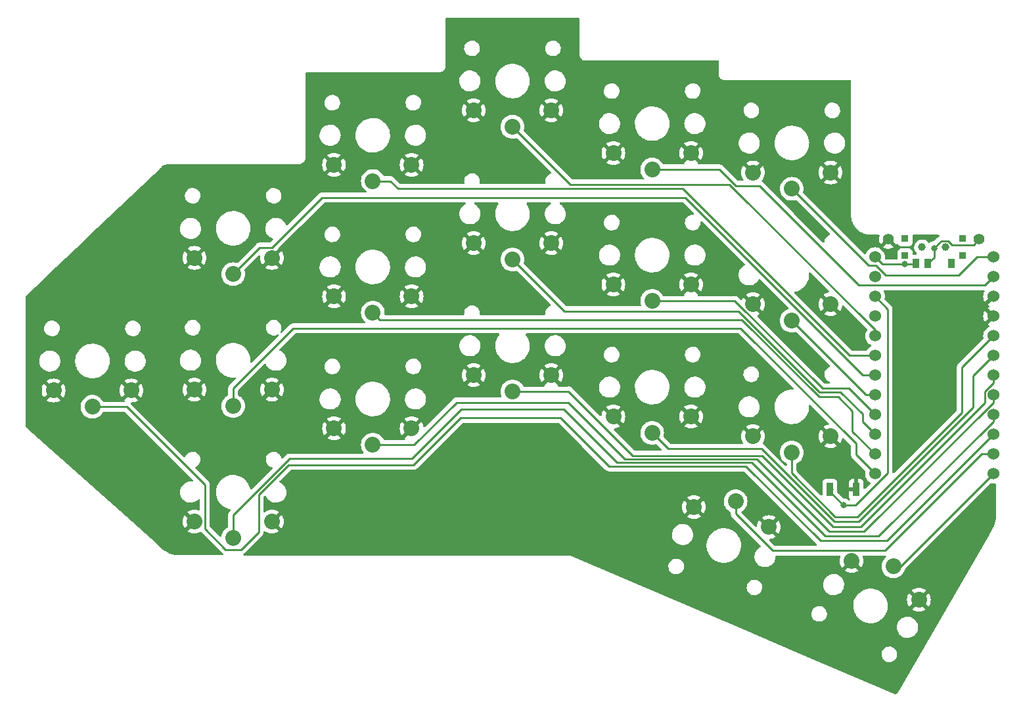
<source format=gbr>
%TF.GenerationSoftware,KiCad,Pcbnew,(6.0.2-0)*%
%TF.CreationDate,2022-03-04T16:27:52-06:00*%
%TF.ProjectId,Exkeylibur,45786b65-796c-4696-9275-722e6b696361,rev?*%
%TF.SameCoordinates,Original*%
%TF.FileFunction,Copper,L1,Top*%
%TF.FilePolarity,Positive*%
%FSLAX46Y46*%
G04 Gerber Fmt 4.6, Leading zero omitted, Abs format (unit mm)*
G04 Created by KiCad (PCBNEW (6.0.2-0)) date 2022-03-04 16:27:52*
%MOMM*%
%LPD*%
G01*
G04 APERTURE LIST*
%TA.AperFunction,ComponentPad*%
%ADD10C,2.032000*%
%TD*%
%TA.AperFunction,ComponentPad*%
%ADD11C,1.524000*%
%TD*%
%TA.AperFunction,SMDPad,CuDef*%
%ADD12R,0.900000X1.700000*%
%TD*%
%TA.AperFunction,ComponentPad*%
%ADD13C,1.397000*%
%TD*%
%TA.AperFunction,WasherPad*%
%ADD14C,1.000000*%
%TD*%
%TA.AperFunction,SMDPad,CuDef*%
%ADD15R,0.900000X0.900000*%
%TD*%
%TA.AperFunction,SMDPad,CuDef*%
%ADD16R,0.900000X1.250000*%
%TD*%
%TA.AperFunction,ViaPad*%
%ADD17C,0.800000*%
%TD*%
%TA.AperFunction,Conductor*%
%ADD18C,0.250000*%
%TD*%
G04 APERTURE END LIST*
D10*
%TO.P,SW7,1,1*%
%TO.N,switch7*%
X112547457Y-84197463D03*
%TO.P,SW7,2,2*%
%TO.N,GND*%
X116833567Y-87520002D03*
X107174308Y-84931812D03*
%TD*%
D11*
%TO.P,U1,1,TX0/D3*%
%TO.N,switch6*%
X145728935Y-52721212D03*
%TO.P,U1,2,RX1/D2*%
%TO.N,switch5*%
X145728935Y-55261212D03*
%TO.P,U1,3,GND*%
%TO.N,GND*%
X145728935Y-57801212D03*
%TO.P,U1,4,GND*%
X145728935Y-60341212D03*
%TO.P,U1,5,2/D1/SDA*%
%TO.N,switch18*%
X145728935Y-62881212D03*
%TO.P,U1,6,3/D0/SCL*%
%TO.N,switch17*%
X145728935Y-65421212D03*
%TO.P,U1,7,4/D4*%
%TO.N,switch16*%
X145728935Y-67961212D03*
%TO.P,U1,8,5/C6*%
%TO.N,switch15*%
X145728935Y-70501212D03*
%TO.P,U1,9,6/D7*%
%TO.N,switch14*%
X145728935Y-73041212D03*
%TO.P,U1,10,7/E6*%
%TO.N,switch13*%
X145728935Y-75581212D03*
%TO.P,U1,11,8/B4*%
%TO.N,switch7*%
X145728935Y-78121212D03*
%TO.P,U1,12,9/B5*%
%TO.N,switch1*%
X145728935Y-80661212D03*
%TO.P,U1,13,B6/10*%
%TO.N,switch8*%
X130508935Y-80661212D03*
%TO.P,U1,14,B2/16*%
%TO.N,switch9*%
X130508935Y-78121212D03*
%TO.P,U1,15,B3/14*%
%TO.N,switch10*%
X130508935Y-75581212D03*
%TO.P,U1,16,B1/15*%
%TO.N,switch11*%
X130508935Y-73041212D03*
%TO.P,U1,17,F7/A0*%
%TO.N,switch12*%
X130508935Y-70501212D03*
%TO.P,U1,18,F6/A1*%
%TO.N,switch2*%
X130508935Y-67961212D03*
%TO.P,U1,19,F5/A2*%
%TO.N,switch3*%
X130508935Y-65421212D03*
%TO.P,U1,20,F4/A3*%
%TO.N,switch4*%
X130508935Y-62881212D03*
%TO.P,U1,21,VCC*%
%TO.N,VCC*%
X130508935Y-60341212D03*
%TO.P,U1,22,RST*%
%TO.N,Net-(RSW1-Pad1)*%
X130508935Y-57801212D03*
%TO.P,U1,23,GND*%
%TO.N,GND*%
X130508935Y-55261212D03*
%TO.P,U1,24,RAW*%
%TO.N,Net-(PWR_SW1-Pad3)*%
X130508935Y-52721212D03*
%TD*%
D10*
%TO.P,SW16,1,1*%
%TO.N,switch16*%
X83795535Y-70051212D03*
%TO.P,SW16,2,2*%
%TO.N,GND*%
X88795535Y-67951212D03*
X78795535Y-67951212D03*
%TD*%
%TO.P,SW1,1,1*%
%TO.N,switch1*%
X132880425Y-92576875D03*
%TO.P,SW1,2,2*%
%TO.N,GND*%
X136160552Y-96895528D03*
X127500298Y-91895528D03*
%TD*%
%TO.P,SW15,1,1*%
%TO.N,switch15*%
X65795535Y-76909212D03*
%TO.P,SW15,2,2*%
%TO.N,GND*%
X70795535Y-74809212D03*
X60795535Y-74809212D03*
%TD*%
%TO.P,SW13,1,1*%
%TO.N,switch13*%
X29660425Y-72016425D03*
%TO.P,SW13,2,2*%
%TO.N,GND*%
X24660425Y-69916425D03*
X34660425Y-69916425D03*
%TD*%
%TO.P,SW17,1,1*%
%TO.N,switch17*%
X101795535Y-75385212D03*
%TO.P,SW17,2,2*%
%TO.N,GND*%
X96795535Y-73285212D03*
X106795535Y-73285212D03*
%TD*%
%TO.P,SW18,1,1*%
%TO.N,switch18*%
X119775535Y-77925212D03*
%TO.P,SW18,2,2*%
%TO.N,GND*%
X114775535Y-75825212D03*
X124775535Y-75825212D03*
%TD*%
%TO.P,SW4,1,1*%
%TO.N,switch4*%
X83795535Y-35917212D03*
%TO.P,SW4,2,2*%
%TO.N,GND*%
X88795535Y-33817212D03*
X78795535Y-33817212D03*
%TD*%
%TO.P,SW3,1,1*%
%TO.N,switch3*%
X65795535Y-42917212D03*
%TO.P,SW3,2,2*%
%TO.N,GND*%
X70795535Y-40817212D03*
X60795535Y-40817212D03*
%TD*%
%TO.P,SW9,1,1*%
%TO.N,switch9*%
X65795535Y-59891212D03*
%TO.P,SW9,2,2*%
%TO.N,GND*%
X60795535Y-57791212D03*
X70795535Y-57791212D03*
%TD*%
%TO.P,SW14,1,1*%
%TO.N,switch14*%
X47795535Y-88917212D03*
%TO.P,SW14,2,2*%
%TO.N,GND*%
X52795535Y-86817212D03*
X42795535Y-86817212D03*
%TD*%
%TO.P,SW12,1,1*%
%TO.N,switch12*%
X119775535Y-60907212D03*
%TO.P,SW12,2,2*%
%TO.N,GND*%
X124775535Y-58807212D03*
X114775535Y-58807212D03*
%TD*%
%TO.P,SW11,1,1*%
%TO.N,switch11*%
X101795535Y-58367212D03*
%TO.P,SW11,2,2*%
%TO.N,GND*%
X96795535Y-56267212D03*
X106795535Y-56267212D03*
%TD*%
%TO.P,SW8,1,1*%
%TO.N,switch8*%
X47795535Y-71917212D03*
%TO.P,SW8,2,2*%
%TO.N,GND*%
X42795535Y-69817212D03*
X52795535Y-69817212D03*
%TD*%
%TO.P,SW6,1,1*%
%TO.N,switch6*%
X119795535Y-43917212D03*
%TO.P,SW6,2,2*%
%TO.N,GND*%
X124795535Y-41817212D03*
X114795535Y-41817212D03*
%TD*%
%TO.P,SW5,1,1*%
%TO.N,switch5*%
X101795535Y-41417212D03*
%TO.P,SW5,2,2*%
%TO.N,GND*%
X96795535Y-39317212D03*
X106795535Y-39317212D03*
%TD*%
%TO.P,SW2,1,1*%
%TO.N,switch2*%
X47795535Y-54917212D03*
%TO.P,SW2,2,2*%
%TO.N,GND*%
X42795535Y-52817212D03*
X52795535Y-52817212D03*
%TD*%
D12*
%TO.P,RSW1,1,1*%
%TO.N,Net-(RSW1-Pad1)*%
X124679535Y-82693212D03*
%TO.P,RSW1,2,2*%
%TO.N,GND*%
X128079535Y-82693212D03*
%TD*%
D10*
%TO.P,SW10,1,1*%
%TO.N,switch10*%
X83795535Y-53033212D03*
%TO.P,SW10,2,2*%
%TO.N,GND*%
X88795535Y-50933212D03*
X78795535Y-50933212D03*
%TD*%
D13*
%TO.P,BT_V1,1,1*%
%TO.N,Net-(BT_V1-Pad1)*%
X143905535Y-50435212D03*
%TD*%
%TO.P,BT_GND1,1,1*%
%TO.N,GND*%
X132221535Y-50435212D03*
%TD*%
D14*
%TO.P,PWR_SW1,*%
%TO.N,*%
X139566802Y-51454137D03*
X136566802Y-51454137D03*
D15*
%TO.P,PWR_SW1,0*%
%TO.N,N/C*%
X141766802Y-52554137D03*
X134366802Y-52554137D03*
X141766802Y-50354137D03*
X134366802Y-50354137D03*
D16*
%TO.P,PWR_SW1,1,A*%
%TO.N,unconnected-(PWR_SW1-Pad1)*%
X140316802Y-53529137D03*
%TO.P,PWR_SW1,2,B*%
%TO.N,Net-(BT_V1-Pad1)*%
X137316802Y-53529137D03*
%TO.P,PWR_SW1,3,C*%
%TO.N,Net-(PWR_SW1-Pad3)*%
X135816802Y-53529137D03*
%TD*%
D14*
%TO.P,PWR_SW1,*%
%TO.N,*%
X139563535Y-51451212D03*
X136563535Y-51451212D03*
%TD*%
D17*
%TO.N,Net-(BT_V1-Pad1)*%
X138106802Y-51571637D03*
%TO.N,Net-(RSW1-Pad1)*%
X126426802Y-84711637D03*
%TO.N,Net-(PWR_SW1-Pad3)*%
X134346802Y-53631637D03*
%TD*%
D18*
%TO.N,switch1*%
X145728935Y-80661212D02*
X133813272Y-92576875D01*
X133813272Y-92576875D02*
X132880425Y-92576875D01*
%TO.N,switch7*%
X145728935Y-78121212D02*
X144235638Y-78121212D01*
X112547457Y-85801362D02*
X112547457Y-84197463D01*
X144235638Y-78121212D02*
X131801833Y-90555017D01*
X131801833Y-90555017D02*
X117301112Y-90555017D01*
X117301112Y-90555017D02*
X112547457Y-85801362D01*
%TO.N,Net-(BT_V1-Pad1)*%
X143207035Y-51133712D02*
X140454727Y-51133712D01*
X143905535Y-50435212D02*
X143207035Y-51133712D01*
X140454727Y-51133712D02*
X139947706Y-50626691D01*
X138659109Y-51029330D02*
X138116802Y-51571637D01*
X138116802Y-51571637D02*
X138106802Y-51571637D01*
X138106802Y-51571637D02*
X138106802Y-52739137D01*
X139061748Y-50626691D02*
X138659109Y-51029330D01*
X139947706Y-50626691D02*
X139061748Y-50626691D01*
X138106802Y-52739137D02*
X137316802Y-53529137D01*
%TO.N,Net-(RSW1-Pad1)*%
X132136802Y-80569905D02*
X127995070Y-84711637D01*
X124985227Y-82693212D02*
X124679535Y-82693212D01*
X127995070Y-84711637D02*
X126426802Y-84711637D01*
X132136802Y-59429079D02*
X132136802Y-59701637D01*
X132136802Y-78029905D02*
X132136802Y-80569905D01*
X124679535Y-82964370D02*
X124679535Y-82693212D01*
X130508935Y-57801212D02*
X132136802Y-59429079D01*
X126426802Y-84711637D02*
X124679535Y-82964370D01*
X132136802Y-59701637D02*
X132136802Y-78029905D01*
%TO.N,switch6*%
X143657227Y-52721212D02*
X141296802Y-55081637D01*
X129686046Y-53807723D02*
X119795535Y-43917212D01*
X131865920Y-55081637D02*
X130592006Y-53807723D01*
X145728935Y-52721212D02*
X143657227Y-52721212D01*
X130592006Y-53807723D02*
X129686046Y-53807723D01*
X141296802Y-55081637D02*
X131865920Y-55081637D01*
%TO.N,switch11*%
X123714190Y-69641637D02*
X127109360Y-69641637D01*
X127109360Y-69641637D02*
X130508935Y-73041212D01*
X112439765Y-58367212D02*
X101795535Y-58367212D01*
X123714190Y-69641637D02*
X112439765Y-58367212D01*
%TO.N,switch16*%
X144642424Y-71476015D02*
X128646802Y-87471637D01*
X145293738Y-69414701D02*
X145278886Y-69414701D01*
X91026802Y-70031637D02*
X91007227Y-70051212D01*
X91007227Y-70051212D02*
X83795535Y-70051212D01*
X115936802Y-78321637D02*
X99316802Y-78321637D01*
X145728935Y-67961212D02*
X145728935Y-68979504D01*
X99316802Y-78321637D02*
X91026802Y-70031637D01*
X125086802Y-87471637D02*
X115936802Y-78321637D01*
X145728935Y-68979504D02*
X145293738Y-69414701D01*
X128646802Y-87471637D02*
X125086802Y-87471637D01*
X145278886Y-69414701D02*
X144642424Y-70051163D01*
X144642424Y-70051163D02*
X144642424Y-71476015D01*
%TO.N,switch2*%
X130508935Y-67961212D02*
X128962543Y-67961212D01*
X51236046Y-51476701D02*
X47795535Y-54917212D01*
X106045522Y-45044191D02*
X59269312Y-45044191D01*
X128962543Y-67961212D02*
X106045522Y-45044191D01*
X52836802Y-51476701D02*
X51236046Y-51476701D01*
X59269312Y-45044191D02*
X52836802Y-51476701D01*
%TO.N,switch12*%
X130508935Y-70501212D02*
X129369535Y-70501212D01*
X129369535Y-70501212D02*
X119775535Y-60907212D01*
%TO.N,switch17*%
X115866802Y-77441637D02*
X103851960Y-77441637D01*
X103851960Y-77441637D02*
X101795535Y-75385212D01*
X143176802Y-67973345D02*
X143176802Y-72061637D01*
X145728935Y-65421212D02*
X143176802Y-67973345D01*
X125266802Y-86841637D02*
X115866802Y-77441637D01*
X143176802Y-72061637D02*
X128396802Y-86841637D01*
X128396802Y-86841637D02*
X125266802Y-86841637D01*
%TO.N,switch3*%
X68032377Y-42917212D02*
X65795535Y-42917212D01*
X69026802Y-43911637D02*
X68032377Y-42917212D01*
X105725637Y-43911637D02*
X69026802Y-43911637D01*
X127235212Y-65421212D02*
X105725637Y-43911637D01*
X130508935Y-65421212D02*
X127235212Y-65421212D01*
%TO.N,switch8*%
X128056802Y-76746709D02*
X113211730Y-61901637D01*
X130508935Y-80661212D02*
X128056802Y-78209079D01*
X128056802Y-78209079D02*
X128056802Y-76746709D01*
X55546802Y-61901637D02*
X47795535Y-69652904D01*
X47795535Y-69652904D02*
X47795535Y-71917212D01*
X113211730Y-61901637D02*
X55546802Y-61901637D01*
%TO.N,switch13*%
X77100425Y-73436425D02*
X71040425Y-79496425D01*
X54950425Y-79496425D02*
X51070425Y-83376425D01*
X132013722Y-89296425D02*
X123470425Y-89296425D01*
X90000425Y-73436425D02*
X77100425Y-73436425D01*
X71040425Y-79496425D02*
X54950425Y-79496425D01*
X44136046Y-82072046D02*
X34080425Y-72016425D01*
X46830425Y-90416425D02*
X44136046Y-87722046D01*
X96270425Y-79706425D02*
X90000425Y-73436425D01*
X48790425Y-90416425D02*
X46830425Y-90416425D01*
X51070425Y-88136425D02*
X48790425Y-90416425D01*
X123470425Y-89296425D02*
X113880425Y-79706425D01*
X145728935Y-75581212D02*
X132013722Y-89296425D01*
X51070425Y-83376425D02*
X51070425Y-88136425D01*
X113880425Y-79706425D02*
X96270425Y-79706425D01*
X44136046Y-87722046D02*
X44136046Y-82072046D01*
X34080425Y-72016425D02*
X29660425Y-72016425D01*
%TO.N,switch18*%
X125396802Y-86191637D02*
X119775535Y-80570370D01*
X128206802Y-86191637D02*
X125396802Y-86191637D01*
X119775535Y-80570370D02*
X119775535Y-77925212D01*
X141686802Y-72711637D02*
X128206802Y-86191637D01*
X145728935Y-62881212D02*
X141686802Y-66923345D01*
X141686802Y-66923345D02*
X141686802Y-72711637D01*
%TO.N,switch4*%
X83795535Y-35917212D02*
X91249960Y-43371637D01*
X91249960Y-43371637D02*
X111771084Y-43371637D01*
X111771084Y-43371637D02*
X130508935Y-62109488D01*
X130508935Y-62109488D02*
X130508935Y-62881212D01*
%TO.N,switch9*%
X127556802Y-72573471D02*
X125746548Y-70763217D01*
X125746548Y-70763217D02*
X123302664Y-70763217D01*
X130508935Y-78121212D02*
X127556802Y-75169079D01*
X127556802Y-75169079D02*
X127556802Y-72573471D01*
X123302664Y-70763217D02*
X113360480Y-60821033D01*
X113360480Y-60821033D02*
X66725356Y-60821033D01*
X66725356Y-60821033D02*
X65795535Y-59891212D01*
%TO.N,switch14*%
X130986802Y-88661637D02*
X145728935Y-73919504D01*
X49884556Y-83882514D02*
X49884556Y-83852294D01*
X55055213Y-78681637D02*
X70806802Y-78681637D01*
X48630617Y-85106233D02*
X48660837Y-85106233D01*
X124076802Y-88661637D02*
X130986802Y-88661637D01*
X97275842Y-79220677D02*
X114635842Y-79220677D01*
X114635842Y-79220677D02*
X124076802Y-88661637D01*
X47795535Y-88917212D02*
X47795535Y-85941315D01*
X77156802Y-72331637D02*
X90386802Y-72331637D01*
X48660837Y-85106233D02*
X49884556Y-83882514D01*
X49884556Y-83852294D02*
X55055213Y-78681637D01*
X145728935Y-73919504D02*
X145728935Y-73041212D01*
X90386802Y-72331637D02*
X97275842Y-79220677D01*
X47795535Y-85941315D02*
X48630617Y-85106233D01*
X70806802Y-78681637D02*
X77156802Y-72331637D01*
%TO.N,switch5*%
X110452377Y-41417212D02*
X101795535Y-41417212D01*
X115626802Y-43531637D02*
X112566802Y-43531637D01*
X112566802Y-43531637D02*
X110452377Y-41417212D01*
X128442888Y-56347723D02*
X115626802Y-43531637D01*
X145728935Y-55261212D02*
X144642424Y-56347723D01*
X144642424Y-56347723D02*
X128442888Y-56347723D01*
%TO.N,switch10*%
X90470046Y-59707723D02*
X83795535Y-53033212D01*
X126082800Y-70151637D02*
X128886802Y-72955639D01*
X130508935Y-75581212D02*
X128886802Y-73959079D01*
X123326802Y-70151637D02*
X112882888Y-59707723D01*
X130508935Y-75525604D02*
X130508935Y-75581212D01*
X112882888Y-59707723D02*
X90470046Y-59707723D01*
X128886802Y-73959079D02*
X128886802Y-72955639D01*
X123326802Y-70151637D02*
X126082800Y-70151637D01*
%TO.N,switch15*%
X98296322Y-78771157D02*
X90966802Y-71441637D01*
X71109227Y-76909212D02*
X65795535Y-76909212D01*
X145728935Y-71459504D02*
X129126802Y-88061637D01*
X129126802Y-88061637D02*
X124586802Y-88061637D01*
X90966802Y-71441637D02*
X76576802Y-71441637D01*
X145728935Y-70501212D02*
X145728935Y-71459504D01*
X76576802Y-71441637D02*
X71109227Y-76909212D01*
X115296322Y-78771157D02*
X98296322Y-78771157D01*
X124586802Y-88061637D02*
X115296322Y-78771157D01*
%TO.N,Net-(PWR_SW1-Pad3)*%
X130508935Y-52721212D02*
X131419360Y-53631637D01*
X134346802Y-53631637D02*
X135714302Y-53631637D01*
X131419360Y-53631637D02*
X134346802Y-53631637D01*
X135714302Y-53631637D02*
X135816802Y-53529137D01*
%TD*%
%TA.AperFunction,Conductor*%
%TO.N,GND*%
G36*
X89753952Y-74089927D02*
G01*
X89774926Y-74106830D01*
X92795746Y-77127651D01*
X95766773Y-80098678D01*
X95774313Y-80106964D01*
X95778425Y-80113443D01*
X95784202Y-80118868D01*
X95828076Y-80160068D01*
X95830918Y-80162823D01*
X95850655Y-80182560D01*
X95853852Y-80185040D01*
X95862872Y-80192743D01*
X95895104Y-80223011D01*
X95902050Y-80226830D01*
X95902053Y-80226832D01*
X95912859Y-80232773D01*
X95929378Y-80243624D01*
X95945384Y-80256039D01*
X95952653Y-80259184D01*
X95952657Y-80259187D01*
X95985962Y-80273599D01*
X95996612Y-80278816D01*
X96035365Y-80300120D01*
X96043040Y-80302091D01*
X96043041Y-80302091D01*
X96054987Y-80305158D01*
X96073692Y-80311562D01*
X96092280Y-80319606D01*
X96100103Y-80320845D01*
X96100113Y-80320848D01*
X96135949Y-80326524D01*
X96147569Y-80328930D01*
X96182714Y-80337953D01*
X96190395Y-80339925D01*
X96210649Y-80339925D01*
X96230359Y-80341476D01*
X96250368Y-80344645D01*
X96258260Y-80343899D01*
X96294386Y-80340484D01*
X96306244Y-80339925D01*
X113565831Y-80339925D01*
X113633952Y-80359927D01*
X113654926Y-80376830D01*
X122966773Y-89688678D01*
X122974313Y-89696964D01*
X122978425Y-89703443D01*
X122984202Y-89708868D01*
X122989256Y-89714977D01*
X122986585Y-89717186D01*
X123014600Y-89764761D01*
X123011831Y-89835704D01*
X122971147Y-89893887D01*
X122905465Y-89920839D01*
X122892411Y-89921517D01*
X117615707Y-89921517D01*
X117547586Y-89901515D01*
X117526612Y-89884612D01*
X116894400Y-89252400D01*
X116860374Y-89190088D01*
X116865439Y-89119273D01*
X116907986Y-89062437D01*
X116973610Y-89037693D01*
X117067775Y-89030282D01*
X117077523Y-89028739D01*
X117301153Y-88975049D01*
X117310538Y-88972000D01*
X117523014Y-88883990D01*
X117531808Y-88879509D01*
X117703650Y-88774205D01*
X117713110Y-88763749D01*
X117709326Y-88754971D01*
X116475489Y-87521134D01*
X117197975Y-87521134D01*
X117198106Y-87522967D01*
X117202357Y-87529582D01*
X118065493Y-88392718D01*
X118077873Y-88399478D01*
X118085523Y-88393751D01*
X118193074Y-88218243D01*
X118197555Y-88209449D01*
X118285565Y-87996973D01*
X118288614Y-87987588D01*
X118342304Y-87763958D01*
X118343847Y-87754211D01*
X118361892Y-87524932D01*
X118361892Y-87515072D01*
X118343847Y-87285793D01*
X118342304Y-87276046D01*
X118288614Y-87052416D01*
X118285565Y-87043031D01*
X118197555Y-86830555D01*
X118193074Y-86821761D01*
X118087770Y-86649919D01*
X118077314Y-86640459D01*
X118068536Y-86644243D01*
X117205589Y-87507190D01*
X117197975Y-87521134D01*
X116475489Y-87521134D01*
X115601641Y-86647286D01*
X115589261Y-86640526D01*
X115581611Y-86646253D01*
X115474060Y-86821761D01*
X115469579Y-86830555D01*
X115381569Y-87043031D01*
X115378520Y-87052416D01*
X115324830Y-87276046D01*
X115323287Y-87285794D01*
X115315876Y-87379959D01*
X115290591Y-87446301D01*
X115233453Y-87488441D01*
X115162603Y-87493000D01*
X115101169Y-87459169D01*
X113918255Y-86276255D01*
X115954024Y-86276255D01*
X115957808Y-86285033D01*
X116820755Y-87147980D01*
X116834699Y-87155594D01*
X116836532Y-87155463D01*
X116843147Y-87151212D01*
X117706283Y-86288076D01*
X117713043Y-86275696D01*
X117707316Y-86268046D01*
X117531808Y-86160495D01*
X117523014Y-86156014D01*
X117310538Y-86068004D01*
X117301153Y-86064955D01*
X117077523Y-86011265D01*
X117067776Y-86009722D01*
X116838497Y-85991677D01*
X116828637Y-85991677D01*
X116599358Y-86009722D01*
X116589611Y-86011265D01*
X116365981Y-86064955D01*
X116356596Y-86068004D01*
X116144120Y-86156014D01*
X116135326Y-86160495D01*
X115963484Y-86265799D01*
X115954024Y-86276255D01*
X113918255Y-86276255D01*
X113330105Y-85688105D01*
X113296079Y-85625793D01*
X113301144Y-85554978D01*
X113343691Y-85498142D01*
X113353365Y-85491578D01*
X113442081Y-85437212D01*
X113446306Y-85434623D01*
X113487200Y-85399697D01*
X113625013Y-85281994D01*
X113628775Y-85278781D01*
X113784617Y-85096312D01*
X113909997Y-84891712D01*
X113935153Y-84830981D01*
X113999932Y-84674589D01*
X113999933Y-84674587D01*
X114001826Y-84670016D01*
X114026461Y-84567404D01*
X114056689Y-84441498D01*
X114056690Y-84441492D01*
X114057844Y-84436685D01*
X114076671Y-84197463D01*
X114057844Y-83958241D01*
X114056690Y-83953434D01*
X114056689Y-83953428D01*
X114015356Y-83781266D01*
X114001826Y-83724910D01*
X113991461Y-83699886D01*
X113911891Y-83507786D01*
X113911890Y-83507784D01*
X113909997Y-83503214D01*
X113784617Y-83298614D01*
X113628775Y-83116145D01*
X113494609Y-83001557D01*
X113450074Y-82963521D01*
X113450073Y-82963520D01*
X113446306Y-82960303D01*
X113241706Y-82834923D01*
X113237136Y-82833030D01*
X113237134Y-82833029D01*
X113024583Y-82744988D01*
X113024581Y-82744987D01*
X113020010Y-82743094D01*
X112920243Y-82719142D01*
X112791492Y-82688231D01*
X112791486Y-82688230D01*
X112786679Y-82687076D01*
X112547457Y-82668249D01*
X112308235Y-82687076D01*
X112303428Y-82688230D01*
X112303422Y-82688231D01*
X112174671Y-82719142D01*
X112074904Y-82743094D01*
X112070333Y-82744987D01*
X112070331Y-82744988D01*
X111857780Y-82833029D01*
X111857778Y-82833030D01*
X111853208Y-82834923D01*
X111648608Y-82960303D01*
X111644841Y-82963520D01*
X111644840Y-82963521D01*
X111600305Y-83001557D01*
X111466139Y-83116145D01*
X111310297Y-83298614D01*
X111184917Y-83503214D01*
X111183024Y-83507784D01*
X111183023Y-83507786D01*
X111103453Y-83699886D01*
X111093088Y-83724910D01*
X111079558Y-83781266D01*
X111038225Y-83953428D01*
X111038224Y-83953434D01*
X111037070Y-83958241D01*
X111018243Y-84197463D01*
X111037070Y-84436685D01*
X111038224Y-84441492D01*
X111038225Y-84441498D01*
X111068453Y-84567404D01*
X111093088Y-84670016D01*
X111094981Y-84674587D01*
X111094982Y-84674589D01*
X111159762Y-84830981D01*
X111184917Y-84891712D01*
X111310297Y-85096312D01*
X111466139Y-85278781D01*
X111469901Y-85281994D01*
X111607715Y-85399697D01*
X111648608Y-85434623D01*
X111785875Y-85518741D01*
X111853208Y-85560003D01*
X111852027Y-85561931D01*
X111896813Y-85604279D01*
X111913957Y-85667733D01*
X111913957Y-85722595D01*
X111913430Y-85733778D01*
X111911755Y-85741271D01*
X111912004Y-85749197D01*
X111912004Y-85749198D01*
X111913895Y-85809348D01*
X111913957Y-85813307D01*
X111913957Y-85841218D01*
X111914454Y-85845152D01*
X111914454Y-85845153D01*
X111914462Y-85845218D01*
X111915395Y-85857055D01*
X111916784Y-85901251D01*
X111922435Y-85920701D01*
X111926444Y-85940062D01*
X111928983Y-85960159D01*
X111931902Y-85967530D01*
X111931902Y-85967532D01*
X111945261Y-86001274D01*
X111949106Y-86012504D01*
X111961439Y-86054955D01*
X111965472Y-86061774D01*
X111965474Y-86061779D01*
X111971750Y-86072390D01*
X111980445Y-86090138D01*
X111987905Y-86108979D01*
X111992567Y-86115395D01*
X111992567Y-86115396D01*
X112013893Y-86144749D01*
X112020409Y-86154669D01*
X112032764Y-86175559D01*
X112042915Y-86192724D01*
X112057236Y-86207045D01*
X112070076Y-86222078D01*
X112081985Y-86238469D01*
X112088091Y-86243520D01*
X112116062Y-86266660D01*
X112124841Y-86274650D01*
X115753174Y-89902983D01*
X115787200Y-89965295D01*
X115782135Y-90036110D01*
X115739588Y-90092946D01*
X115715831Y-90106960D01*
X115669502Y-90127829D01*
X115665082Y-90130805D01*
X115665078Y-90130807D01*
X115650531Y-90140601D01*
X115478132Y-90256668D01*
X115311205Y-90415908D01*
X115173496Y-90600996D01*
X115068940Y-90806642D01*
X115041510Y-90894981D01*
X115002112Y-91021860D01*
X115002111Y-91021866D01*
X115000528Y-91026963D01*
X114990063Y-91105920D01*
X114973946Y-91227528D01*
X114970217Y-91255662D01*
X114970417Y-91260992D01*
X114970417Y-91260993D01*
X114971925Y-91301160D01*
X114978871Y-91486198D01*
X115026245Y-91711980D01*
X115028203Y-91716939D01*
X115028204Y-91716941D01*
X115050642Y-91773757D01*
X115110984Y-91926552D01*
X115230664Y-92123779D01*
X115234161Y-92127809D01*
X115348815Y-92259936D01*
X115381864Y-92298022D01*
X115385995Y-92301409D01*
X115556132Y-92440914D01*
X115556138Y-92440918D01*
X115560260Y-92444298D01*
X115760752Y-92558424D01*
X115765768Y-92560245D01*
X115765773Y-92560247D01*
X115972592Y-92635319D01*
X115972596Y-92635320D01*
X115977607Y-92637139D01*
X115982856Y-92638088D01*
X115982859Y-92638089D01*
X116200540Y-92677452D01*
X116200547Y-92677453D01*
X116204624Y-92678190D01*
X116222361Y-92679026D01*
X116227309Y-92679260D01*
X116227316Y-92679260D01*
X116228797Y-92679330D01*
X116390942Y-92679330D01*
X116457898Y-92673649D01*
X116557579Y-92665191D01*
X116557583Y-92665190D01*
X116562890Y-92664740D01*
X116568045Y-92663402D01*
X116568051Y-92663401D01*
X116781020Y-92608125D01*
X116781024Y-92608124D01*
X116786189Y-92606783D01*
X116791055Y-92604591D01*
X116791058Y-92604590D01*
X116991666Y-92514223D01*
X116996532Y-92512031D01*
X117000952Y-92509055D01*
X117000956Y-92509053D01*
X117102165Y-92440914D01*
X117187902Y-92383192D01*
X117354829Y-92223952D01*
X117432647Y-92119361D01*
X117489354Y-92043144D01*
X117489356Y-92043141D01*
X117492538Y-92038864D01*
X117547322Y-91931113D01*
X117594675Y-91837976D01*
X117594675Y-91837975D01*
X117597094Y-91833218D01*
X117646453Y-91674258D01*
X117663922Y-91618000D01*
X117663923Y-91617994D01*
X117665506Y-91612897D01*
X117686399Y-91455257D01*
X117695117Y-91389483D01*
X117695117Y-91389478D01*
X117695817Y-91384198D01*
X117694050Y-91337126D01*
X117693379Y-91319243D01*
X117710812Y-91250420D01*
X117762686Y-91201947D01*
X117819290Y-91188517D01*
X125955013Y-91188517D01*
X126023134Y-91208519D01*
X126069627Y-91262175D01*
X126079731Y-91332449D01*
X126071422Y-91362734D01*
X126048302Y-91418552D01*
X126045251Y-91427942D01*
X125991561Y-91651572D01*
X125990018Y-91661319D01*
X125971973Y-91890598D01*
X125971973Y-91900458D01*
X125990018Y-92129737D01*
X125991561Y-92139484D01*
X126045251Y-92363114D01*
X126048300Y-92372499D01*
X126136310Y-92584975D01*
X126140791Y-92593769D01*
X126246095Y-92765611D01*
X126256551Y-92775071D01*
X126265329Y-92771287D01*
X127411203Y-91625413D01*
X127473515Y-91591387D01*
X127544330Y-91596452D01*
X127589393Y-91625413D01*
X128732224Y-92768244D01*
X128744604Y-92775004D01*
X128752254Y-92769277D01*
X128859805Y-92593769D01*
X128864286Y-92584975D01*
X128952296Y-92372499D01*
X128955345Y-92363114D01*
X129009035Y-92139484D01*
X129010578Y-92129737D01*
X129028623Y-91900458D01*
X129028623Y-91890598D01*
X129010578Y-91661319D01*
X129009035Y-91651572D01*
X128955345Y-91427942D01*
X128952294Y-91418552D01*
X128929174Y-91362734D01*
X128921585Y-91292145D01*
X128953365Y-91228658D01*
X129014423Y-91192431D01*
X129045583Y-91188517D01*
X131723066Y-91188517D01*
X131734249Y-91189044D01*
X131741742Y-91190719D01*
X131749668Y-91190470D01*
X131749669Y-91190470D01*
X131809819Y-91188579D01*
X131813778Y-91188517D01*
X131817068Y-91188517D01*
X131885189Y-91208519D01*
X131931682Y-91262175D01*
X131941786Y-91332449D01*
X131912292Y-91397029D01*
X131898898Y-91410328D01*
X131799107Y-91495557D01*
X131795894Y-91499319D01*
X131698577Y-91613264D01*
X131643265Y-91678026D01*
X131517885Y-91882626D01*
X131515992Y-91887196D01*
X131515991Y-91887198D01*
X131438896Y-92073323D01*
X131426056Y-92104322D01*
X131408253Y-92178478D01*
X131371193Y-92332840D01*
X131371192Y-92332846D01*
X131370038Y-92337653D01*
X131351211Y-92576875D01*
X131370038Y-92816097D01*
X131371192Y-92820904D01*
X131371193Y-92820910D01*
X131380385Y-92859196D01*
X131426056Y-93049428D01*
X131427949Y-93053999D01*
X131427950Y-93054001D01*
X131467603Y-93149731D01*
X131517885Y-93271124D01*
X131643265Y-93475724D01*
X131646482Y-93479491D01*
X131646483Y-93479492D01*
X131729843Y-93577095D01*
X131799107Y-93658193D01*
X131981576Y-93814035D01*
X132186176Y-93939415D01*
X132190746Y-93941308D01*
X132190748Y-93941309D01*
X132403299Y-94029350D01*
X132407872Y-94031244D01*
X132489462Y-94050832D01*
X132636390Y-94086107D01*
X132636396Y-94086108D01*
X132641203Y-94087262D01*
X132880425Y-94106089D01*
X133119647Y-94087262D01*
X133124454Y-94086108D01*
X133124460Y-94086107D01*
X133271388Y-94050832D01*
X133352978Y-94031244D01*
X133357551Y-94029350D01*
X133570102Y-93941309D01*
X133570104Y-93941308D01*
X133574674Y-93939415D01*
X133779274Y-93814035D01*
X133961743Y-93658193D01*
X134031007Y-93577095D01*
X134114367Y-93479492D01*
X134114368Y-93479491D01*
X134117585Y-93475724D01*
X134242965Y-93271124D01*
X134293248Y-93149731D01*
X134332900Y-93054001D01*
X134332901Y-93053999D01*
X134334794Y-93049428D01*
X134335950Y-93044614D01*
X134335952Y-93044607D01*
X134357515Y-92954793D01*
X134390938Y-92895113D01*
X145346713Y-81939338D01*
X145409025Y-81905312D01*
X145468419Y-81906726D01*
X145491293Y-81912855D01*
X145507472Y-81917190D01*
X145728935Y-81936565D01*
X145950398Y-81917190D01*
X145955712Y-81915766D01*
X145961129Y-81914811D01*
X145961339Y-81916002D01*
X146026336Y-81917543D01*
X146085136Y-81957332D01*
X146113090Y-82022594D01*
X146113982Y-82037608D01*
X146112819Y-85360552D01*
X146112460Y-86386859D01*
X146112449Y-86416930D01*
X146109343Y-86444689D01*
X146105848Y-86460137D01*
X146038967Y-86755748D01*
X146036738Y-86764220D01*
X145930516Y-87117542D01*
X145927704Y-87125839D01*
X145821486Y-87406684D01*
X145801636Y-87459169D01*
X145797184Y-87470939D01*
X145793803Y-87479017D01*
X145780844Y-87507190D01*
X145639622Y-87814207D01*
X145635686Y-87822035D01*
X145458583Y-88145705D01*
X145454113Y-88153239D01*
X145276514Y-88430191D01*
X145261832Y-88448921D01*
X145251889Y-88459395D01*
X145225472Y-88510768D01*
X145222484Y-88516238D01*
X133465060Y-108819984D01*
X133454285Y-108835711D01*
X133438695Y-108855133D01*
X133435266Y-108863430D01*
X133430697Y-108871154D01*
X133430612Y-108871104D01*
X133419961Y-108889712D01*
X133392781Y-108925620D01*
X133370654Y-108948262D01*
X133321793Y-108987048D01*
X133294720Y-109003460D01*
X133237735Y-109028840D01*
X133207428Y-109037985D01*
X133145901Y-109048361D01*
X133114276Y-109049662D01*
X133052108Y-109044373D01*
X133021156Y-109037749D01*
X132982771Y-109024308D01*
X132966793Y-109017441D01*
X132962458Y-109015212D01*
X132955139Y-109010017D01*
X132935993Y-109003400D01*
X132907004Y-108993381D01*
X132898699Y-108990178D01*
X121167483Y-103983020D01*
X131343306Y-103983020D01*
X131373800Y-104184654D01*
X131444215Y-104376038D01*
X131551676Y-104549354D01*
X131691792Y-104697523D01*
X131697022Y-104701185D01*
X131697023Y-104701186D01*
X131853606Y-104810826D01*
X131858839Y-104814490D01*
X132045994Y-104895479D01*
X132052242Y-104896784D01*
X132052241Y-104896784D01*
X132240866Y-104936191D01*
X132240870Y-104936191D01*
X132245611Y-104937182D01*
X132250448Y-104937435D01*
X132250452Y-104937436D01*
X132250518Y-104937439D01*
X132252290Y-104937532D01*
X132402045Y-104937532D01*
X132474691Y-104930153D01*
X132547612Y-104922746D01*
X132547613Y-104922746D01*
X132553961Y-104922101D01*
X132748556Y-104861118D01*
X132926915Y-104762253D01*
X133081751Y-104629542D01*
X133206739Y-104468408D01*
X133296774Y-104285433D01*
X133298384Y-104279253D01*
X133346568Y-104094273D01*
X133346568Y-104094270D01*
X133348178Y-104088091D01*
X133358850Y-103884444D01*
X133328356Y-103682810D01*
X133257941Y-103491426D01*
X133150480Y-103318110D01*
X133010364Y-103169941D01*
X132913503Y-103102118D01*
X132848550Y-103056638D01*
X132848549Y-103056637D01*
X132843317Y-103052974D01*
X132656162Y-102971985D01*
X132605705Y-102961444D01*
X132461290Y-102931273D01*
X132461286Y-102931273D01*
X132456545Y-102930282D01*
X132451708Y-102930029D01*
X132451704Y-102930028D01*
X132451638Y-102930025D01*
X132449866Y-102929932D01*
X132300111Y-102929932D01*
X132227465Y-102937311D01*
X132154544Y-102944718D01*
X132154543Y-102944718D01*
X132148195Y-102945363D01*
X131953600Y-103006346D01*
X131775241Y-103105211D01*
X131620405Y-103237922D01*
X131495417Y-103399056D01*
X131405382Y-103582031D01*
X131403773Y-103588209D01*
X131403772Y-103588211D01*
X131380693Y-103676814D01*
X131353978Y-103779373D01*
X131343306Y-103983020D01*
X121167483Y-103983020D01*
X112707631Y-100372157D01*
X133330765Y-100372157D01*
X133339419Y-100602693D01*
X133386793Y-100828475D01*
X133471532Y-101043047D01*
X133591212Y-101240274D01*
X133594709Y-101244304D01*
X133681333Y-101344129D01*
X133742412Y-101414517D01*
X133746543Y-101417904D01*
X133916680Y-101557409D01*
X133916686Y-101557413D01*
X133920808Y-101560793D01*
X134121300Y-101674919D01*
X134126316Y-101676740D01*
X134126321Y-101676742D01*
X134333140Y-101751814D01*
X134333144Y-101751815D01*
X134338155Y-101753634D01*
X134343404Y-101754583D01*
X134343407Y-101754584D01*
X134561088Y-101793947D01*
X134561095Y-101793948D01*
X134565172Y-101794685D01*
X134582909Y-101795521D01*
X134587857Y-101795755D01*
X134587864Y-101795755D01*
X134589345Y-101795825D01*
X134751490Y-101795825D01*
X134818446Y-101790144D01*
X134918127Y-101781686D01*
X134918131Y-101781685D01*
X134923438Y-101781235D01*
X134928593Y-101779897D01*
X134928599Y-101779896D01*
X135141568Y-101724620D01*
X135141572Y-101724619D01*
X135146737Y-101723278D01*
X135151603Y-101721086D01*
X135151606Y-101721085D01*
X135352214Y-101630718D01*
X135357080Y-101628526D01*
X135361500Y-101625550D01*
X135361504Y-101625548D01*
X135462713Y-101557409D01*
X135548450Y-101499687D01*
X135715377Y-101340447D01*
X135853086Y-101155359D01*
X135907870Y-101047608D01*
X135955223Y-100954471D01*
X135955223Y-100954470D01*
X135957642Y-100949713D01*
X135996908Y-100823256D01*
X136024470Y-100734495D01*
X136024471Y-100734489D01*
X136026054Y-100729392D01*
X136056365Y-100500693D01*
X136047711Y-100270157D01*
X136000337Y-100044375D01*
X135915598Y-99829803D01*
X135808682Y-99653610D01*
X135798687Y-99637139D01*
X135798686Y-99637138D01*
X135795918Y-99632576D01*
X135708993Y-99532403D01*
X135648218Y-99462366D01*
X135648216Y-99462364D01*
X135644718Y-99458333D01*
X135579062Y-99404498D01*
X135470450Y-99315441D01*
X135470444Y-99315437D01*
X135466322Y-99312057D01*
X135265830Y-99197931D01*
X135260814Y-99196110D01*
X135260809Y-99196108D01*
X135053990Y-99121036D01*
X135053986Y-99121035D01*
X135048975Y-99119216D01*
X135043726Y-99118267D01*
X135043723Y-99118266D01*
X134826042Y-99078903D01*
X134826035Y-99078902D01*
X134821958Y-99078165D01*
X134804221Y-99077329D01*
X134799273Y-99077095D01*
X134799266Y-99077095D01*
X134797785Y-99077025D01*
X134635640Y-99077025D01*
X134568684Y-99082706D01*
X134469003Y-99091164D01*
X134468999Y-99091165D01*
X134463692Y-99091615D01*
X134458537Y-99092953D01*
X134458531Y-99092954D01*
X134245562Y-99148230D01*
X134245558Y-99148231D01*
X134240393Y-99149572D01*
X134235527Y-99151764D01*
X134235524Y-99151765D01*
X134214000Y-99161461D01*
X134030050Y-99244324D01*
X134025630Y-99247300D01*
X134025626Y-99247302D01*
X134016499Y-99253447D01*
X133838680Y-99373163D01*
X133671753Y-99532403D01*
X133662123Y-99545346D01*
X133545015Y-99702746D01*
X133534044Y-99717491D01*
X133531629Y-99722241D01*
X133436460Y-99909425D01*
X133429488Y-99923137D01*
X133395282Y-100033298D01*
X133362660Y-100138355D01*
X133362659Y-100138361D01*
X133361076Y-100143458D01*
X133330765Y-100372157D01*
X112707631Y-100372157D01*
X108937601Y-98763020D01*
X122302000Y-98763020D01*
X122332494Y-98964654D01*
X122334700Y-98970649D01*
X122334700Y-98970650D01*
X122374258Y-99078165D01*
X122402909Y-99156038D01*
X122481110Y-99282162D01*
X122501744Y-99315441D01*
X122510370Y-99329354D01*
X122650486Y-99477523D01*
X122655716Y-99481185D01*
X122655717Y-99481186D01*
X122812300Y-99590826D01*
X122817533Y-99594490D01*
X123004688Y-99675479D01*
X123010936Y-99676784D01*
X123010935Y-99676784D01*
X123199560Y-99716191D01*
X123199564Y-99716191D01*
X123204305Y-99717182D01*
X123209142Y-99717435D01*
X123209146Y-99717436D01*
X123209212Y-99717439D01*
X123210984Y-99717532D01*
X123360739Y-99717532D01*
X123433385Y-99710153D01*
X123506306Y-99702746D01*
X123506307Y-99702746D01*
X123512655Y-99702101D01*
X123707250Y-99641118D01*
X123885609Y-99542253D01*
X124040445Y-99409542D01*
X124165433Y-99248408D01*
X124255468Y-99065433D01*
X124267033Y-99021035D01*
X124305262Y-98874273D01*
X124305262Y-98874270D01*
X124306872Y-98868091D01*
X124317544Y-98664444D01*
X124287050Y-98462810D01*
X124216635Y-98271426D01*
X124109174Y-98098110D01*
X123969058Y-97949941D01*
X123941438Y-97930601D01*
X123807244Y-97836638D01*
X123807243Y-97836637D01*
X123802011Y-97832974D01*
X123654816Y-97769277D01*
X123620712Y-97754519D01*
X123620711Y-97754519D01*
X123614856Y-97751985D01*
X123524384Y-97733084D01*
X127702939Y-97733084D01*
X127703302Y-97737232D01*
X127703302Y-97737236D01*
X127707599Y-97786346D01*
X127728677Y-98027274D01*
X127729587Y-98031346D01*
X127729588Y-98031351D01*
X127784590Y-98277416D01*
X127793097Y-98315475D01*
X127895069Y-98592624D01*
X128032799Y-98853852D01*
X128074255Y-98912186D01*
X128201444Y-99091160D01*
X128201447Y-99091164D01*
X128203868Y-99094570D01*
X128206712Y-99097620D01*
X128206717Y-99097626D01*
X128298553Y-99196108D01*
X128405271Y-99310549D01*
X128633470Y-99497993D01*
X128884454Y-99653610D01*
X128888271Y-99655326D01*
X128888274Y-99655327D01*
X128936018Y-99676784D01*
X129153815Y-99774666D01*
X129436820Y-99859033D01*
X129440940Y-99859686D01*
X129440942Y-99859686D01*
X129725017Y-99904680D01*
X129725023Y-99904681D01*
X129728498Y-99905231D01*
X129753057Y-99906346D01*
X129819442Y-99909361D01*
X129819463Y-99909361D01*
X129820862Y-99909425D01*
X130005326Y-99909425D01*
X130225089Y-99894828D01*
X130229188Y-99894002D01*
X130229192Y-99894001D01*
X130402615Y-99859033D01*
X130514576Y-99836458D01*
X130793800Y-99740313D01*
X130963514Y-99655327D01*
X131054120Y-99609955D01*
X131054122Y-99609954D01*
X131057856Y-99608084D01*
X131302103Y-99442093D01*
X131522252Y-99245257D01*
X131560550Y-99200574D01*
X131711714Y-99024209D01*
X131711717Y-99024205D01*
X131714434Y-99021035D01*
X131716708Y-99017533D01*
X131716712Y-99017528D01*
X131872995Y-98776874D01*
X131872998Y-98776869D01*
X131875274Y-98773364D01*
X132001944Y-98506597D01*
X132013975Y-98469127D01*
X132090940Y-98229408D01*
X132090940Y-98229407D01*
X132092220Y-98225421D01*
X132107620Y-98139834D01*
X135281076Y-98139834D01*
X135286803Y-98147484D01*
X135462311Y-98255035D01*
X135471105Y-98259516D01*
X135683581Y-98347526D01*
X135692966Y-98350575D01*
X135916596Y-98404265D01*
X135926343Y-98405808D01*
X136155622Y-98423853D01*
X136165482Y-98423853D01*
X136394761Y-98405808D01*
X136404508Y-98404265D01*
X136628138Y-98350575D01*
X136637523Y-98347526D01*
X136849999Y-98259516D01*
X136858793Y-98255035D01*
X137030635Y-98149731D01*
X137040095Y-98139275D01*
X137036311Y-98130497D01*
X136173364Y-97267550D01*
X136159420Y-97259936D01*
X136157587Y-97260067D01*
X136150972Y-97264318D01*
X135287836Y-98127454D01*
X135281076Y-98139834D01*
X132107620Y-98139834D01*
X132115127Y-98098110D01*
X132143776Y-97938884D01*
X132143777Y-97938879D01*
X132144515Y-97934775D01*
X132146578Y-97889362D01*
X132157722Y-97643936D01*
X132157722Y-97643931D01*
X132157911Y-97639766D01*
X132153118Y-97584975D01*
X132132537Y-97349737D01*
X132132173Y-97345576D01*
X132131262Y-97341499D01*
X132068665Y-97061453D01*
X132068663Y-97061446D01*
X132067753Y-97057375D01*
X132010018Y-96900458D01*
X134632227Y-96900458D01*
X134650272Y-97129737D01*
X134651815Y-97139484D01*
X134705505Y-97363114D01*
X134708554Y-97372499D01*
X134796564Y-97584975D01*
X134801045Y-97593769D01*
X134906349Y-97765611D01*
X134916805Y-97775071D01*
X134925583Y-97771287D01*
X135788530Y-96908340D01*
X135794908Y-96896660D01*
X136524960Y-96896660D01*
X136525091Y-96898493D01*
X136529342Y-96905108D01*
X137392478Y-97768244D01*
X137404858Y-97775004D01*
X137412508Y-97769277D01*
X137520059Y-97593769D01*
X137524540Y-97584975D01*
X137612550Y-97372499D01*
X137615599Y-97363114D01*
X137669289Y-97139484D01*
X137670832Y-97129737D01*
X137688877Y-96900458D01*
X137688877Y-96890598D01*
X137670832Y-96661319D01*
X137669289Y-96651572D01*
X137615599Y-96427942D01*
X137612550Y-96418557D01*
X137524540Y-96206081D01*
X137520059Y-96197287D01*
X137414755Y-96025445D01*
X137404299Y-96015985D01*
X137395521Y-96019769D01*
X136532574Y-96882716D01*
X136524960Y-96896660D01*
X135794908Y-96896660D01*
X135796144Y-96894396D01*
X135796013Y-96892563D01*
X135791762Y-96885948D01*
X134928626Y-96022812D01*
X134916246Y-96016052D01*
X134908596Y-96021779D01*
X134801045Y-96197287D01*
X134796564Y-96206081D01*
X134708554Y-96418557D01*
X134705505Y-96427942D01*
X134651815Y-96651572D01*
X134650272Y-96661319D01*
X134632227Y-96890598D01*
X134632227Y-96900458D01*
X132010018Y-96900458D01*
X131965781Y-96780226D01*
X131828051Y-96518998D01*
X131763341Y-96427942D01*
X131659406Y-96281690D01*
X131659401Y-96281684D01*
X131656982Y-96278280D01*
X131654138Y-96275230D01*
X131654133Y-96275224D01*
X131458425Y-96065353D01*
X131455579Y-96062301D01*
X131227380Y-95874857D01*
X130976396Y-95719240D01*
X130826293Y-95651781D01*
X135281009Y-95651781D01*
X135284793Y-95660559D01*
X136147740Y-96523506D01*
X136161684Y-96531120D01*
X136163517Y-96530989D01*
X136170132Y-96526738D01*
X137033268Y-95663602D01*
X137040028Y-95651222D01*
X137034301Y-95643572D01*
X136858793Y-95536021D01*
X136849999Y-95531540D01*
X136637523Y-95443530D01*
X136628138Y-95440481D01*
X136404508Y-95386791D01*
X136394761Y-95385248D01*
X136165482Y-95367203D01*
X136155622Y-95367203D01*
X135926343Y-95385248D01*
X135916596Y-95386791D01*
X135692966Y-95440481D01*
X135683581Y-95443530D01*
X135471105Y-95531540D01*
X135462311Y-95536021D01*
X135290469Y-95641325D01*
X135281009Y-95651781D01*
X130826293Y-95651781D01*
X130707035Y-95598184D01*
X130424030Y-95513817D01*
X130419910Y-95513164D01*
X130419908Y-95513164D01*
X130135833Y-95468170D01*
X130135827Y-95468169D01*
X130132352Y-95467619D01*
X130107793Y-95466504D01*
X130041408Y-95463489D01*
X130041387Y-95463489D01*
X130039988Y-95463425D01*
X129855524Y-95463425D01*
X129635761Y-95478022D01*
X129631662Y-95478848D01*
X129631658Y-95478849D01*
X129489064Y-95507601D01*
X129346274Y-95536392D01*
X129067050Y-95632537D01*
X128932572Y-95699878D01*
X128851904Y-95740274D01*
X128802994Y-95764766D01*
X128558747Y-95930757D01*
X128555633Y-95933541D01*
X128555632Y-95933542D01*
X128485764Y-95996011D01*
X128338598Y-96127593D01*
X128335881Y-96130763D01*
X128335880Y-96130764D01*
X128183918Y-96308061D01*
X128146416Y-96351815D01*
X128144142Y-96355317D01*
X128144138Y-96355322D01*
X127987855Y-96595976D01*
X127985576Y-96599486D01*
X127858906Y-96866253D01*
X127857627Y-96870236D01*
X127857626Y-96870239D01*
X127850459Y-96892563D01*
X127768630Y-97147429D01*
X127767889Y-97151548D01*
X127733712Y-97341499D01*
X127716335Y-97438075D01*
X127716146Y-97442242D01*
X127716145Y-97442249D01*
X127703203Y-97727272D01*
X127702939Y-97733084D01*
X123524384Y-97733084D01*
X123504424Y-97728914D01*
X123419984Y-97711273D01*
X123419980Y-97711273D01*
X123415239Y-97710282D01*
X123410402Y-97710029D01*
X123410398Y-97710028D01*
X123410332Y-97710025D01*
X123408560Y-97709932D01*
X123258805Y-97709932D01*
X123186159Y-97717311D01*
X123113238Y-97724718D01*
X123113237Y-97724718D01*
X123106889Y-97725363D01*
X122912294Y-97786346D01*
X122733935Y-97885211D01*
X122579099Y-98017922D01*
X122454111Y-98179056D01*
X122364076Y-98362031D01*
X122362467Y-98368209D01*
X122362466Y-98368211D01*
X122339387Y-98456814D01*
X122312672Y-98559373D01*
X122302000Y-98763020D01*
X108937601Y-98763020D01*
X100949794Y-95353637D01*
X113967746Y-95353637D01*
X113998240Y-95555271D01*
X114000446Y-95561266D01*
X114000446Y-95561267D01*
X114057937Y-95717523D01*
X114068655Y-95746655D01*
X114176116Y-95919971D01*
X114316232Y-96068140D01*
X114321462Y-96071802D01*
X114321463Y-96071803D01*
X114464954Y-96172276D01*
X114483279Y-96185107D01*
X114670434Y-96266096D01*
X114676682Y-96267401D01*
X114676681Y-96267401D01*
X114865306Y-96306808D01*
X114865310Y-96306808D01*
X114870051Y-96307799D01*
X114874888Y-96308052D01*
X114874892Y-96308053D01*
X114874958Y-96308056D01*
X114876730Y-96308149D01*
X115026485Y-96308149D01*
X115099131Y-96300770D01*
X115172052Y-96293363D01*
X115172053Y-96293363D01*
X115178401Y-96292718D01*
X115372996Y-96231735D01*
X115551355Y-96132870D01*
X115706191Y-96000159D01*
X115831179Y-95839025D01*
X115921214Y-95656050D01*
X115922824Y-95649870D01*
X115971008Y-95464890D01*
X115971008Y-95464887D01*
X115972618Y-95458708D01*
X115983290Y-95255061D01*
X115952796Y-95053427D01*
X115933394Y-95000693D01*
X115886102Y-94872157D01*
X123804485Y-94872157D01*
X123804685Y-94877487D01*
X123804685Y-94877488D01*
X123808812Y-94987425D01*
X123813139Y-95102693D01*
X123860513Y-95328475D01*
X123862471Y-95333434D01*
X123862472Y-95333436D01*
X123882934Y-95385248D01*
X123945252Y-95543047D01*
X124013824Y-95656050D01*
X124053508Y-95721447D01*
X124064932Y-95740274D01*
X124068429Y-95744304D01*
X124184016Y-95877506D01*
X124216132Y-95914517D01*
X124235938Y-95930757D01*
X124390400Y-96057409D01*
X124390406Y-96057413D01*
X124394528Y-96060793D01*
X124595020Y-96174919D01*
X124600036Y-96176740D01*
X124600041Y-96176742D01*
X124806860Y-96251814D01*
X124806864Y-96251815D01*
X124811875Y-96253634D01*
X124817124Y-96254583D01*
X124817127Y-96254584D01*
X125034808Y-96293947D01*
X125034815Y-96293948D01*
X125038892Y-96294685D01*
X125056629Y-96295521D01*
X125061577Y-96295755D01*
X125061584Y-96295755D01*
X125063065Y-96295825D01*
X125225210Y-96295825D01*
X125292166Y-96290144D01*
X125391847Y-96281686D01*
X125391851Y-96281685D01*
X125397158Y-96281235D01*
X125402313Y-96279897D01*
X125402319Y-96279896D01*
X125615288Y-96224620D01*
X125615292Y-96224619D01*
X125620457Y-96223278D01*
X125625323Y-96221086D01*
X125625326Y-96221085D01*
X125825934Y-96130718D01*
X125830800Y-96128526D01*
X125835220Y-96125550D01*
X125835224Y-96125548D01*
X125936433Y-96057409D01*
X126022170Y-95999687D01*
X126189097Y-95840447D01*
X126277635Y-95721447D01*
X126323622Y-95659639D01*
X126323624Y-95659636D01*
X126326806Y-95655359D01*
X126381590Y-95547608D01*
X126428943Y-95454471D01*
X126428943Y-95454470D01*
X126431362Y-95449713D01*
X126491804Y-95255061D01*
X126498190Y-95234495D01*
X126498191Y-95234489D01*
X126499774Y-95229392D01*
X126530085Y-95000693D01*
X126528514Y-94958828D01*
X126521631Y-94775488D01*
X126521431Y-94770157D01*
X126474057Y-94544375D01*
X126389318Y-94329803D01*
X126269638Y-94132576D01*
X126180063Y-94029350D01*
X126121938Y-93962366D01*
X126121936Y-93962364D01*
X126118438Y-93958333D01*
X126076303Y-93923785D01*
X125944170Y-93815441D01*
X125944164Y-93815437D01*
X125940042Y-93812057D01*
X125739550Y-93697931D01*
X125734534Y-93696110D01*
X125734529Y-93696108D01*
X125527710Y-93621036D01*
X125527706Y-93621035D01*
X125522695Y-93619216D01*
X125517446Y-93618267D01*
X125517443Y-93618266D01*
X125299762Y-93578903D01*
X125299755Y-93578902D01*
X125295678Y-93578165D01*
X125277941Y-93577329D01*
X125272993Y-93577095D01*
X125272986Y-93577095D01*
X125271505Y-93577025D01*
X125109360Y-93577025D01*
X125042404Y-93582706D01*
X124942723Y-93591164D01*
X124942719Y-93591165D01*
X124937412Y-93591615D01*
X124932257Y-93592953D01*
X124932251Y-93592954D01*
X124719282Y-93648230D01*
X124719278Y-93648231D01*
X124714113Y-93649572D01*
X124709247Y-93651764D01*
X124709244Y-93651765D01*
X124687842Y-93661406D01*
X124503770Y-93744324D01*
X124499350Y-93747300D01*
X124499346Y-93747302D01*
X124407085Y-93809417D01*
X124312400Y-93873163D01*
X124145473Y-94032403D01*
X124007764Y-94217491D01*
X124005349Y-94222241D01*
X123950662Y-94329803D01*
X123903208Y-94423137D01*
X123886847Y-94475828D01*
X123836380Y-94638355D01*
X123836379Y-94638361D01*
X123834796Y-94643458D01*
X123804485Y-94872157D01*
X115886102Y-94872157D01*
X115884585Y-94868033D01*
X115884584Y-94868032D01*
X115882381Y-94862043D01*
X115774920Y-94688727D01*
X115634804Y-94540558D01*
X115537943Y-94472735D01*
X115472990Y-94427255D01*
X115472989Y-94427254D01*
X115467757Y-94423591D01*
X115280602Y-94342602D01*
X115197506Y-94325242D01*
X115085730Y-94301890D01*
X115085726Y-94301890D01*
X115080985Y-94300899D01*
X115076148Y-94300646D01*
X115076144Y-94300645D01*
X115076078Y-94300642D01*
X115074306Y-94300549D01*
X114924551Y-94300549D01*
X114851905Y-94307928D01*
X114778984Y-94315335D01*
X114778983Y-94315335D01*
X114772635Y-94315980D01*
X114578040Y-94376963D01*
X114399681Y-94475828D01*
X114244845Y-94608539D01*
X114119857Y-94769673D01*
X114029822Y-94952648D01*
X114028213Y-94958826D01*
X114028212Y-94958828D01*
X113992127Y-95097362D01*
X113978418Y-95149990D01*
X113978084Y-95156369D01*
X113968805Y-95333436D01*
X113967746Y-95353637D01*
X100949794Y-95353637D01*
X94619141Y-92651566D01*
X103883480Y-92651566D01*
X103913974Y-92853200D01*
X103984389Y-93044584D01*
X104091850Y-93217900D01*
X104231966Y-93366069D01*
X104237196Y-93369731D01*
X104237197Y-93369732D01*
X104382536Y-93471499D01*
X104399013Y-93483036D01*
X104586168Y-93564025D01*
X104592416Y-93565330D01*
X104592415Y-93565330D01*
X104781040Y-93604737D01*
X104781044Y-93604737D01*
X104785785Y-93605728D01*
X104790622Y-93605981D01*
X104790626Y-93605982D01*
X104790692Y-93605985D01*
X104792464Y-93606078D01*
X104942219Y-93606078D01*
X105014865Y-93598699D01*
X105087786Y-93591292D01*
X105087787Y-93591292D01*
X105094135Y-93590647D01*
X105288730Y-93529664D01*
X105467089Y-93430799D01*
X105621925Y-93298088D01*
X105744679Y-93139834D01*
X126620822Y-93139834D01*
X126626549Y-93147484D01*
X126802057Y-93255035D01*
X126810851Y-93259516D01*
X127023327Y-93347526D01*
X127032712Y-93350575D01*
X127256342Y-93404265D01*
X127266089Y-93405808D01*
X127495368Y-93423853D01*
X127505228Y-93423853D01*
X127734507Y-93405808D01*
X127744254Y-93404265D01*
X127967884Y-93350575D01*
X127977269Y-93347526D01*
X128189745Y-93259516D01*
X128198539Y-93255035D01*
X128370381Y-93149731D01*
X128379841Y-93139275D01*
X128376057Y-93130497D01*
X127513110Y-92267550D01*
X127499166Y-92259936D01*
X127497333Y-92260067D01*
X127490718Y-92264318D01*
X126627582Y-93127454D01*
X126620822Y-93139834D01*
X105744679Y-93139834D01*
X105746913Y-93136954D01*
X105836948Y-92953979D01*
X105852282Y-92895113D01*
X105886742Y-92762819D01*
X105886742Y-92762816D01*
X105888352Y-92756637D01*
X105894193Y-92645184D01*
X105898690Y-92559372D01*
X105898690Y-92559368D01*
X105899024Y-92552990D01*
X105868530Y-92351356D01*
X105863488Y-92337653D01*
X105800319Y-92165962D01*
X105800318Y-92165961D01*
X105798115Y-92159972D01*
X105690654Y-91986656D01*
X105550538Y-91838487D01*
X105535726Y-91828115D01*
X105388724Y-91725184D01*
X105388723Y-91725183D01*
X105383491Y-91721520D01*
X105196336Y-91640531D01*
X105123972Y-91625413D01*
X105001464Y-91599819D01*
X105001460Y-91599819D01*
X104996719Y-91598828D01*
X104991882Y-91598575D01*
X104991878Y-91598574D01*
X104991812Y-91598571D01*
X104990040Y-91598478D01*
X104840285Y-91598478D01*
X104767639Y-91605857D01*
X104694718Y-91613264D01*
X104694717Y-91613264D01*
X104688369Y-91613909D01*
X104493774Y-91674892D01*
X104315415Y-91773757D01*
X104160579Y-91906468D01*
X104035591Y-92067602D01*
X103945556Y-92250577D01*
X103943947Y-92256755D01*
X103943946Y-92256757D01*
X103895977Y-92440914D01*
X103894152Y-92447919D01*
X103893818Y-92454298D01*
X103885942Y-92604590D01*
X103883480Y-92651566D01*
X94619141Y-92651566D01*
X91251249Y-91214071D01*
X91247181Y-91212249D01*
X91198534Y-91189418D01*
X91198528Y-91189416D01*
X91190403Y-91185603D01*
X91181535Y-91184223D01*
X91181533Y-91184223D01*
X91151999Y-91179629D01*
X91138848Y-91176857D01*
X91101316Y-91166826D01*
X91092343Y-91167035D01*
X91092341Y-91167035D01*
X91034158Y-91168392D01*
X91031240Y-91168426D01*
X58271394Y-91173371D01*
X56511949Y-91173637D01*
X50874645Y-91170103D01*
X49222772Y-91169067D01*
X49154664Y-91149022D01*
X49108205Y-91095337D01*
X49098145Y-91025057D01*
X49127678Y-90960495D01*
X49158709Y-90934615D01*
X49181787Y-90920967D01*
X49196108Y-90906646D01*
X49211142Y-90893805D01*
X49212857Y-90892559D01*
X49227532Y-90881897D01*
X49255723Y-90847820D01*
X49263713Y-90839041D01*
X50159670Y-89943084D01*
X108792939Y-89943084D01*
X108793302Y-89947232D01*
X108793302Y-89947236D01*
X108806050Y-90092946D01*
X108818677Y-90237274D01*
X108819587Y-90241346D01*
X108819588Y-90241351D01*
X108867067Y-90453759D01*
X108883097Y-90525475D01*
X108985069Y-90802624D01*
X108987016Y-90806317D01*
X108987017Y-90806319D01*
X109037856Y-90902743D01*
X109122799Y-91063852D01*
X109125219Y-91067257D01*
X109291444Y-91301160D01*
X109291449Y-91301166D01*
X109293868Y-91304570D01*
X109296712Y-91307620D01*
X109296717Y-91307626D01*
X109471966Y-91495557D01*
X109495271Y-91520549D01*
X109723470Y-91707993D01*
X109974454Y-91863610D01*
X109978271Y-91865326D01*
X109978274Y-91865327D01*
X110034505Y-91890598D01*
X110243815Y-91984666D01*
X110409686Y-92034114D01*
X110522020Y-92067602D01*
X110526820Y-92069033D01*
X110530940Y-92069686D01*
X110530942Y-92069686D01*
X110815017Y-92114680D01*
X110815023Y-92114681D01*
X110818498Y-92115231D01*
X110843057Y-92116346D01*
X110909442Y-92119361D01*
X110909463Y-92119361D01*
X110910862Y-92119425D01*
X111095326Y-92119425D01*
X111315089Y-92104828D01*
X111319188Y-92104002D01*
X111319192Y-92104001D01*
X111461786Y-92075249D01*
X111604576Y-92046458D01*
X111883800Y-91950313D01*
X112053514Y-91865327D01*
X112144120Y-91819955D01*
X112144122Y-91819954D01*
X112147856Y-91818084D01*
X112392103Y-91652093D01*
X112405035Y-91640531D01*
X112609137Y-91458042D01*
X112612252Y-91455257D01*
X112614970Y-91452086D01*
X112801714Y-91234209D01*
X112801717Y-91234205D01*
X112804434Y-91231035D01*
X112806708Y-91227533D01*
X112806712Y-91227528D01*
X112962995Y-90986874D01*
X112962998Y-90986869D01*
X112965274Y-90983364D01*
X113091944Y-90716597D01*
X113106293Y-90671907D01*
X113180940Y-90439408D01*
X113180940Y-90439407D01*
X113182220Y-90435421D01*
X113213721Y-90260344D01*
X113233776Y-90148884D01*
X113233777Y-90148879D01*
X113234515Y-90144775D01*
X113235150Y-90130807D01*
X113247722Y-89853936D01*
X113247722Y-89853931D01*
X113247911Y-89849766D01*
X113246221Y-89830442D01*
X113222537Y-89559737D01*
X113222173Y-89555576D01*
X113217838Y-89536182D01*
X113158665Y-89271453D01*
X113158663Y-89271446D01*
X113157753Y-89267375D01*
X113055781Y-88990226D01*
X112918051Y-88728998D01*
X112854858Y-88640077D01*
X112749406Y-88491690D01*
X112749401Y-88491684D01*
X112746982Y-88488280D01*
X112744138Y-88485230D01*
X112744133Y-88485224D01*
X112548425Y-88275353D01*
X112545579Y-88272301D01*
X112317380Y-88084857D01*
X112066396Y-87929240D01*
X112062474Y-87927477D01*
X111989717Y-87894779D01*
X111797035Y-87808184D01*
X111615230Y-87753986D01*
X111518029Y-87725009D01*
X111518027Y-87725009D01*
X111514030Y-87723817D01*
X111509910Y-87723164D01*
X111509908Y-87723164D01*
X111225833Y-87678170D01*
X111225827Y-87678169D01*
X111222352Y-87677619D01*
X111197793Y-87676504D01*
X111131408Y-87673489D01*
X111131387Y-87673489D01*
X111129988Y-87673425D01*
X110945524Y-87673425D01*
X110725761Y-87688022D01*
X110721662Y-87688848D01*
X110721658Y-87688849D01*
X110579064Y-87717601D01*
X110436274Y-87746392D01*
X110157050Y-87842537D01*
X110073841Y-87884205D01*
X109913026Y-87964735D01*
X109892994Y-87974766D01*
X109648747Y-88140757D01*
X109645633Y-88143541D01*
X109645632Y-88143542D01*
X109571919Y-88209449D01*
X109428598Y-88337593D01*
X109425881Y-88340763D01*
X109425880Y-88340764D01*
X109241233Y-88556195D01*
X109236416Y-88561815D01*
X109234142Y-88565317D01*
X109234138Y-88565322D01*
X109088517Y-88789558D01*
X109075576Y-88809486D01*
X108948906Y-89076253D01*
X108947627Y-89080236D01*
X108947626Y-89080239D01*
X108912357Y-89190088D01*
X108858630Y-89357429D01*
X108857889Y-89361548D01*
X108823712Y-89551499D01*
X108806335Y-89648075D01*
X108806146Y-89652242D01*
X108806145Y-89652249D01*
X108794760Y-89902983D01*
X108792939Y-89943084D01*
X50159670Y-89943084D01*
X51462678Y-88640077D01*
X51470964Y-88632537D01*
X51477443Y-88628425D01*
X51524069Y-88578773D01*
X51526823Y-88575932D01*
X51546560Y-88556195D01*
X51549040Y-88552998D01*
X51556745Y-88543976D01*
X51587011Y-88511746D01*
X51590830Y-88504800D01*
X51590832Y-88504797D01*
X51596773Y-88493991D01*
X51607624Y-88477472D01*
X51615183Y-88467726D01*
X51620039Y-88461466D01*
X51623184Y-88454197D01*
X51623187Y-88454193D01*
X51637599Y-88420888D01*
X51642816Y-88410238D01*
X51643688Y-88408652D01*
X104345033Y-88408652D01*
X104345233Y-88413982D01*
X104345233Y-88413983D01*
X104348642Y-88504797D01*
X104353687Y-88639188D01*
X104401061Y-88864970D01*
X104485800Y-89079542D01*
X104556550Y-89196134D01*
X104599780Y-89267375D01*
X104605480Y-89276769D01*
X104608977Y-89280799D01*
X104695601Y-89380624D01*
X104756680Y-89451012D01*
X104760811Y-89454399D01*
X104930948Y-89593904D01*
X104930954Y-89593908D01*
X104935076Y-89597288D01*
X105135568Y-89711414D01*
X105140584Y-89713235D01*
X105140589Y-89713237D01*
X105347408Y-89788309D01*
X105347412Y-89788310D01*
X105352423Y-89790129D01*
X105357672Y-89791078D01*
X105357675Y-89791079D01*
X105575356Y-89830442D01*
X105575363Y-89830443D01*
X105579440Y-89831180D01*
X105597177Y-89832016D01*
X105602125Y-89832250D01*
X105602132Y-89832250D01*
X105603613Y-89832320D01*
X105765758Y-89832320D01*
X105832714Y-89826639D01*
X105932395Y-89818181D01*
X105932399Y-89818180D01*
X105937706Y-89817730D01*
X105942861Y-89816392D01*
X105942867Y-89816391D01*
X106155836Y-89761115D01*
X106155840Y-89761114D01*
X106161005Y-89759773D01*
X106165871Y-89757581D01*
X106165874Y-89757580D01*
X106366482Y-89667213D01*
X106371348Y-89665021D01*
X106375768Y-89662045D01*
X106375772Y-89662043D01*
X106476981Y-89593904D01*
X106562718Y-89536182D01*
X106729645Y-89376942D01*
X106867354Y-89191854D01*
X106924102Y-89080239D01*
X106969491Y-88990966D01*
X106969491Y-88990965D01*
X106971910Y-88986208D01*
X107011176Y-88859751D01*
X107038738Y-88770990D01*
X107038739Y-88770984D01*
X107040322Y-88765887D01*
X107056423Y-88644406D01*
X107069933Y-88542473D01*
X107069933Y-88542468D01*
X107070633Y-88537188D01*
X107069012Y-88493991D01*
X107063316Y-88342259D01*
X107061979Y-88306652D01*
X107014605Y-88080870D01*
X107006963Y-88061518D01*
X106966726Y-87959632D01*
X106929866Y-87866298D01*
X106810186Y-87669071D01*
X106723261Y-87568898D01*
X106662486Y-87498861D01*
X106662484Y-87498859D01*
X106658986Y-87494828D01*
X106599803Y-87446301D01*
X106484718Y-87351936D01*
X106484712Y-87351932D01*
X106480590Y-87348552D01*
X106280098Y-87234426D01*
X106275082Y-87232605D01*
X106275077Y-87232603D01*
X106068258Y-87157531D01*
X106068254Y-87157530D01*
X106063243Y-87155711D01*
X106057994Y-87154762D01*
X106057991Y-87154761D01*
X105840310Y-87115398D01*
X105840303Y-87115397D01*
X105836226Y-87114660D01*
X105818489Y-87113824D01*
X105813541Y-87113590D01*
X105813534Y-87113590D01*
X105812053Y-87113520D01*
X105649908Y-87113520D01*
X105582952Y-87119201D01*
X105483271Y-87127659D01*
X105483267Y-87127660D01*
X105477960Y-87128110D01*
X105472805Y-87129448D01*
X105472799Y-87129449D01*
X105259830Y-87184725D01*
X105259826Y-87184726D01*
X105254661Y-87186067D01*
X105249795Y-87188259D01*
X105249792Y-87188260D01*
X105151354Y-87232603D01*
X105044318Y-87280819D01*
X105039898Y-87283795D01*
X105039894Y-87283797D01*
X104947633Y-87345912D01*
X104852948Y-87409658D01*
X104686021Y-87568898D01*
X104682833Y-87573183D01*
X104554577Y-87745566D01*
X104548312Y-87753986D01*
X104545897Y-87758736D01*
X104491210Y-87866298D01*
X104443756Y-87959632D01*
X104412293Y-88060959D01*
X104376928Y-88174850D01*
X104376927Y-88174856D01*
X104375344Y-88179953D01*
X104369644Y-88222963D01*
X104346249Y-88399478D01*
X104345033Y-88408652D01*
X51643688Y-88408652D01*
X51664120Y-88371485D01*
X51669158Y-88351862D01*
X51675562Y-88333159D01*
X51680458Y-88321845D01*
X51680458Y-88321844D01*
X51683606Y-88314570D01*
X51684845Y-88306747D01*
X51684848Y-88306737D01*
X51690524Y-88270901D01*
X51692930Y-88259281D01*
X51701953Y-88224136D01*
X51701953Y-88224135D01*
X51703925Y-88216455D01*
X51703925Y-88196201D01*
X51705476Y-88176490D01*
X51707405Y-88164311D01*
X51708645Y-88156482D01*
X51708583Y-88155824D01*
X51729706Y-88091437D01*
X51784794Y-88046651D01*
X51855351Y-88038758D01*
X51899348Y-88055418D01*
X52097294Y-88176719D01*
X52106088Y-88181200D01*
X52318564Y-88269210D01*
X52327949Y-88272259D01*
X52551579Y-88325949D01*
X52561326Y-88327492D01*
X52790605Y-88345537D01*
X52800465Y-88345537D01*
X53029744Y-88327492D01*
X53039491Y-88325949D01*
X53263121Y-88272259D01*
X53272506Y-88269210D01*
X53484982Y-88181200D01*
X53493776Y-88176719D01*
X53665618Y-88071415D01*
X53675078Y-88060959D01*
X53671294Y-88052181D01*
X52525420Y-86906307D01*
X52491394Y-86843995D01*
X52493229Y-86818344D01*
X53159943Y-86818344D01*
X53160074Y-86820177D01*
X53164325Y-86826792D01*
X54027461Y-87689928D01*
X54039841Y-87696688D01*
X54047491Y-87690961D01*
X54155042Y-87515453D01*
X54159523Y-87506659D01*
X54247533Y-87294183D01*
X54250582Y-87284798D01*
X54304272Y-87061168D01*
X54305815Y-87051421D01*
X54323860Y-86822142D01*
X54323860Y-86812282D01*
X54305815Y-86583003D01*
X54304272Y-86573256D01*
X54250582Y-86349626D01*
X54247533Y-86340241D01*
X54179551Y-86176118D01*
X106294832Y-86176118D01*
X106300559Y-86183768D01*
X106476067Y-86291319D01*
X106484861Y-86295800D01*
X106697337Y-86383810D01*
X106706722Y-86386859D01*
X106930352Y-86440549D01*
X106940099Y-86442092D01*
X107169378Y-86460137D01*
X107179238Y-86460137D01*
X107408517Y-86442092D01*
X107418264Y-86440549D01*
X107641894Y-86386859D01*
X107651279Y-86383810D01*
X107863755Y-86295800D01*
X107872549Y-86291319D01*
X108044391Y-86186015D01*
X108053851Y-86175559D01*
X108050067Y-86166781D01*
X107187120Y-85303834D01*
X107173176Y-85296220D01*
X107171343Y-85296351D01*
X107164728Y-85300602D01*
X106301592Y-86163738D01*
X106294832Y-86176118D01*
X54179551Y-86176118D01*
X54159523Y-86127765D01*
X54155042Y-86118971D01*
X54049738Y-85947129D01*
X54039282Y-85937669D01*
X54030504Y-85941453D01*
X53167557Y-86804400D01*
X53159943Y-86818344D01*
X52493229Y-86818344D01*
X52496459Y-86773180D01*
X52525420Y-86728117D01*
X53668251Y-85585286D01*
X53675011Y-85572906D01*
X53669284Y-85565256D01*
X53493776Y-85457705D01*
X53484982Y-85453224D01*
X53272506Y-85365214D01*
X53263121Y-85362165D01*
X53039491Y-85308475D01*
X53029744Y-85306932D01*
X52800465Y-85288887D01*
X52790605Y-85288887D01*
X52561326Y-85306932D01*
X52551579Y-85308475D01*
X52327949Y-85362165D01*
X52318564Y-85365214D01*
X52106088Y-85453224D01*
X52097294Y-85457705D01*
X51896980Y-85580457D01*
X51895921Y-85578729D01*
X51837092Y-85599706D01*
X51767944Y-85583611D01*
X51718474Y-85532687D01*
X51703925Y-85473910D01*
X51703925Y-84936742D01*
X105645983Y-84936742D01*
X105664028Y-85166021D01*
X105665571Y-85175768D01*
X105719261Y-85399398D01*
X105722310Y-85408783D01*
X105810320Y-85621259D01*
X105814801Y-85630053D01*
X105920105Y-85801895D01*
X105930561Y-85811355D01*
X105939339Y-85807571D01*
X106802286Y-84944624D01*
X106808664Y-84932944D01*
X107538716Y-84932944D01*
X107538847Y-84934777D01*
X107543098Y-84941392D01*
X108406234Y-85804528D01*
X108418614Y-85811288D01*
X108426264Y-85805561D01*
X108533815Y-85630053D01*
X108538296Y-85621259D01*
X108626306Y-85408783D01*
X108629355Y-85399398D01*
X108683045Y-85175768D01*
X108684588Y-85166021D01*
X108702633Y-84936742D01*
X108702633Y-84926882D01*
X108684588Y-84697603D01*
X108683045Y-84687856D01*
X108629355Y-84464226D01*
X108626306Y-84454841D01*
X108538296Y-84242365D01*
X108533815Y-84233571D01*
X108428511Y-84061729D01*
X108418055Y-84052269D01*
X108409277Y-84056053D01*
X107546330Y-84919000D01*
X107538716Y-84932944D01*
X106808664Y-84932944D01*
X106809900Y-84930680D01*
X106809769Y-84928847D01*
X106805518Y-84922232D01*
X105942382Y-84059096D01*
X105930002Y-84052336D01*
X105922352Y-84058063D01*
X105814801Y-84233571D01*
X105810320Y-84242365D01*
X105722310Y-84454841D01*
X105719261Y-84464226D01*
X105665571Y-84687856D01*
X105664028Y-84697603D01*
X105645983Y-84926882D01*
X105645983Y-84936742D01*
X51703925Y-84936742D01*
X51703925Y-83691019D01*
X51723927Y-83622898D01*
X51740830Y-83601924D01*
X51837352Y-83505402D01*
X51899664Y-83471376D01*
X51970479Y-83476441D01*
X52027315Y-83518988D01*
X52043639Y-83548215D01*
X52073502Y-83623834D01*
X52193182Y-83821061D01*
X52196679Y-83825091D01*
X52318769Y-83965787D01*
X52344382Y-83995304D01*
X52385345Y-84028892D01*
X52518650Y-84138196D01*
X52518656Y-84138200D01*
X52522778Y-84141580D01*
X52723270Y-84255706D01*
X52728286Y-84257527D01*
X52728291Y-84257529D01*
X52935110Y-84332601D01*
X52935114Y-84332602D01*
X52940125Y-84334421D01*
X52945374Y-84335370D01*
X52945377Y-84335371D01*
X53163058Y-84374734D01*
X53163065Y-84374735D01*
X53167142Y-84375472D01*
X53184879Y-84376308D01*
X53189827Y-84376542D01*
X53189834Y-84376542D01*
X53191315Y-84376612D01*
X53353460Y-84376612D01*
X53420416Y-84370931D01*
X53520097Y-84362473D01*
X53520101Y-84362472D01*
X53525408Y-84362022D01*
X53530563Y-84360684D01*
X53530569Y-84360683D01*
X53743538Y-84305407D01*
X53743542Y-84305406D01*
X53748707Y-84304065D01*
X53753573Y-84301873D01*
X53753576Y-84301872D01*
X53954184Y-84211505D01*
X53959050Y-84209313D01*
X53963470Y-84206337D01*
X53963474Y-84206335D01*
X54071391Y-84133680D01*
X54150420Y-84080474D01*
X54317347Y-83921234D01*
X54404193Y-83804509D01*
X54451872Y-83740426D01*
X54451874Y-83740423D01*
X54455056Y-83736146D01*
X54479502Y-83688065D01*
X106294765Y-83688065D01*
X106298549Y-83696843D01*
X107161496Y-84559790D01*
X107175440Y-84567404D01*
X107177273Y-84567273D01*
X107183888Y-84563022D01*
X108047024Y-83699886D01*
X108053784Y-83687506D01*
X108048057Y-83679856D01*
X107872549Y-83572305D01*
X107863755Y-83567824D01*
X107651279Y-83479814D01*
X107641894Y-83476765D01*
X107418264Y-83423075D01*
X107408517Y-83421532D01*
X107179238Y-83403487D01*
X107169378Y-83403487D01*
X106940099Y-83421532D01*
X106930352Y-83423075D01*
X106706722Y-83476765D01*
X106697337Y-83479814D01*
X106484861Y-83567824D01*
X106476067Y-83572305D01*
X106304225Y-83677609D01*
X106294765Y-83688065D01*
X54479502Y-83688065D01*
X54509840Y-83628395D01*
X54557193Y-83535258D01*
X54557193Y-83535257D01*
X54559612Y-83530500D01*
X54605134Y-83383897D01*
X54626440Y-83315282D01*
X54626441Y-83315276D01*
X54628024Y-83310179D01*
X54653741Y-83116145D01*
X54657635Y-83086765D01*
X54657635Y-83086760D01*
X54658335Y-83081480D01*
X54657518Y-83059701D01*
X54649881Y-82856275D01*
X54649681Y-82850944D01*
X54602307Y-82625162D01*
X54517568Y-82410590D01*
X54397888Y-82213363D01*
X54310963Y-82113190D01*
X54250188Y-82043153D01*
X54250186Y-82043151D01*
X54246688Y-82039120D01*
X54155730Y-81964539D01*
X54072420Y-81896228D01*
X54072414Y-81896224D01*
X54068292Y-81892844D01*
X53867800Y-81778718D01*
X53862780Y-81776896D01*
X53862776Y-81776894D01*
X53831024Y-81765369D01*
X53773815Y-81723325D01*
X53748419Y-81657026D01*
X53762898Y-81587522D01*
X53784919Y-81557835D01*
X55175924Y-80166830D01*
X55238236Y-80132804D01*
X55265019Y-80129925D01*
X70961658Y-80129925D01*
X70972841Y-80130452D01*
X70980334Y-80132127D01*
X70988260Y-80131878D01*
X70988261Y-80131878D01*
X71048411Y-80129987D01*
X71052370Y-80129925D01*
X71080281Y-80129925D01*
X71084216Y-80129428D01*
X71084281Y-80129420D01*
X71096118Y-80128487D01*
X71128376Y-80127473D01*
X71132395Y-80127347D01*
X71140314Y-80127098D01*
X71159768Y-80121446D01*
X71179125Y-80117438D01*
X71191355Y-80115893D01*
X71191356Y-80115893D01*
X71199222Y-80114899D01*
X71206593Y-80111980D01*
X71206595Y-80111980D01*
X71240337Y-80098621D01*
X71251567Y-80094776D01*
X71286408Y-80084654D01*
X71286409Y-80084654D01*
X71294018Y-80082443D01*
X71300837Y-80078410D01*
X71300842Y-80078408D01*
X71311453Y-80072132D01*
X71329201Y-80063437D01*
X71348042Y-80055977D01*
X71383812Y-80029989D01*
X71393732Y-80023473D01*
X71424960Y-80005005D01*
X71424963Y-80005003D01*
X71431787Y-80000967D01*
X71446108Y-79986646D01*
X71461142Y-79973805D01*
X71471119Y-79966556D01*
X71477532Y-79961897D01*
X71505723Y-79927820D01*
X71513713Y-79919041D01*
X77325924Y-74106830D01*
X77388236Y-74072804D01*
X77415019Y-74069925D01*
X89685831Y-74069925D01*
X89753952Y-74089927D01*
G37*
%TD.AperFunction*%
%TA.AperFunction,Conductor*%
G36*
X92385647Y-21889375D02*
G01*
X92432140Y-21943031D01*
X92443526Y-21995373D01*
X92443526Y-26599645D01*
X92443390Y-26601686D01*
X92442815Y-26603725D01*
X92442870Y-26609512D01*
X92442870Y-26609514D01*
X92443520Y-26677686D01*
X92443526Y-26678887D01*
X92443526Y-26708114D01*
X92443779Y-26709882D01*
X92443841Y-26711426D01*
X92444202Y-26749233D01*
X92446249Y-26761605D01*
X92447773Y-26766227D01*
X92451495Y-26777517D01*
X92456556Y-26799096D01*
X92458931Y-26815682D01*
X92465509Y-26830150D01*
X92472112Y-26848227D01*
X92488457Y-26906450D01*
X92556528Y-27040919D01*
X92649356Y-27159655D01*
X92763425Y-27258162D01*
X92894415Y-27332708D01*
X92900241Y-27334655D01*
X92900242Y-27334655D01*
X92965270Y-27356382D01*
X92978887Y-27361832D01*
X92992298Y-27368128D01*
X93001474Y-27372436D01*
X93010348Y-27373818D01*
X93012305Y-27374416D01*
X93015708Y-27375636D01*
X93015714Y-27375616D01*
X93020338Y-27377120D01*
X93024842Y-27378980D01*
X93029578Y-27380125D01*
X93029581Y-27380126D01*
X93030465Y-27380340D01*
X93037031Y-27381927D01*
X93041883Y-27382329D01*
X93041887Y-27382330D01*
X93086876Y-27386061D01*
X93095844Y-27387130D01*
X93102253Y-27388127D01*
X93111949Y-27389637D01*
X93124786Y-27389637D01*
X93135200Y-27390068D01*
X93182047Y-27393953D01*
X93190846Y-27392153D01*
X93191321Y-27392125D01*
X93215900Y-27389637D01*
X110277526Y-27389637D01*
X110345647Y-27409639D01*
X110392140Y-27463295D01*
X110403526Y-27515637D01*
X110403526Y-29155624D01*
X110402223Y-29173695D01*
X110398303Y-29200724D01*
X110398434Y-29213264D01*
X110401491Y-29231631D01*
X110402991Y-29240646D01*
X110403630Y-29244947D01*
X110419379Y-29365164D01*
X110471266Y-29509333D01*
X110552744Y-29639096D01*
X110660054Y-29748465D01*
X110788244Y-29832395D01*
X110794579Y-29834812D01*
X110794581Y-29834813D01*
X110813713Y-29842112D01*
X110844704Y-29853936D01*
X110853322Y-29857597D01*
X110881953Y-29871040D01*
X110903352Y-29881087D01*
X110903354Y-29881088D01*
X110911474Y-29884900D01*
X110920336Y-29886280D01*
X110920340Y-29886281D01*
X110930639Y-29887884D01*
X110930522Y-29888637D01*
X110932550Y-29888553D01*
X110932606Y-29888190D01*
X110934429Y-29888474D01*
X110934430Y-29888474D01*
X110937464Y-29888946D01*
X110937465Y-29888947D01*
X110996104Y-29898077D01*
X111021949Y-29902101D01*
X111046198Y-29902101D01*
X111060609Y-29902928D01*
X111075696Y-29904665D01*
X111084545Y-29903147D01*
X111091254Y-29902962D01*
X111101374Y-29902101D01*
X127288930Y-29902101D01*
X127357051Y-29922103D01*
X127402366Y-29973253D01*
X127411357Y-29991848D01*
X127422504Y-30027856D01*
X127424355Y-30040096D01*
X127425720Y-30059845D01*
X127424394Y-30068360D01*
X127425558Y-30077261D01*
X127425558Y-30077264D01*
X127428516Y-30099881D01*
X127429580Y-30116219D01*
X127429563Y-36583448D01*
X127429536Y-47357090D01*
X127428445Y-47373634D01*
X127424340Y-47404626D01*
X127424626Y-47417163D01*
X127425484Y-47421953D01*
X127425512Y-47422231D01*
X127426847Y-47431997D01*
X127453470Y-47712198D01*
X127453827Y-47715952D01*
X127517635Y-48009254D01*
X127518867Y-48012808D01*
X127518869Y-48012815D01*
X127614717Y-48289304D01*
X127614721Y-48289313D01*
X127615950Y-48292859D01*
X127747370Y-48562723D01*
X127749414Y-48565894D01*
X127749415Y-48565895D01*
X127779214Y-48612114D01*
X127910021Y-48814997D01*
X127912426Y-48817899D01*
X127912431Y-48817905D01*
X127989151Y-48910454D01*
X128101583Y-49046085D01*
X128104321Y-49048683D01*
X128294315Y-49228959D01*
X128319326Y-49252691D01*
X128560143Y-49431868D01*
X128820601Y-49581063D01*
X128824058Y-49582527D01*
X128824059Y-49582528D01*
X129093514Y-49696676D01*
X129093518Y-49696677D01*
X129096987Y-49698147D01*
X129100605Y-49699192D01*
X129100613Y-49699195D01*
X129325770Y-49764237D01*
X129385359Y-49781451D01*
X129681604Y-49829787D01*
X129685348Y-49829945D01*
X129685355Y-49829946D01*
X129841115Y-49836531D01*
X129949241Y-49841102D01*
X129962644Y-49842390D01*
X129963370Y-49842499D01*
X129968973Y-49843341D01*
X129975319Y-49843308D01*
X129976639Y-49843301D01*
X129976643Y-49843301D01*
X129981513Y-49843275D01*
X129986327Y-49842499D01*
X129986331Y-49842499D01*
X130003556Y-49839724D01*
X130023575Y-49838119D01*
X130972495Y-49837945D01*
X131040619Y-49857935D01*
X131087122Y-49911582D01*
X131097239Y-49981854D01*
X131092851Y-50001309D01*
X131038057Y-50177775D01*
X131035665Y-50189029D01*
X131010960Y-50397759D01*
X131010659Y-50409260D01*
X131024406Y-50618991D01*
X131026207Y-50630361D01*
X131077944Y-50834075D01*
X131081785Y-50844922D01*
X131169782Y-51035804D01*
X131175531Y-51045761D01*
X131196647Y-51075639D01*
X131207236Y-51084027D01*
X131220535Y-51077000D01*
X132132440Y-50165096D01*
X132194752Y-50131071D01*
X132265568Y-50136136D01*
X132310630Y-50165096D01*
X133224144Y-51078610D01*
X133236522Y-51085368D01*
X133243102Y-51080443D01*
X133253654Y-51061601D01*
X133304391Y-51011940D01*
X133373923Y-50997593D01*
X133440173Y-51023115D01*
X133464835Y-51051855D01*
X133466187Y-51050842D01*
X133553541Y-51167398D01*
X133670097Y-51254752D01*
X133806486Y-51305882D01*
X133868668Y-51312637D01*
X134864936Y-51312637D01*
X134927118Y-51305882D01*
X135063507Y-51254752D01*
X135180063Y-51167398D01*
X135267417Y-51050842D01*
X135318547Y-50914453D01*
X135325302Y-50852271D01*
X135325302Y-49963124D01*
X135345304Y-49895003D01*
X135398960Y-49848510D01*
X135451279Y-49837124D01*
X138684908Y-49836531D01*
X138753032Y-49856521D01*
X138799535Y-49910168D01*
X138809652Y-49980440D01*
X138780171Y-50045026D01*
X138753643Y-50066469D01*
X138754130Y-50067140D01*
X138718360Y-50093128D01*
X138708443Y-50099642D01*
X138670386Y-50122149D01*
X138664781Y-50127753D01*
X138656063Y-50136471D01*
X138641030Y-50149311D01*
X138624641Y-50161219D01*
X138619589Y-50167326D01*
X138596460Y-50195284D01*
X138588470Y-50204065D01*
X138182974Y-50609560D01*
X138182961Y-50609574D01*
X138166303Y-50626232D01*
X138103991Y-50660258D01*
X138077208Y-50663137D01*
X138011315Y-50663137D01*
X138004863Y-50664509D01*
X138004858Y-50664509D01*
X137933863Y-50679600D01*
X137824514Y-50702843D01*
X137818484Y-50705528D01*
X137818483Y-50705528D01*
X137656080Y-50777834D01*
X137656078Y-50777835D01*
X137650050Y-50780519D01*
X137644709Y-50784399D01*
X137644708Y-50784400D01*
X137538480Y-50861579D01*
X137471612Y-50885438D01*
X137402460Y-50869357D01*
X137366776Y-50839279D01*
X137289762Y-50744850D01*
X137289759Y-50744847D01*
X137285867Y-50740075D01*
X137283157Y-50737833D01*
X137282600Y-50737150D01*
X137213034Y-50679600D01*
X137134960Y-50615011D01*
X137134956Y-50615009D01*
X137130210Y-50611082D01*
X136956236Y-50517014D01*
X136767303Y-50458530D01*
X136761178Y-50457886D01*
X136761177Y-50457886D01*
X136576739Y-50438501D01*
X136576737Y-50438501D01*
X136570610Y-50437857D01*
X136488111Y-50445365D01*
X136379786Y-50455223D01*
X136379783Y-50455224D01*
X136373647Y-50455782D01*
X136367741Y-50457520D01*
X136367737Y-50457521D01*
X136284639Y-50481978D01*
X136183916Y-50511622D01*
X136178458Y-50514475D01*
X136178454Y-50514477D01*
X136109806Y-50550366D01*
X136008645Y-50603252D01*
X135854510Y-50727180D01*
X135727381Y-50878686D01*
X135724414Y-50884084D01*
X135724410Y-50884089D01*
X135660598Y-51000164D01*
X135632102Y-51051999D01*
X135630241Y-51057866D01*
X135630240Y-51057868D01*
X135576940Y-51225892D01*
X135572300Y-51240518D01*
X135550254Y-51437063D01*
X135551611Y-51453224D01*
X135565145Y-51614398D01*
X135566803Y-51634146D01*
X135575181Y-51663363D01*
X135617519Y-51811012D01*
X135621318Y-51824262D01*
X135630712Y-51842540D01*
X135690499Y-51958872D01*
X135711722Y-52000168D01*
X135738523Y-52033983D01*
X135830742Y-52150336D01*
X135830745Y-52150340D01*
X135834570Y-52155165D01*
X135837485Y-52157646D01*
X135837837Y-52158090D01*
X135840046Y-52159970D01*
X135840048Y-52159972D01*
X135856158Y-52173683D01*
X135895072Y-52233065D01*
X135895703Y-52304059D01*
X135857852Y-52364124D01*
X135793536Y-52394190D01*
X135774496Y-52395637D01*
X135451302Y-52395637D01*
X135383181Y-52375635D01*
X135336688Y-52321979D01*
X135325302Y-52269637D01*
X135325302Y-52056003D01*
X135318547Y-51993821D01*
X135267417Y-51857432D01*
X135180063Y-51740876D01*
X135063507Y-51653522D01*
X134927118Y-51602392D01*
X134864936Y-51595637D01*
X133868668Y-51595637D01*
X133806486Y-51602392D01*
X133670097Y-51653522D01*
X133553541Y-51740876D01*
X133466187Y-51857432D01*
X133415057Y-51993821D01*
X133408302Y-52056003D01*
X133408302Y-52872137D01*
X133388300Y-52940258D01*
X133334644Y-52986751D01*
X133282302Y-52998137D01*
X131897566Y-52998137D01*
X131829445Y-52978135D01*
X131782952Y-52924479D01*
X131772045Y-52861156D01*
X131783809Y-52726687D01*
X131784288Y-52721212D01*
X131764913Y-52499749D01*
X131714006Y-52309762D01*
X131708798Y-52290326D01*
X131708797Y-52290324D01*
X131707375Y-52285016D01*
X131705052Y-52280034D01*
X131615749Y-52088523D01*
X131615746Y-52088518D01*
X131613423Y-52083536D01*
X131610266Y-52079027D01*
X131489071Y-51905942D01*
X131489069Y-51905939D01*
X131485912Y-51901431D01*
X131328716Y-51744235D01*
X131324208Y-51741078D01*
X131324205Y-51741076D01*
X131248440Y-51688025D01*
X131146612Y-51616724D01*
X131141630Y-51614401D01*
X131141625Y-51614398D01*
X130950113Y-51525095D01*
X130950112Y-51525094D01*
X130945131Y-51522772D01*
X130939823Y-51521350D01*
X130939821Y-51521349D01*
X130852599Y-51497978D01*
X130730398Y-51465234D01*
X130527989Y-51447526D01*
X131573581Y-51447526D01*
X131583463Y-51460015D01*
X131638576Y-51496839D01*
X131648681Y-51502326D01*
X131841802Y-51585298D01*
X131852745Y-51588853D01*
X132057744Y-51635240D01*
X132069153Y-51636742D01*
X132279180Y-51644993D01*
X132290664Y-51644391D01*
X132498680Y-51614231D01*
X132509863Y-51611546D01*
X132708897Y-51543983D01*
X132719400Y-51539307D01*
X132861939Y-51459482D01*
X132871801Y-51449406D01*
X132868846Y-51441734D01*
X132234346Y-50807233D01*
X132220403Y-50799620D01*
X132218569Y-50799751D01*
X132211955Y-50804002D01*
X131579774Y-51436184D01*
X131573581Y-51447526D01*
X130527989Y-51447526D01*
X130508935Y-51445859D01*
X130287472Y-51465234D01*
X130165271Y-51497978D01*
X130078049Y-51521349D01*
X130078047Y-51521350D01*
X130072739Y-51522772D01*
X130067758Y-51525094D01*
X130067757Y-51525095D01*
X129876246Y-51614398D01*
X129876241Y-51614401D01*
X129871259Y-51616724D01*
X129866752Y-51619880D01*
X129866750Y-51619881D01*
X129693665Y-51741076D01*
X129693662Y-51741078D01*
X129689154Y-51744235D01*
X129531958Y-51901431D01*
X129528801Y-51905939D01*
X129528799Y-51905942D01*
X129407604Y-52079027D01*
X129404447Y-52083536D01*
X129402124Y-52088518D01*
X129402121Y-52088523D01*
X129360883Y-52176959D01*
X129310495Y-52285016D01*
X129310475Y-52285090D01*
X129269379Y-52340912D01*
X129203059Y-52366253D01*
X129133566Y-52351716D01*
X129103972Y-52329745D01*
X125238543Y-48464315D01*
X121283125Y-44508897D01*
X121249099Y-44446585D01*
X121251940Y-44390254D01*
X121249904Y-44389765D01*
X121304767Y-44161247D01*
X121304768Y-44161241D01*
X121305922Y-44156434D01*
X121324749Y-43917212D01*
X121305922Y-43677990D01*
X121304768Y-43673183D01*
X121304767Y-43673177D01*
X121251059Y-43449471D01*
X121249904Y-43444659D01*
X121248010Y-43440086D01*
X121159969Y-43227535D01*
X121159968Y-43227533D01*
X121158075Y-43222963D01*
X121059141Y-43061518D01*
X123916059Y-43061518D01*
X123921786Y-43069168D01*
X124097294Y-43176719D01*
X124106088Y-43181200D01*
X124318564Y-43269210D01*
X124327949Y-43272259D01*
X124551579Y-43325949D01*
X124561326Y-43327492D01*
X124790605Y-43345537D01*
X124800465Y-43345537D01*
X125029744Y-43327492D01*
X125039491Y-43325949D01*
X125263121Y-43272259D01*
X125272506Y-43269210D01*
X125484982Y-43181200D01*
X125493776Y-43176719D01*
X125665618Y-43071415D01*
X125675078Y-43060959D01*
X125671294Y-43052181D01*
X124808347Y-42189234D01*
X124794403Y-42181620D01*
X124792570Y-42181751D01*
X124785955Y-42186002D01*
X123922819Y-43049138D01*
X123916059Y-43061518D01*
X121059141Y-43061518D01*
X121032695Y-43018363D01*
X120876853Y-42835894D01*
X120762393Y-42738137D01*
X120698152Y-42683270D01*
X120698151Y-42683269D01*
X120694384Y-42680052D01*
X120489784Y-42554672D01*
X120485214Y-42552779D01*
X120485212Y-42552778D01*
X120272661Y-42464737D01*
X120272659Y-42464736D01*
X120268088Y-42462843D01*
X120186498Y-42443255D01*
X120039570Y-42407980D01*
X120039564Y-42407979D01*
X120034757Y-42406825D01*
X119795535Y-42387998D01*
X119556313Y-42406825D01*
X119551506Y-42407979D01*
X119551500Y-42407980D01*
X119404572Y-42443255D01*
X119322982Y-42462843D01*
X119318411Y-42464736D01*
X119318409Y-42464737D01*
X119105858Y-42552778D01*
X119105856Y-42552779D01*
X119101286Y-42554672D01*
X118896686Y-42680052D01*
X118892919Y-42683269D01*
X118892918Y-42683270D01*
X118828677Y-42738137D01*
X118714217Y-42835894D01*
X118558375Y-43018363D01*
X118432995Y-43222963D01*
X118431102Y-43227533D01*
X118431101Y-43227535D01*
X118343060Y-43440086D01*
X118341166Y-43444659D01*
X118340011Y-43449471D01*
X118286303Y-43673177D01*
X118286302Y-43673183D01*
X118285148Y-43677990D01*
X118266321Y-43917212D01*
X118285148Y-44156434D01*
X118286302Y-44161241D01*
X118286303Y-44161247D01*
X118316796Y-44288257D01*
X118341166Y-44389765D01*
X118343059Y-44394336D01*
X118343060Y-44394338D01*
X118414285Y-44566290D01*
X118432995Y-44611461D01*
X118558375Y-44816061D01*
X118714217Y-44998530D01*
X118896686Y-45154372D01*
X119101286Y-45279752D01*
X119105856Y-45281645D01*
X119105858Y-45281646D01*
X119318409Y-45369687D01*
X119322982Y-45371581D01*
X119404572Y-45391169D01*
X119551500Y-45426444D01*
X119551506Y-45426445D01*
X119556313Y-45427599D01*
X119795535Y-45446426D01*
X120034757Y-45427599D01*
X120039564Y-45426445D01*
X120039570Y-45426444D01*
X120268088Y-45371581D01*
X120268622Y-45373804D01*
X120330113Y-45372025D01*
X120387221Y-45404802D01*
X124652094Y-49669675D01*
X124686120Y-49731987D01*
X124681055Y-49802802D01*
X124638508Y-49859638D01*
X124609601Y-49874440D01*
X124610014Y-49875404D01*
X124604156Y-49877915D01*
X124598057Y-49879826D01*
X124419698Y-49978691D01*
X124264862Y-50111402D01*
X124139874Y-50272536D01*
X124049839Y-50455511D01*
X124048230Y-50461689D01*
X124048229Y-50461691D01*
X124000323Y-50645606D01*
X123998435Y-50652853D01*
X123998101Y-50659233D01*
X123995592Y-50707100D01*
X123972052Y-50774081D01*
X123916037Y-50817702D01*
X123845331Y-50824114D01*
X123780670Y-50789601D01*
X120065345Y-47074275D01*
X116130454Y-43139384D01*
X116122914Y-43131098D01*
X116118802Y-43124619D01*
X116069150Y-43077993D01*
X116066309Y-43075239D01*
X116046572Y-43055502D01*
X116043375Y-43053022D01*
X116034353Y-43045317D01*
X116002123Y-43015051D01*
X115995177Y-43011232D01*
X115995174Y-43011230D01*
X115984368Y-43005289D01*
X115968986Y-42995310D01*
X115968953Y-42995285D01*
X115926733Y-42938206D01*
X115922074Y-42867362D01*
X115949228Y-42813020D01*
X116029079Y-42719526D01*
X116034872Y-42711553D01*
X116155042Y-42515453D01*
X116159523Y-42506659D01*
X116247533Y-42294183D01*
X116250582Y-42284798D01*
X116304272Y-42061168D01*
X116305815Y-42051421D01*
X116323860Y-41822142D01*
X123267210Y-41822142D01*
X123285255Y-42051421D01*
X123286798Y-42061168D01*
X123340488Y-42284798D01*
X123343537Y-42294183D01*
X123431547Y-42506659D01*
X123436028Y-42515453D01*
X123541332Y-42687295D01*
X123551788Y-42696755D01*
X123560566Y-42692971D01*
X124423513Y-41830024D01*
X124429891Y-41818344D01*
X125159943Y-41818344D01*
X125160074Y-41820177D01*
X125164325Y-41826792D01*
X126027461Y-42689928D01*
X126039841Y-42696688D01*
X126047491Y-42690961D01*
X126155042Y-42515453D01*
X126159523Y-42506659D01*
X126247533Y-42294183D01*
X126250582Y-42284798D01*
X126304272Y-42061168D01*
X126305815Y-42051421D01*
X126323860Y-41822142D01*
X126323860Y-41812282D01*
X126305815Y-41583003D01*
X126304272Y-41573256D01*
X126250582Y-41349626D01*
X126247533Y-41340241D01*
X126159523Y-41127765D01*
X126155042Y-41118971D01*
X126049738Y-40947129D01*
X126039282Y-40937669D01*
X126030504Y-40941453D01*
X125167557Y-41804400D01*
X125159943Y-41818344D01*
X124429891Y-41818344D01*
X124431127Y-41816080D01*
X124430996Y-41814247D01*
X124426745Y-41807632D01*
X123563609Y-40944496D01*
X123551229Y-40937736D01*
X123543579Y-40943463D01*
X123436028Y-41118971D01*
X123431547Y-41127765D01*
X123343537Y-41340241D01*
X123340488Y-41349626D01*
X123286798Y-41573256D01*
X123285255Y-41583003D01*
X123267210Y-41812282D01*
X123267210Y-41822142D01*
X116323860Y-41822142D01*
X116323860Y-41812282D01*
X116305815Y-41583003D01*
X116304272Y-41573256D01*
X116250582Y-41349626D01*
X116247533Y-41340241D01*
X116159523Y-41127765D01*
X116155042Y-41118971D01*
X116049738Y-40947129D01*
X116039282Y-40937669D01*
X116030504Y-40941453D01*
X114884630Y-42087327D01*
X114822318Y-42121353D01*
X114751503Y-42116288D01*
X114706440Y-42087327D01*
X113563609Y-40944496D01*
X113551229Y-40937736D01*
X113543579Y-40943463D01*
X113436028Y-41118971D01*
X113431547Y-41127765D01*
X113343537Y-41340241D01*
X113340488Y-41349626D01*
X113286798Y-41573256D01*
X113285255Y-41583003D01*
X113267210Y-41812282D01*
X113267210Y-41822142D01*
X113285255Y-42051421D01*
X113286798Y-42061168D01*
X113340488Y-42284798D01*
X113343537Y-42294183D01*
X113431547Y-42506659D01*
X113436028Y-42515453D01*
X113552980Y-42706302D01*
X113571518Y-42774836D01*
X113550061Y-42842513D01*
X113495422Y-42887846D01*
X113445547Y-42898137D01*
X112881396Y-42898137D01*
X112813275Y-42878135D01*
X112792301Y-42861232D01*
X111877822Y-41946752D01*
X110956029Y-41024959D01*
X110948489Y-41016673D01*
X110944377Y-41010194D01*
X110894725Y-40963568D01*
X110891884Y-40960814D01*
X110872147Y-40941077D01*
X110868950Y-40938597D01*
X110859928Y-40930892D01*
X110833477Y-40906053D01*
X110827698Y-40900626D01*
X110820752Y-40896807D01*
X110820749Y-40896805D01*
X110809943Y-40890864D01*
X110793424Y-40880013D01*
X110788674Y-40876329D01*
X110777418Y-40867598D01*
X110770149Y-40864453D01*
X110770145Y-40864450D01*
X110736840Y-40850038D01*
X110726190Y-40844821D01*
X110687437Y-40823517D01*
X110667814Y-40818479D01*
X110649111Y-40812075D01*
X110637797Y-40807179D01*
X110637796Y-40807179D01*
X110630522Y-40804031D01*
X110622699Y-40802792D01*
X110622689Y-40802789D01*
X110586853Y-40797113D01*
X110575233Y-40794707D01*
X110540088Y-40785684D01*
X110540087Y-40785684D01*
X110532407Y-40783712D01*
X110512153Y-40783712D01*
X110492442Y-40782161D01*
X110480263Y-40780232D01*
X110472434Y-40778992D01*
X110464542Y-40779738D01*
X110428416Y-40783153D01*
X110416558Y-40783712D01*
X107757457Y-40783712D01*
X107689336Y-40763710D01*
X107642843Y-40710054D01*
X107632739Y-40639780D01*
X107663887Y-40573465D01*
X113915992Y-40573465D01*
X113919776Y-40582243D01*
X114782723Y-41445190D01*
X114796667Y-41452804D01*
X114798500Y-41452673D01*
X114805115Y-41448422D01*
X115668251Y-40585286D01*
X115674706Y-40573465D01*
X123915992Y-40573465D01*
X123919776Y-40582243D01*
X124782723Y-41445190D01*
X124796667Y-41452804D01*
X124798500Y-41452673D01*
X124805115Y-41448422D01*
X125668251Y-40585286D01*
X125675011Y-40572906D01*
X125669284Y-40565256D01*
X125493776Y-40457705D01*
X125484982Y-40453224D01*
X125272506Y-40365214D01*
X125263121Y-40362165D01*
X125039491Y-40308475D01*
X125029744Y-40306932D01*
X124800465Y-40288887D01*
X124790605Y-40288887D01*
X124561326Y-40306932D01*
X124551579Y-40308475D01*
X124327949Y-40362165D01*
X124318564Y-40365214D01*
X124106088Y-40453224D01*
X124097294Y-40457705D01*
X123925452Y-40563009D01*
X123915992Y-40573465D01*
X115674706Y-40573465D01*
X115675011Y-40572906D01*
X115669284Y-40565256D01*
X115493776Y-40457705D01*
X115484982Y-40453224D01*
X115272506Y-40365214D01*
X115263121Y-40362165D01*
X115039491Y-40308475D01*
X115029744Y-40306932D01*
X114800465Y-40288887D01*
X114790605Y-40288887D01*
X114561326Y-40306932D01*
X114551579Y-40308475D01*
X114327949Y-40362165D01*
X114318564Y-40365214D01*
X114106088Y-40453224D01*
X114097294Y-40457705D01*
X113925452Y-40563009D01*
X113915992Y-40573465D01*
X107663887Y-40573465D01*
X107664021Y-40573180D01*
X107675078Y-40560959D01*
X107671294Y-40552181D01*
X106808347Y-39689234D01*
X106794403Y-39681620D01*
X106792570Y-39681751D01*
X106785955Y-39686002D01*
X105922819Y-40549138D01*
X105916059Y-40561518D01*
X105931544Y-40582203D01*
X105956355Y-40648723D01*
X105941264Y-40718097D01*
X105891062Y-40768299D01*
X105830676Y-40783712D01*
X103265805Y-40783712D01*
X103197684Y-40763710D01*
X103159826Y-40721890D01*
X103158075Y-40722963D01*
X103071841Y-40582243D01*
X103032695Y-40518363D01*
X102977062Y-40453224D01*
X102880066Y-40339656D01*
X102876853Y-40335894D01*
X102713941Y-40196755D01*
X102698152Y-40183270D01*
X102698151Y-40183269D01*
X102694384Y-40180052D01*
X102489784Y-40054672D01*
X102485214Y-40052779D01*
X102485212Y-40052778D01*
X102272661Y-39964737D01*
X102272659Y-39964736D01*
X102268088Y-39962843D01*
X102163231Y-39937669D01*
X102039570Y-39907980D01*
X102039564Y-39907979D01*
X102034757Y-39906825D01*
X101795535Y-39887998D01*
X101556313Y-39906825D01*
X101551506Y-39907979D01*
X101551500Y-39907980D01*
X101427839Y-39937669D01*
X101322982Y-39962843D01*
X101318411Y-39964736D01*
X101318409Y-39964737D01*
X101105858Y-40052778D01*
X101105856Y-40052779D01*
X101101286Y-40054672D01*
X100896686Y-40180052D01*
X100892919Y-40183269D01*
X100892918Y-40183270D01*
X100877129Y-40196755D01*
X100714217Y-40335894D01*
X100711004Y-40339656D01*
X100614009Y-40453224D01*
X100558375Y-40518363D01*
X100432995Y-40722963D01*
X100431102Y-40727533D01*
X100431101Y-40727535D01*
X100343674Y-40938604D01*
X100341166Y-40944659D01*
X100337738Y-40958938D01*
X100286303Y-41173177D01*
X100286302Y-41173183D01*
X100285148Y-41177990D01*
X100266321Y-41417212D01*
X100285148Y-41656434D01*
X100286302Y-41661241D01*
X100286303Y-41661247D01*
X100294812Y-41696688D01*
X100341166Y-41889765D01*
X100343059Y-41894336D01*
X100343060Y-41894338D01*
X100428910Y-42101598D01*
X100432995Y-42111461D01*
X100558375Y-42316061D01*
X100561592Y-42319828D01*
X100561593Y-42319829D01*
X100665148Y-42441077D01*
X100714217Y-42498530D01*
X100735054Y-42516326D01*
X100773863Y-42575775D01*
X100774371Y-42646770D01*
X100736416Y-42706769D01*
X100672047Y-42736723D01*
X100653224Y-42738137D01*
X91564554Y-42738137D01*
X91496433Y-42718135D01*
X91475459Y-42701232D01*
X89335746Y-40561518D01*
X95916059Y-40561518D01*
X95921786Y-40569168D01*
X96097294Y-40676719D01*
X96106088Y-40681200D01*
X96318564Y-40769210D01*
X96327949Y-40772259D01*
X96551579Y-40825949D01*
X96561326Y-40827492D01*
X96790605Y-40845537D01*
X96800465Y-40845537D01*
X97029744Y-40827492D01*
X97039491Y-40825949D01*
X97263121Y-40772259D01*
X97272506Y-40769210D01*
X97484982Y-40681200D01*
X97493776Y-40676719D01*
X97665618Y-40571415D01*
X97675078Y-40560959D01*
X97671294Y-40552181D01*
X96808347Y-39689234D01*
X96794403Y-39681620D01*
X96792570Y-39681751D01*
X96785955Y-39686002D01*
X95922819Y-40549138D01*
X95916059Y-40561518D01*
X89335746Y-40561518D01*
X88096370Y-39322142D01*
X95267210Y-39322142D01*
X95285255Y-39551421D01*
X95286798Y-39561168D01*
X95340488Y-39784798D01*
X95343537Y-39794183D01*
X95431547Y-40006659D01*
X95436028Y-40015453D01*
X95541332Y-40187295D01*
X95551788Y-40196755D01*
X95560566Y-40192971D01*
X96423513Y-39330024D01*
X96429891Y-39318344D01*
X97159943Y-39318344D01*
X97160074Y-39320177D01*
X97164325Y-39326792D01*
X98027461Y-40189928D01*
X98039841Y-40196688D01*
X98047491Y-40190961D01*
X98155042Y-40015453D01*
X98159523Y-40006659D01*
X98247533Y-39794183D01*
X98250582Y-39784798D01*
X98304272Y-39561168D01*
X98305815Y-39551421D01*
X98323860Y-39322142D01*
X105267210Y-39322142D01*
X105285255Y-39551421D01*
X105286798Y-39561168D01*
X105340488Y-39784798D01*
X105343537Y-39794183D01*
X105431547Y-40006659D01*
X105436028Y-40015453D01*
X105541332Y-40187295D01*
X105551788Y-40196755D01*
X105560566Y-40192971D01*
X106423513Y-39330024D01*
X106429891Y-39318344D01*
X107159943Y-39318344D01*
X107160074Y-39320177D01*
X107164325Y-39326792D01*
X108027461Y-40189928D01*
X108039841Y-40196688D01*
X108047491Y-40190961D01*
X108155042Y-40015453D01*
X108159523Y-40006659D01*
X108247533Y-39794183D01*
X108250582Y-39784798D01*
X108304272Y-39561168D01*
X108305815Y-39551421D01*
X108323860Y-39322142D01*
X108323860Y-39312282D01*
X108305815Y-39083003D01*
X108304272Y-39073256D01*
X108250582Y-38849626D01*
X108247533Y-38840241D01*
X108159523Y-38627765D01*
X108155042Y-38618971D01*
X108049738Y-38447129D01*
X108039282Y-38437669D01*
X108030504Y-38441453D01*
X107167557Y-39304400D01*
X107159943Y-39318344D01*
X106429891Y-39318344D01*
X106431127Y-39316080D01*
X106430996Y-39314247D01*
X106426745Y-39307632D01*
X105563609Y-38444496D01*
X105551229Y-38437736D01*
X105543579Y-38443463D01*
X105436028Y-38618971D01*
X105431547Y-38627765D01*
X105343537Y-38840241D01*
X105340488Y-38849626D01*
X105286798Y-39073256D01*
X105285255Y-39083003D01*
X105267210Y-39312282D01*
X105267210Y-39322142D01*
X98323860Y-39322142D01*
X98323860Y-39312282D01*
X98305815Y-39083003D01*
X98304272Y-39073256D01*
X98250582Y-38849626D01*
X98247533Y-38840241D01*
X98159523Y-38627765D01*
X98155042Y-38618971D01*
X98049738Y-38447129D01*
X98039282Y-38437669D01*
X98030504Y-38441453D01*
X97167557Y-39304400D01*
X97159943Y-39318344D01*
X96429891Y-39318344D01*
X96431127Y-39316080D01*
X96430996Y-39314247D01*
X96426745Y-39307632D01*
X95563609Y-38444496D01*
X95551229Y-38437736D01*
X95543579Y-38443463D01*
X95436028Y-38618971D01*
X95431547Y-38627765D01*
X95343537Y-38840241D01*
X95340488Y-38849626D01*
X95286798Y-39073256D01*
X95285255Y-39083003D01*
X95267210Y-39312282D01*
X95267210Y-39322142D01*
X88096370Y-39322142D01*
X86847693Y-38073465D01*
X95915992Y-38073465D01*
X95919776Y-38082243D01*
X96782723Y-38945190D01*
X96796667Y-38952804D01*
X96798500Y-38952673D01*
X96805115Y-38948422D01*
X97668251Y-38085286D01*
X97674706Y-38073465D01*
X105915992Y-38073465D01*
X105919776Y-38082243D01*
X106782723Y-38945190D01*
X106796667Y-38952804D01*
X106798500Y-38952673D01*
X106805115Y-38948422D01*
X107668251Y-38085286D01*
X107675011Y-38072906D01*
X107669284Y-38065256D01*
X107493776Y-37957705D01*
X107484982Y-37953224D01*
X107484306Y-37952944D01*
X112932735Y-37952944D01*
X112932935Y-37958274D01*
X112932935Y-37958275D01*
X112936867Y-38063009D01*
X112941389Y-38183480D01*
X112988763Y-38409262D01*
X112990721Y-38414221D01*
X112990722Y-38414223D01*
X113000008Y-38437736D01*
X113073502Y-38623834D01*
X113193182Y-38821061D01*
X113196679Y-38825091D01*
X113297036Y-38940742D01*
X113344382Y-38995304D01*
X113348513Y-38998691D01*
X113518650Y-39138196D01*
X113518656Y-39138200D01*
X113522778Y-39141580D01*
X113723270Y-39255706D01*
X113728286Y-39257527D01*
X113728291Y-39257529D01*
X113935110Y-39332601D01*
X113935114Y-39332602D01*
X113940125Y-39334421D01*
X113945374Y-39335370D01*
X113945377Y-39335371D01*
X114163058Y-39374734D01*
X114163065Y-39374735D01*
X114167142Y-39375472D01*
X114184879Y-39376308D01*
X114189827Y-39376542D01*
X114189834Y-39376542D01*
X114191315Y-39376612D01*
X114353460Y-39376612D01*
X114420416Y-39370931D01*
X114520097Y-39362473D01*
X114520101Y-39362472D01*
X114525408Y-39362022D01*
X114530563Y-39360684D01*
X114530569Y-39360683D01*
X114743538Y-39305407D01*
X114743542Y-39305406D01*
X114748707Y-39304065D01*
X114753573Y-39301873D01*
X114753576Y-39301872D01*
X114954184Y-39211505D01*
X114959050Y-39209313D01*
X114963470Y-39206337D01*
X114963474Y-39206335D01*
X115111544Y-39106647D01*
X115150420Y-39080474D01*
X115317347Y-38921234D01*
X115386135Y-38828780D01*
X115451872Y-38740426D01*
X115451874Y-38740423D01*
X115455056Y-38736146D01*
X115510160Y-38627765D01*
X115557193Y-38535258D01*
X115557193Y-38535257D01*
X115559612Y-38530500D01*
X115607466Y-38376387D01*
X115626440Y-38315282D01*
X115626441Y-38315276D01*
X115628024Y-38310179D01*
X115654865Y-38107661D01*
X115657635Y-38086765D01*
X115657635Y-38086760D01*
X115658335Y-38081480D01*
X115657674Y-38063871D01*
X117568049Y-38063871D01*
X117568412Y-38068019D01*
X117568412Y-38068023D01*
X117578970Y-38188698D01*
X117593787Y-38358061D01*
X117594697Y-38362133D01*
X117594698Y-38362138D01*
X117657106Y-38641336D01*
X117658207Y-38646262D01*
X117760179Y-38923411D01*
X117762126Y-38927104D01*
X117762127Y-38927106D01*
X117798084Y-38995304D01*
X117897909Y-39184639D01*
X117934422Y-39236018D01*
X118066554Y-39421947D01*
X118066559Y-39421953D01*
X118068978Y-39425357D01*
X118071822Y-39428407D01*
X118071827Y-39428413D01*
X118186534Y-39551421D01*
X118270381Y-39641336D01*
X118498580Y-39828780D01*
X118749564Y-39984397D01*
X118753381Y-39986113D01*
X118753384Y-39986114D01*
X118826243Y-40018858D01*
X119018925Y-40105453D01*
X119093770Y-40127765D01*
X119269164Y-40180052D01*
X119301930Y-40189820D01*
X119306050Y-40190473D01*
X119306052Y-40190473D01*
X119590127Y-40235467D01*
X119590133Y-40235468D01*
X119593608Y-40236018D01*
X119618167Y-40237133D01*
X119684552Y-40240148D01*
X119684573Y-40240148D01*
X119685972Y-40240212D01*
X119870436Y-40240212D01*
X120090199Y-40225615D01*
X120094298Y-40224789D01*
X120094302Y-40224788D01*
X120267725Y-40189820D01*
X120379686Y-40167245D01*
X120658910Y-40071100D01*
X120828624Y-39986114D01*
X120919230Y-39940742D01*
X120919232Y-39940741D01*
X120922966Y-39938871D01*
X121167213Y-39772880D01*
X121175377Y-39765581D01*
X121384247Y-39578829D01*
X121387362Y-39576044D01*
X121390080Y-39572873D01*
X121576824Y-39354996D01*
X121576827Y-39354992D01*
X121579544Y-39351822D01*
X121581818Y-39348320D01*
X121581822Y-39348315D01*
X121738105Y-39107661D01*
X121738108Y-39107656D01*
X121740384Y-39104151D01*
X121750215Y-39083448D01*
X121817976Y-38940742D01*
X121867054Y-38837384D01*
X121869817Y-38828780D01*
X121956050Y-38560195D01*
X121956050Y-38560194D01*
X121957330Y-38556208D01*
X121977616Y-38443463D01*
X122008886Y-38269671D01*
X122008887Y-38269666D01*
X122009625Y-38265562D01*
X122012180Y-38209313D01*
X122022832Y-37974723D01*
X122022832Y-37974718D01*
X122023021Y-37970553D01*
X122021481Y-37952944D01*
X123932735Y-37952944D01*
X123932935Y-37958274D01*
X123932935Y-37958275D01*
X123936867Y-38063009D01*
X123941389Y-38183480D01*
X123988763Y-38409262D01*
X123990721Y-38414221D01*
X123990722Y-38414223D01*
X124000008Y-38437736D01*
X124073502Y-38623834D01*
X124193182Y-38821061D01*
X124196679Y-38825091D01*
X124297036Y-38940742D01*
X124344382Y-38995304D01*
X124348513Y-38998691D01*
X124518650Y-39138196D01*
X124518656Y-39138200D01*
X124522778Y-39141580D01*
X124723270Y-39255706D01*
X124728286Y-39257527D01*
X124728291Y-39257529D01*
X124935110Y-39332601D01*
X124935114Y-39332602D01*
X124940125Y-39334421D01*
X124945374Y-39335370D01*
X124945377Y-39335371D01*
X125163058Y-39374734D01*
X125163065Y-39374735D01*
X125167142Y-39375472D01*
X125184879Y-39376308D01*
X125189827Y-39376542D01*
X125189834Y-39376542D01*
X125191315Y-39376612D01*
X125353460Y-39376612D01*
X125420416Y-39370931D01*
X125520097Y-39362473D01*
X125520101Y-39362472D01*
X125525408Y-39362022D01*
X125530563Y-39360684D01*
X125530569Y-39360683D01*
X125743538Y-39305407D01*
X125743542Y-39305406D01*
X125748707Y-39304065D01*
X125753573Y-39301873D01*
X125753576Y-39301872D01*
X125954184Y-39211505D01*
X125959050Y-39209313D01*
X125963470Y-39206337D01*
X125963474Y-39206335D01*
X126111544Y-39106647D01*
X126150420Y-39080474D01*
X126317347Y-38921234D01*
X126386135Y-38828780D01*
X126451872Y-38740426D01*
X126451874Y-38740423D01*
X126455056Y-38736146D01*
X126510160Y-38627765D01*
X126557193Y-38535258D01*
X126557193Y-38535257D01*
X126559612Y-38530500D01*
X126607466Y-38376387D01*
X126626440Y-38315282D01*
X126626441Y-38315276D01*
X126628024Y-38310179D01*
X126654865Y-38107661D01*
X126657635Y-38086765D01*
X126657635Y-38086760D01*
X126658335Y-38081480D01*
X126657518Y-38059701D01*
X126649881Y-37856275D01*
X126649681Y-37850944D01*
X126602307Y-37625162D01*
X126599824Y-37618873D01*
X126554428Y-37503924D01*
X126517568Y-37410590D01*
X126397888Y-37213363D01*
X126310963Y-37113190D01*
X126250188Y-37043153D01*
X126250186Y-37043151D01*
X126246688Y-37039120D01*
X126192597Y-36994768D01*
X126072420Y-36896228D01*
X126072414Y-36896224D01*
X126068292Y-36892844D01*
X125867800Y-36778718D01*
X125862784Y-36776897D01*
X125862779Y-36776895D01*
X125655960Y-36701823D01*
X125655956Y-36701822D01*
X125650945Y-36700003D01*
X125645696Y-36699054D01*
X125645693Y-36699053D01*
X125428012Y-36659690D01*
X125428005Y-36659689D01*
X125423928Y-36658952D01*
X125406191Y-36658116D01*
X125401243Y-36657882D01*
X125401236Y-36657882D01*
X125399755Y-36657812D01*
X125237610Y-36657812D01*
X125170654Y-36663493D01*
X125070973Y-36671951D01*
X125070969Y-36671952D01*
X125065662Y-36672402D01*
X125060507Y-36673740D01*
X125060501Y-36673741D01*
X124847532Y-36729017D01*
X124847528Y-36729018D01*
X124842363Y-36730359D01*
X124837497Y-36732551D01*
X124837494Y-36732552D01*
X124652110Y-36816061D01*
X124632020Y-36825111D01*
X124627600Y-36828087D01*
X124627596Y-36828089D01*
X124555627Y-36876542D01*
X124440650Y-36953950D01*
X124273723Y-37113190D01*
X124270535Y-37117475D01*
X124148389Y-37281646D01*
X124136014Y-37298278D01*
X124133599Y-37303028D01*
X124060692Y-37446426D01*
X124031458Y-37503924D01*
X124011179Y-37569233D01*
X123964630Y-37719142D01*
X123964629Y-37719148D01*
X123963046Y-37724245D01*
X123950819Y-37816498D01*
X123936450Y-37924916D01*
X123932735Y-37952944D01*
X122021481Y-37952944D01*
X121997647Y-37680524D01*
X121997283Y-37676363D01*
X121986561Y-37628395D01*
X121933775Y-37392240D01*
X121933773Y-37392233D01*
X121932863Y-37388162D01*
X121926066Y-37369687D01*
X121889266Y-37269671D01*
X121830891Y-37111013D01*
X121818107Y-37086765D01*
X121744764Y-36947659D01*
X121693161Y-36849785D01*
X121641361Y-36776895D01*
X121524516Y-36612477D01*
X121524511Y-36612471D01*
X121522092Y-36609067D01*
X121519248Y-36606017D01*
X121519243Y-36606011D01*
X121323535Y-36396140D01*
X121320689Y-36393088D01*
X121092490Y-36205644D01*
X120841506Y-36050027D01*
X120572145Y-35928971D01*
X120320323Y-35853900D01*
X120293139Y-35845796D01*
X120293137Y-35845796D01*
X120289140Y-35844604D01*
X120285020Y-35843951D01*
X120285018Y-35843951D01*
X120000943Y-35798957D01*
X120000937Y-35798956D01*
X119997462Y-35798406D01*
X119972903Y-35797291D01*
X119906518Y-35794276D01*
X119906497Y-35794276D01*
X119905098Y-35794212D01*
X119720634Y-35794212D01*
X119500871Y-35808809D01*
X119496772Y-35809635D01*
X119496768Y-35809636D01*
X119354174Y-35838388D01*
X119211384Y-35867179D01*
X118932160Y-35963324D01*
X118928432Y-35965191D01*
X118738713Y-36060195D01*
X118668104Y-36095553D01*
X118423857Y-36261544D01*
X118203708Y-36458380D01*
X118200991Y-36461550D01*
X118200990Y-36461551D01*
X118019121Y-36673741D01*
X118011526Y-36682602D01*
X118009252Y-36686104D01*
X118009248Y-36686109D01*
X117872795Y-36896228D01*
X117850686Y-36930273D01*
X117848892Y-36934051D01*
X117848891Y-36934053D01*
X117839921Y-36952944D01*
X117724016Y-37197040D01*
X117722737Y-37201023D01*
X117722736Y-37201026D01*
X117650362Y-37426444D01*
X117633740Y-37478216D01*
X117628196Y-37509027D01*
X117587326Y-37736178D01*
X117581445Y-37768862D01*
X117581256Y-37773029D01*
X117581255Y-37773036D01*
X117568238Y-38059701D01*
X117568049Y-38063871D01*
X115657674Y-38063871D01*
X115657518Y-38059701D01*
X115649881Y-37856275D01*
X115649681Y-37850944D01*
X115602307Y-37625162D01*
X115599824Y-37618873D01*
X115554428Y-37503924D01*
X115517568Y-37410590D01*
X115397888Y-37213363D01*
X115310963Y-37113190D01*
X115250188Y-37043153D01*
X115250186Y-37043151D01*
X115246688Y-37039120D01*
X115192597Y-36994768D01*
X115072420Y-36896228D01*
X115072414Y-36896224D01*
X115068292Y-36892844D01*
X114867800Y-36778718D01*
X114862784Y-36776897D01*
X114862779Y-36776895D01*
X114655960Y-36701823D01*
X114655956Y-36701822D01*
X114650945Y-36700003D01*
X114645696Y-36699054D01*
X114645693Y-36699053D01*
X114428012Y-36659690D01*
X114428005Y-36659689D01*
X114423928Y-36658952D01*
X114406191Y-36658116D01*
X114401243Y-36657882D01*
X114401236Y-36657882D01*
X114399755Y-36657812D01*
X114237610Y-36657812D01*
X114170654Y-36663493D01*
X114070973Y-36671951D01*
X114070969Y-36671952D01*
X114065662Y-36672402D01*
X114060507Y-36673740D01*
X114060501Y-36673741D01*
X113847532Y-36729017D01*
X113847528Y-36729018D01*
X113842363Y-36730359D01*
X113837497Y-36732551D01*
X113837494Y-36732552D01*
X113652110Y-36816061D01*
X113632020Y-36825111D01*
X113627600Y-36828087D01*
X113627596Y-36828089D01*
X113555627Y-36876542D01*
X113440650Y-36953950D01*
X113273723Y-37113190D01*
X113270535Y-37117475D01*
X113148389Y-37281646D01*
X113136014Y-37298278D01*
X113133599Y-37303028D01*
X113060692Y-37446426D01*
X113031458Y-37503924D01*
X113011179Y-37569233D01*
X112964630Y-37719142D01*
X112964629Y-37719148D01*
X112963046Y-37724245D01*
X112950819Y-37816498D01*
X112936450Y-37924916D01*
X112932735Y-37952944D01*
X107484306Y-37952944D01*
X107272506Y-37865214D01*
X107263121Y-37862165D01*
X107039491Y-37808475D01*
X107029744Y-37806932D01*
X106800465Y-37788887D01*
X106790605Y-37788887D01*
X106561326Y-37806932D01*
X106551579Y-37808475D01*
X106327949Y-37862165D01*
X106318564Y-37865214D01*
X106106088Y-37953224D01*
X106097294Y-37957705D01*
X105925452Y-38063009D01*
X105915992Y-38073465D01*
X97674706Y-38073465D01*
X97675011Y-38072906D01*
X97669284Y-38065256D01*
X97493776Y-37957705D01*
X97484982Y-37953224D01*
X97272506Y-37865214D01*
X97263121Y-37862165D01*
X97039491Y-37808475D01*
X97029744Y-37806932D01*
X96800465Y-37788887D01*
X96790605Y-37788887D01*
X96561326Y-37806932D01*
X96551579Y-37808475D01*
X96327949Y-37862165D01*
X96318564Y-37865214D01*
X96106088Y-37953224D01*
X96097294Y-37957705D01*
X95925452Y-38063009D01*
X95915992Y-38073465D01*
X86847693Y-38073465D01*
X85283125Y-36508897D01*
X85249099Y-36446585D01*
X85251940Y-36390254D01*
X85249904Y-36389765D01*
X85304767Y-36161247D01*
X85304768Y-36161241D01*
X85305922Y-36156434D01*
X85324749Y-35917212D01*
X85305922Y-35677990D01*
X85304768Y-35673183D01*
X85304767Y-35673177D01*
X85257122Y-35474723D01*
X85251893Y-35452944D01*
X94932735Y-35452944D01*
X94932935Y-35458274D01*
X94932935Y-35458275D01*
X94936899Y-35563871D01*
X94941389Y-35683480D01*
X94988763Y-35909262D01*
X94990721Y-35914221D01*
X94990722Y-35914223D01*
X95031133Y-36016548D01*
X95073502Y-36123834D01*
X95193182Y-36321061D01*
X95196679Y-36325091D01*
X95329554Y-36478216D01*
X95344382Y-36495304D01*
X95386517Y-36529852D01*
X95518650Y-36638196D01*
X95518656Y-36638200D01*
X95522778Y-36641580D01*
X95723270Y-36755706D01*
X95728286Y-36757527D01*
X95728291Y-36757529D01*
X95935110Y-36832601D01*
X95935114Y-36832602D01*
X95940125Y-36834421D01*
X95945374Y-36835370D01*
X95945377Y-36835371D01*
X96163058Y-36874734D01*
X96163065Y-36874735D01*
X96167142Y-36875472D01*
X96184879Y-36876308D01*
X96189827Y-36876542D01*
X96189834Y-36876542D01*
X96191315Y-36876612D01*
X96353460Y-36876612D01*
X96420416Y-36870931D01*
X96520097Y-36862473D01*
X96520101Y-36862472D01*
X96525408Y-36862022D01*
X96530563Y-36860684D01*
X96530569Y-36860683D01*
X96743538Y-36805407D01*
X96743542Y-36805406D01*
X96748707Y-36804065D01*
X96753573Y-36801873D01*
X96753576Y-36801872D01*
X96954184Y-36711505D01*
X96959050Y-36709313D01*
X96963470Y-36706337D01*
X96963474Y-36706335D01*
X97098121Y-36615684D01*
X97150420Y-36580474D01*
X97317347Y-36421234D01*
X97412013Y-36293998D01*
X97451872Y-36240426D01*
X97451874Y-36240423D01*
X97455056Y-36236146D01*
X97509840Y-36128395D01*
X97557193Y-36035258D01*
X97557193Y-36035257D01*
X97559612Y-36030500D01*
X97602356Y-35892844D01*
X97626440Y-35815282D01*
X97626441Y-35815276D01*
X97628024Y-35810179D01*
X97648093Y-35658757D01*
X97657635Y-35586765D01*
X97657635Y-35586760D01*
X97658335Y-35581480D01*
X97657674Y-35563871D01*
X99568049Y-35563871D01*
X99568412Y-35568019D01*
X99568412Y-35568023D01*
X99585329Y-35761388D01*
X99593787Y-35858061D01*
X99594697Y-35862133D01*
X99594698Y-35862138D01*
X99653194Y-36123834D01*
X99658207Y-36146262D01*
X99659650Y-36150185D01*
X99659651Y-36150187D01*
X99681030Y-36208293D01*
X99760179Y-36423411D01*
X99762126Y-36427104D01*
X99762127Y-36427106D01*
X99798084Y-36495304D01*
X99897909Y-36684639D01*
X99929447Y-36729017D01*
X100066554Y-36921947D01*
X100066559Y-36921953D01*
X100068978Y-36925357D01*
X100071822Y-36928407D01*
X100071827Y-36928413D01*
X100245760Y-37114933D01*
X100270381Y-37141336D01*
X100498580Y-37328780D01*
X100749564Y-37484397D01*
X101018925Y-37605453D01*
X101301930Y-37689820D01*
X101306050Y-37690473D01*
X101306052Y-37690473D01*
X101590127Y-37735467D01*
X101590133Y-37735468D01*
X101593608Y-37736018D01*
X101618167Y-37737133D01*
X101684552Y-37740148D01*
X101684573Y-37740148D01*
X101685972Y-37740212D01*
X101870436Y-37740212D01*
X102090199Y-37725615D01*
X102094298Y-37724789D01*
X102094302Y-37724788D01*
X102267725Y-37689820D01*
X102379686Y-37667245D01*
X102658910Y-37571100D01*
X102828624Y-37486114D01*
X102919230Y-37440742D01*
X102919232Y-37440741D01*
X102922966Y-37438871D01*
X103167213Y-37272880D01*
X103387362Y-37076044D01*
X103488859Y-36957626D01*
X103576824Y-36854996D01*
X103576827Y-36854992D01*
X103579544Y-36851822D01*
X103581818Y-36848320D01*
X103581822Y-36848315D01*
X103738105Y-36607661D01*
X103738108Y-36607656D01*
X103740384Y-36604151D01*
X103750215Y-36583448D01*
X103810923Y-36455595D01*
X103867054Y-36337384D01*
X103890510Y-36264329D01*
X103956050Y-36060195D01*
X103956050Y-36060194D01*
X103957330Y-36056208D01*
X103987199Y-35890204D01*
X104008886Y-35769671D01*
X104008887Y-35769666D01*
X104009625Y-35765562D01*
X104011285Y-35729017D01*
X104022832Y-35474723D01*
X104022832Y-35474718D01*
X104023021Y-35470553D01*
X104022234Y-35461551D01*
X104021481Y-35452944D01*
X105932735Y-35452944D01*
X105932935Y-35458274D01*
X105932935Y-35458275D01*
X105936899Y-35563871D01*
X105941389Y-35683480D01*
X105988763Y-35909262D01*
X105990721Y-35914221D01*
X105990722Y-35914223D01*
X106031133Y-36016548D01*
X106073502Y-36123834D01*
X106193182Y-36321061D01*
X106196679Y-36325091D01*
X106329554Y-36478216D01*
X106344382Y-36495304D01*
X106386517Y-36529852D01*
X106518650Y-36638196D01*
X106518656Y-36638200D01*
X106522778Y-36641580D01*
X106723270Y-36755706D01*
X106728286Y-36757527D01*
X106728291Y-36757529D01*
X106935110Y-36832601D01*
X106935114Y-36832602D01*
X106940125Y-36834421D01*
X106945374Y-36835370D01*
X106945377Y-36835371D01*
X107163058Y-36874734D01*
X107163065Y-36874735D01*
X107167142Y-36875472D01*
X107184879Y-36876308D01*
X107189827Y-36876542D01*
X107189834Y-36876542D01*
X107191315Y-36876612D01*
X107353460Y-36876612D01*
X107420416Y-36870931D01*
X107520097Y-36862473D01*
X107520101Y-36862472D01*
X107525408Y-36862022D01*
X107530563Y-36860684D01*
X107530569Y-36860683D01*
X107743538Y-36805407D01*
X107743542Y-36805406D01*
X107748707Y-36804065D01*
X107753573Y-36801873D01*
X107753576Y-36801872D01*
X107954184Y-36711505D01*
X107959050Y-36709313D01*
X107963470Y-36706337D01*
X107963474Y-36706335D01*
X108098121Y-36615684D01*
X108150420Y-36580474D01*
X108317347Y-36421234D01*
X108412013Y-36293998D01*
X108451872Y-36240426D01*
X108451874Y-36240423D01*
X108455056Y-36236146D01*
X108509840Y-36128395D01*
X108557193Y-36035258D01*
X108557193Y-36035257D01*
X108559612Y-36030500D01*
X108602356Y-35892844D01*
X108626440Y-35815282D01*
X108626441Y-35815276D01*
X108628024Y-35810179D01*
X108648093Y-35658757D01*
X108657635Y-35586765D01*
X108657635Y-35586760D01*
X108658335Y-35581480D01*
X108657518Y-35559701D01*
X108649881Y-35356275D01*
X108649681Y-35350944D01*
X108602307Y-35125162D01*
X108517568Y-34910590D01*
X108397888Y-34713363D01*
X108310963Y-34613190D01*
X108250188Y-34543153D01*
X108250186Y-34543151D01*
X108246688Y-34539120D01*
X108152253Y-34461688D01*
X108072420Y-34396228D01*
X108072414Y-34396224D01*
X108068292Y-34392844D01*
X107867800Y-34278718D01*
X107862784Y-34276897D01*
X107862779Y-34276895D01*
X107655960Y-34201823D01*
X107655956Y-34201822D01*
X107650945Y-34200003D01*
X107645696Y-34199054D01*
X107645693Y-34199053D01*
X107428012Y-34159690D01*
X107428005Y-34159689D01*
X107423928Y-34158952D01*
X107406191Y-34158116D01*
X107401243Y-34157882D01*
X107401236Y-34157882D01*
X107399755Y-34157812D01*
X107237610Y-34157812D01*
X107170654Y-34163493D01*
X107070973Y-34171951D01*
X107070969Y-34171952D01*
X107065662Y-34172402D01*
X107060507Y-34173740D01*
X107060501Y-34173741D01*
X106847532Y-34229017D01*
X106847528Y-34229018D01*
X106842363Y-34230359D01*
X106837497Y-34232551D01*
X106837494Y-34232552D01*
X106765593Y-34264941D01*
X106632020Y-34325111D01*
X106627600Y-34328087D01*
X106627596Y-34328089D01*
X106592247Y-34351888D01*
X106440650Y-34453950D01*
X106273723Y-34613190D01*
X106270535Y-34617475D01*
X106149417Y-34780264D01*
X106136014Y-34798278D01*
X106133599Y-34803028D01*
X106078912Y-34910590D01*
X106031458Y-35003924D01*
X106003587Y-35093682D01*
X105964630Y-35219142D01*
X105964629Y-35219148D01*
X105963046Y-35224245D01*
X105949362Y-35327492D01*
X105940264Y-35396140D01*
X105932735Y-35452944D01*
X104021481Y-35452944D01*
X103997647Y-35180524D01*
X103997283Y-35176363D01*
X103987005Y-35130381D01*
X103933775Y-34892240D01*
X103933773Y-34892233D01*
X103932863Y-34888162D01*
X103925644Y-34868540D01*
X103862438Y-34696755D01*
X103830891Y-34611013D01*
X103795113Y-34543153D01*
X103739391Y-34437468D01*
X103693161Y-34349785D01*
X103576767Y-34186002D01*
X103524516Y-34112477D01*
X103524511Y-34112471D01*
X103522092Y-34109067D01*
X103519248Y-34106017D01*
X103519243Y-34106011D01*
X103323535Y-33896140D01*
X103320689Y-33893088D01*
X103288320Y-33866500D01*
X113567763Y-33866500D01*
X113598257Y-34068134D01*
X113600463Y-34074129D01*
X113600463Y-34074130D01*
X113658751Y-34232552D01*
X113668672Y-34259518D01*
X113776133Y-34432834D01*
X113780514Y-34437467D01*
X113780515Y-34437468D01*
X113803419Y-34461688D01*
X113916249Y-34581003D01*
X113921479Y-34584665D01*
X113921480Y-34584666D01*
X114078063Y-34694306D01*
X114083296Y-34697970D01*
X114270451Y-34778959D01*
X114276699Y-34780264D01*
X114276698Y-34780264D01*
X114465323Y-34819671D01*
X114465327Y-34819671D01*
X114470068Y-34820662D01*
X114474905Y-34820915D01*
X114474909Y-34820916D01*
X114474975Y-34820919D01*
X114476747Y-34821012D01*
X114626502Y-34821012D01*
X114699148Y-34813633D01*
X114772069Y-34806226D01*
X114772070Y-34806226D01*
X114778418Y-34805581D01*
X114973013Y-34744598D01*
X115151372Y-34645733D01*
X115306208Y-34513022D01*
X115431196Y-34351888D01*
X115521231Y-34168913D01*
X115522841Y-34162733D01*
X115571025Y-33977753D01*
X115571025Y-33977750D01*
X115572635Y-33971571D01*
X115578141Y-33866500D01*
X124007763Y-33866500D01*
X124038257Y-34068134D01*
X124040463Y-34074129D01*
X124040463Y-34074130D01*
X124098751Y-34232552D01*
X124108672Y-34259518D01*
X124216133Y-34432834D01*
X124220514Y-34437467D01*
X124220515Y-34437468D01*
X124243419Y-34461688D01*
X124356249Y-34581003D01*
X124361479Y-34584665D01*
X124361480Y-34584666D01*
X124518063Y-34694306D01*
X124523296Y-34697970D01*
X124710451Y-34778959D01*
X124716699Y-34780264D01*
X124716698Y-34780264D01*
X124905323Y-34819671D01*
X124905327Y-34819671D01*
X124910068Y-34820662D01*
X124914905Y-34820915D01*
X124914909Y-34820916D01*
X124914975Y-34820919D01*
X124916747Y-34821012D01*
X125066502Y-34821012D01*
X125139148Y-34813633D01*
X125212069Y-34806226D01*
X125212070Y-34806226D01*
X125218418Y-34805581D01*
X125413013Y-34744598D01*
X125591372Y-34645733D01*
X125746208Y-34513022D01*
X125871196Y-34351888D01*
X125961231Y-34168913D01*
X125962841Y-34162733D01*
X126011025Y-33977753D01*
X126011025Y-33977750D01*
X126012635Y-33971571D01*
X126020542Y-33820689D01*
X126022973Y-33774306D01*
X126022973Y-33774302D01*
X126023307Y-33767924D01*
X125992813Y-33566290D01*
X125990607Y-33560294D01*
X125924602Y-33380896D01*
X125924601Y-33380895D01*
X125922398Y-33374906D01*
X125814937Y-33201590D01*
X125674821Y-33053421D01*
X125577960Y-32985598D01*
X125513007Y-32940118D01*
X125513006Y-32940117D01*
X125507774Y-32936454D01*
X125360720Y-32872818D01*
X125326475Y-32857999D01*
X125326474Y-32857999D01*
X125320619Y-32855465D01*
X125270162Y-32844924D01*
X125125747Y-32814753D01*
X125125743Y-32814753D01*
X125121002Y-32813762D01*
X125116165Y-32813509D01*
X125116161Y-32813508D01*
X125116095Y-32813505D01*
X125114323Y-32813412D01*
X124964568Y-32813412D01*
X124891922Y-32820791D01*
X124819001Y-32828198D01*
X124819000Y-32828198D01*
X124812652Y-32828843D01*
X124618057Y-32889826D01*
X124439698Y-32988691D01*
X124284862Y-33121402D01*
X124159874Y-33282536D01*
X124069839Y-33465511D01*
X124068230Y-33471689D01*
X124068229Y-33471691D01*
X124022089Y-33648826D01*
X124018435Y-33662853D01*
X124018101Y-33669232D01*
X124009675Y-33830024D01*
X124007763Y-33866500D01*
X115578141Y-33866500D01*
X115580542Y-33820689D01*
X115582973Y-33774306D01*
X115582973Y-33774302D01*
X115583307Y-33767924D01*
X115552813Y-33566290D01*
X115550607Y-33560294D01*
X115484602Y-33380896D01*
X115484601Y-33380895D01*
X115482398Y-33374906D01*
X115374937Y-33201590D01*
X115234821Y-33053421D01*
X115137960Y-32985598D01*
X115073007Y-32940118D01*
X115073006Y-32940117D01*
X115067774Y-32936454D01*
X114920720Y-32872818D01*
X114886475Y-32857999D01*
X114886474Y-32857999D01*
X114880619Y-32855465D01*
X114830162Y-32844924D01*
X114685747Y-32814753D01*
X114685743Y-32814753D01*
X114681002Y-32813762D01*
X114676165Y-32813509D01*
X114676161Y-32813508D01*
X114676095Y-32813505D01*
X114674323Y-32813412D01*
X114524568Y-32813412D01*
X114451922Y-32820791D01*
X114379001Y-32828198D01*
X114379000Y-32828198D01*
X114372652Y-32828843D01*
X114178057Y-32889826D01*
X113999698Y-32988691D01*
X113844862Y-33121402D01*
X113719874Y-33282536D01*
X113629839Y-33465511D01*
X113628230Y-33471689D01*
X113628229Y-33471691D01*
X113582089Y-33648826D01*
X113578435Y-33662853D01*
X113578101Y-33669232D01*
X113569675Y-33830024D01*
X113567763Y-33866500D01*
X103288320Y-33866500D01*
X103092490Y-33705644D01*
X102841506Y-33550027D01*
X102572145Y-33428971D01*
X102390787Y-33374906D01*
X102293139Y-33345796D01*
X102293137Y-33345796D01*
X102289140Y-33344604D01*
X102285020Y-33343951D01*
X102285018Y-33343951D01*
X102000943Y-33298957D01*
X102000937Y-33298956D01*
X101997462Y-33298406D01*
X101972903Y-33297291D01*
X101906518Y-33294276D01*
X101906497Y-33294276D01*
X101905098Y-33294212D01*
X101720634Y-33294212D01*
X101500871Y-33308809D01*
X101496772Y-33309635D01*
X101496768Y-33309636D01*
X101354174Y-33338388D01*
X101211384Y-33367179D01*
X100932160Y-33463324D01*
X100842988Y-33507978D01*
X100706420Y-33576366D01*
X100668104Y-33595553D01*
X100423857Y-33761544D01*
X100420743Y-33764328D01*
X100420742Y-33764329D01*
X100358280Y-33820177D01*
X100203708Y-33958380D01*
X100200991Y-33961550D01*
X100200990Y-33961551D01*
X100019121Y-34173741D01*
X100011526Y-34182602D01*
X100009252Y-34186104D01*
X100009248Y-34186109D01*
X99872795Y-34396228D01*
X99850686Y-34430273D01*
X99848892Y-34434051D01*
X99848891Y-34434053D01*
X99800610Y-34535733D01*
X99724016Y-34697040D01*
X99722737Y-34701023D01*
X99722736Y-34701026D01*
X99649934Y-34927777D01*
X99633740Y-34978216D01*
X99625756Y-35022588D01*
X99582261Y-35264329D01*
X99581445Y-35268862D01*
X99581256Y-35273029D01*
X99581255Y-35273036D01*
X99572844Y-35458275D01*
X99568049Y-35563871D01*
X97657674Y-35563871D01*
X97657518Y-35559701D01*
X97649881Y-35356275D01*
X97649681Y-35350944D01*
X97602307Y-35125162D01*
X97517568Y-34910590D01*
X97397888Y-34713363D01*
X97310963Y-34613190D01*
X97250188Y-34543153D01*
X97250186Y-34543151D01*
X97246688Y-34539120D01*
X97152253Y-34461688D01*
X97072420Y-34396228D01*
X97072414Y-34396224D01*
X97068292Y-34392844D01*
X96867800Y-34278718D01*
X96862784Y-34276897D01*
X96862779Y-34276895D01*
X96655960Y-34201823D01*
X96655956Y-34201822D01*
X96650945Y-34200003D01*
X96645696Y-34199054D01*
X96645693Y-34199053D01*
X96428012Y-34159690D01*
X96428005Y-34159689D01*
X96423928Y-34158952D01*
X96406191Y-34158116D01*
X96401243Y-34157882D01*
X96401236Y-34157882D01*
X96399755Y-34157812D01*
X96237610Y-34157812D01*
X96170654Y-34163493D01*
X96070973Y-34171951D01*
X96070969Y-34171952D01*
X96065662Y-34172402D01*
X96060507Y-34173740D01*
X96060501Y-34173741D01*
X95847532Y-34229017D01*
X95847528Y-34229018D01*
X95842363Y-34230359D01*
X95837497Y-34232551D01*
X95837494Y-34232552D01*
X95765593Y-34264941D01*
X95632020Y-34325111D01*
X95627600Y-34328087D01*
X95627596Y-34328089D01*
X95592247Y-34351888D01*
X95440650Y-34453950D01*
X95273723Y-34613190D01*
X95270535Y-34617475D01*
X95149417Y-34780264D01*
X95136014Y-34798278D01*
X95133599Y-34803028D01*
X95078912Y-34910590D01*
X95031458Y-35003924D01*
X95003587Y-35093682D01*
X94964630Y-35219142D01*
X94964629Y-35219148D01*
X94963046Y-35224245D01*
X94949362Y-35327492D01*
X94940264Y-35396140D01*
X94932735Y-35452944D01*
X85251893Y-35452944D01*
X85249904Y-35444659D01*
X85228543Y-35393088D01*
X85159969Y-35227535D01*
X85159968Y-35227533D01*
X85158075Y-35222963D01*
X85059141Y-35061518D01*
X87916059Y-35061518D01*
X87921786Y-35069168D01*
X88097294Y-35176719D01*
X88106088Y-35181200D01*
X88318564Y-35269210D01*
X88327949Y-35272259D01*
X88551579Y-35325949D01*
X88561326Y-35327492D01*
X88790605Y-35345537D01*
X88800465Y-35345537D01*
X89029744Y-35327492D01*
X89039491Y-35325949D01*
X89263121Y-35272259D01*
X89272506Y-35269210D01*
X89484982Y-35181200D01*
X89493776Y-35176719D01*
X89665618Y-35071415D01*
X89675078Y-35060959D01*
X89671294Y-35052181D01*
X88808347Y-34189234D01*
X88794403Y-34181620D01*
X88792570Y-34181751D01*
X88785955Y-34186002D01*
X87922819Y-35049138D01*
X87916059Y-35061518D01*
X85059141Y-35061518D01*
X85032695Y-35018363D01*
X85024722Y-35009027D01*
X84880066Y-34839656D01*
X84876853Y-34835894D01*
X84738729Y-34717926D01*
X84698152Y-34683270D01*
X84698151Y-34683269D01*
X84694384Y-34680052D01*
X84489784Y-34554672D01*
X84485214Y-34552779D01*
X84485212Y-34552778D01*
X84272661Y-34464737D01*
X84272659Y-34464736D01*
X84268088Y-34462843D01*
X84162394Y-34437468D01*
X84039570Y-34407980D01*
X84039564Y-34407979D01*
X84034757Y-34406825D01*
X83795535Y-34387998D01*
X83556313Y-34406825D01*
X83551506Y-34407979D01*
X83551500Y-34407980D01*
X83428676Y-34437468D01*
X83322982Y-34462843D01*
X83318411Y-34464736D01*
X83318409Y-34464737D01*
X83105858Y-34552778D01*
X83105856Y-34552779D01*
X83101286Y-34554672D01*
X82896686Y-34680052D01*
X82892919Y-34683269D01*
X82892918Y-34683270D01*
X82852341Y-34717926D01*
X82714217Y-34835894D01*
X82711004Y-34839656D01*
X82566349Y-35009027D01*
X82558375Y-35018363D01*
X82432995Y-35222963D01*
X82431102Y-35227533D01*
X82431101Y-35227535D01*
X82362527Y-35393088D01*
X82341166Y-35444659D01*
X82333948Y-35474723D01*
X82286303Y-35673177D01*
X82286302Y-35673183D01*
X82285148Y-35677990D01*
X82266321Y-35917212D01*
X82285148Y-36156434D01*
X82286302Y-36161241D01*
X82286303Y-36161247D01*
X82296434Y-36203443D01*
X82341166Y-36389765D01*
X82343059Y-36394336D01*
X82343060Y-36394338D01*
X82430738Y-36606011D01*
X82432995Y-36611461D01*
X82558375Y-36816061D01*
X82561592Y-36819828D01*
X82561593Y-36819829D01*
X82648809Y-36921947D01*
X82714217Y-36998530D01*
X82717979Y-37001743D01*
X82844157Y-37109508D01*
X82896686Y-37154372D01*
X83101286Y-37279752D01*
X83105856Y-37281645D01*
X83105858Y-37281646D01*
X83300184Y-37362138D01*
X83322982Y-37371581D01*
X83375698Y-37384237D01*
X83551500Y-37426444D01*
X83551506Y-37426445D01*
X83556313Y-37427599D01*
X83795535Y-37446426D01*
X84034757Y-37427599D01*
X84039564Y-37426445D01*
X84039570Y-37426444D01*
X84268088Y-37371581D01*
X84268622Y-37373804D01*
X84330113Y-37372025D01*
X84387221Y-37404802D01*
X88752801Y-41770383D01*
X88786827Y-41832695D01*
X88781762Y-41903511D01*
X88739215Y-41960346D01*
X88701386Y-41979712D01*
X88618057Y-42005826D01*
X88439698Y-42104691D01*
X88284862Y-42237402D01*
X88159874Y-42398536D01*
X88069839Y-42581511D01*
X88068230Y-42587689D01*
X88068229Y-42587691D01*
X88029041Y-42738137D01*
X88018435Y-42778853D01*
X88015614Y-42832681D01*
X88008832Y-42962104D01*
X88007763Y-42982500D01*
X88008718Y-42988814D01*
X88008718Y-42988817D01*
X88013826Y-43022588D01*
X88030569Y-43133297D01*
X88020979Y-43203641D01*
X87974879Y-43257635D01*
X87905986Y-43278137D01*
X79686021Y-43278137D01*
X79617900Y-43258135D01*
X79571407Y-43204479D01*
X79561303Y-43134205D01*
X79564090Y-43120376D01*
X79571025Y-43093753D01*
X79571025Y-43093750D01*
X79572635Y-43087571D01*
X79579210Y-42962104D01*
X79582973Y-42890306D01*
X79582973Y-42890302D01*
X79583307Y-42883924D01*
X79552813Y-42682290D01*
X79546260Y-42664479D01*
X79484602Y-42496896D01*
X79484601Y-42496895D01*
X79482398Y-42490906D01*
X79374937Y-42317590D01*
X79360941Y-42302789D01*
X79239206Y-42174058D01*
X79234821Y-42169421D01*
X79166173Y-42121353D01*
X79073007Y-42056118D01*
X79073006Y-42056117D01*
X79067774Y-42052454D01*
X78880619Y-41971465D01*
X78827396Y-41960346D01*
X78685747Y-41930753D01*
X78685743Y-41930753D01*
X78681002Y-41929762D01*
X78676165Y-41929509D01*
X78676161Y-41929508D01*
X78676095Y-41929505D01*
X78674323Y-41929412D01*
X78524568Y-41929412D01*
X78451922Y-41936791D01*
X78379001Y-41944198D01*
X78379000Y-41944198D01*
X78372652Y-41944843D01*
X78178057Y-42005826D01*
X77999698Y-42104691D01*
X77844862Y-42237402D01*
X77719874Y-42398536D01*
X77629839Y-42581511D01*
X77628230Y-42587689D01*
X77628229Y-42587691D01*
X77589041Y-42738137D01*
X77578435Y-42778853D01*
X77575614Y-42832681D01*
X77568832Y-42962104D01*
X77567763Y-42982500D01*
X77568718Y-42988814D01*
X77568718Y-42988817D01*
X77573826Y-43022588D01*
X77590569Y-43133297D01*
X77580979Y-43203641D01*
X77534879Y-43257635D01*
X77465986Y-43278137D01*
X69341397Y-43278137D01*
X69273276Y-43258135D01*
X69252302Y-43241232D01*
X68536029Y-42524959D01*
X68528489Y-42516673D01*
X68524377Y-42510194D01*
X68515377Y-42501742D01*
X68474726Y-42463569D01*
X68471884Y-42460814D01*
X68452147Y-42441077D01*
X68448950Y-42438597D01*
X68439928Y-42430892D01*
X68413477Y-42406053D01*
X68407698Y-42400626D01*
X68400752Y-42396807D01*
X68400749Y-42396805D01*
X68389943Y-42390864D01*
X68373424Y-42380013D01*
X68372960Y-42379653D01*
X68357418Y-42367598D01*
X68350149Y-42364453D01*
X68350145Y-42364450D01*
X68316840Y-42350038D01*
X68306190Y-42344821D01*
X68267437Y-42323517D01*
X68247814Y-42318479D01*
X68229111Y-42312075D01*
X68217797Y-42307179D01*
X68217796Y-42307179D01*
X68210522Y-42304031D01*
X68202699Y-42302792D01*
X68202689Y-42302789D01*
X68166853Y-42297113D01*
X68155233Y-42294707D01*
X68120088Y-42285684D01*
X68120087Y-42285684D01*
X68112407Y-42283712D01*
X68092153Y-42283712D01*
X68072442Y-42282161D01*
X68060263Y-42280232D01*
X68052434Y-42278992D01*
X68044542Y-42279738D01*
X68008416Y-42283153D01*
X67996558Y-42283712D01*
X67265805Y-42283712D01*
X67197684Y-42263710D01*
X67159826Y-42221890D01*
X67158075Y-42222963D01*
X67075134Y-42087617D01*
X67059140Y-42061518D01*
X69916059Y-42061518D01*
X69921786Y-42069168D01*
X70097294Y-42176719D01*
X70106088Y-42181200D01*
X70318564Y-42269210D01*
X70327949Y-42272259D01*
X70551579Y-42325949D01*
X70561326Y-42327492D01*
X70790605Y-42345537D01*
X70800465Y-42345537D01*
X71029744Y-42327492D01*
X71039491Y-42325949D01*
X71263121Y-42272259D01*
X71272506Y-42269210D01*
X71484982Y-42181200D01*
X71493776Y-42176719D01*
X71665618Y-42071415D01*
X71675078Y-42060959D01*
X71671294Y-42052181D01*
X70808347Y-41189234D01*
X70794403Y-41181620D01*
X70792570Y-41181751D01*
X70785955Y-41186002D01*
X69922819Y-42049138D01*
X69916059Y-42061518D01*
X67059140Y-42061518D01*
X67032695Y-42018363D01*
X67024634Y-42008924D01*
X66880066Y-41839656D01*
X66876853Y-41835894D01*
X66713941Y-41696755D01*
X66698152Y-41683270D01*
X66698151Y-41683269D01*
X66694384Y-41680052D01*
X66489784Y-41554672D01*
X66485214Y-41552779D01*
X66485212Y-41552778D01*
X66272661Y-41464737D01*
X66272659Y-41464736D01*
X66268088Y-41462843D01*
X66186498Y-41443255D01*
X66039570Y-41407980D01*
X66039564Y-41407979D01*
X66034757Y-41406825D01*
X65795535Y-41387998D01*
X65556313Y-41406825D01*
X65551506Y-41407979D01*
X65551500Y-41407980D01*
X65404572Y-41443255D01*
X65322982Y-41462843D01*
X65318411Y-41464736D01*
X65318409Y-41464737D01*
X65105858Y-41552778D01*
X65105856Y-41552779D01*
X65101286Y-41554672D01*
X64896686Y-41680052D01*
X64892919Y-41683269D01*
X64892918Y-41683270D01*
X64877129Y-41696755D01*
X64714217Y-41835894D01*
X64711004Y-41839656D01*
X64566437Y-42008924D01*
X64558375Y-42018363D01*
X64432995Y-42222963D01*
X64431102Y-42227533D01*
X64431101Y-42227535D01*
X64343674Y-42438604D01*
X64341166Y-42444659D01*
X64336626Y-42463569D01*
X64286303Y-42673177D01*
X64286302Y-42673183D01*
X64285148Y-42677990D01*
X64266321Y-42917212D01*
X64285148Y-43156434D01*
X64286302Y-43161241D01*
X64286303Y-43161247D01*
X64300106Y-43218740D01*
X64341166Y-43389765D01*
X64343059Y-43394336D01*
X64343060Y-43394338D01*
X64423119Y-43587617D01*
X64432995Y-43611461D01*
X64558375Y-43816061D01*
X64561592Y-43819828D01*
X64561593Y-43819829D01*
X64664329Y-43940118D01*
X64714217Y-43998530D01*
X64717979Y-44001743D01*
X64863989Y-44126446D01*
X64896686Y-44154372D01*
X64934036Y-44177260D01*
X64981665Y-44229906D01*
X64993272Y-44299948D01*
X64965169Y-44365145D01*
X64906278Y-44404799D01*
X64868199Y-44410691D01*
X59348079Y-44410691D01*
X59336896Y-44410164D01*
X59329403Y-44408489D01*
X59321477Y-44408738D01*
X59321476Y-44408738D01*
X59261313Y-44410629D01*
X59257355Y-44410691D01*
X59229456Y-44410691D01*
X59225466Y-44411195D01*
X59213632Y-44412127D01*
X59169423Y-44413517D01*
X59161809Y-44415729D01*
X59161804Y-44415730D01*
X59149971Y-44419168D01*
X59130608Y-44423179D01*
X59110515Y-44425717D01*
X59103148Y-44428634D01*
X59103143Y-44428635D01*
X59069404Y-44441993D01*
X59058177Y-44445837D01*
X59015719Y-44458173D01*
X59008893Y-44462210D01*
X58998284Y-44468484D01*
X58980536Y-44477179D01*
X58961695Y-44484639D01*
X58955279Y-44489301D01*
X58955278Y-44489301D01*
X58925925Y-44510627D01*
X58916005Y-44517143D01*
X58884777Y-44535611D01*
X58884774Y-44535613D01*
X58877950Y-44539649D01*
X58863629Y-44553970D01*
X58848596Y-44566810D01*
X58832205Y-44578719D01*
X58827154Y-44584825D01*
X58804014Y-44612796D01*
X58796024Y-44621575D01*
X54791899Y-48625700D01*
X54729587Y-48659726D01*
X54658772Y-48654661D01*
X54601936Y-48612114D01*
X54585612Y-48582887D01*
X54544198Y-48478022D01*
X54517568Y-48410590D01*
X54397888Y-48213363D01*
X54319141Y-48122615D01*
X54250188Y-48043153D01*
X54250186Y-48043151D01*
X54246688Y-48039120D01*
X54204553Y-48004572D01*
X54072420Y-47896228D01*
X54072414Y-47896224D01*
X54068292Y-47892844D01*
X53867800Y-47778718D01*
X53862784Y-47776897D01*
X53862779Y-47776895D01*
X53655960Y-47701823D01*
X53655956Y-47701822D01*
X53650945Y-47700003D01*
X53645696Y-47699054D01*
X53645693Y-47699053D01*
X53428012Y-47659690D01*
X53428005Y-47659689D01*
X53423928Y-47658952D01*
X53406191Y-47658116D01*
X53401243Y-47657882D01*
X53401236Y-47657882D01*
X53399755Y-47657812D01*
X53237610Y-47657812D01*
X53170654Y-47663493D01*
X53070973Y-47671951D01*
X53070969Y-47671952D01*
X53065662Y-47672402D01*
X53060507Y-47673740D01*
X53060501Y-47673741D01*
X52847532Y-47729017D01*
X52847528Y-47729018D01*
X52842363Y-47730359D01*
X52837497Y-47732551D01*
X52837494Y-47732552D01*
X52762827Y-47766187D01*
X52632020Y-47825111D01*
X52627600Y-47828087D01*
X52627596Y-47828089D01*
X52535335Y-47890204D01*
X52440650Y-47953950D01*
X52273723Y-48113190D01*
X52270535Y-48117475D01*
X52140046Y-48292859D01*
X52136014Y-48298278D01*
X52133599Y-48303028D01*
X52078912Y-48410590D01*
X52031458Y-48503924D01*
X52006939Y-48582887D01*
X51964630Y-48719142D01*
X51964629Y-48719148D01*
X51963046Y-48724245D01*
X51950458Y-48819221D01*
X51938703Y-48907918D01*
X51932735Y-48952944D01*
X51932935Y-48958274D01*
X51932935Y-48958275D01*
X51936899Y-49063871D01*
X51941389Y-49183480D01*
X51988763Y-49409262D01*
X51990721Y-49414221D01*
X51990722Y-49414223D01*
X52015974Y-49478165D01*
X52073502Y-49623834D01*
X52193182Y-49821061D01*
X52196679Y-49825091D01*
X52340638Y-49990989D01*
X52344382Y-49995304D01*
X52366586Y-50013510D01*
X52518650Y-50138196D01*
X52518656Y-50138200D01*
X52522778Y-50141580D01*
X52723270Y-50255706D01*
X52858991Y-50304971D01*
X52916198Y-50347015D01*
X52941594Y-50413314D01*
X52927114Y-50482818D01*
X52905095Y-50512504D01*
X52757340Y-50660258D01*
X52611301Y-50806297D01*
X52548989Y-50840322D01*
X52522206Y-50843201D01*
X51314809Y-50843201D01*
X51303625Y-50842674D01*
X51296137Y-50841000D01*
X51229702Y-50843088D01*
X51228079Y-50843139D01*
X51224121Y-50843201D01*
X51196190Y-50843201D01*
X51192275Y-50843696D01*
X51192271Y-50843696D01*
X51192213Y-50843704D01*
X51192184Y-50843707D01*
X51180342Y-50844640D01*
X51136156Y-50846028D01*
X51118790Y-50851073D01*
X51116704Y-50851679D01*
X51097352Y-50855687D01*
X51090918Y-50856500D01*
X51077249Y-50858227D01*
X51069880Y-50861144D01*
X51069878Y-50861145D01*
X51036143Y-50874501D01*
X51024915Y-50878346D01*
X50982453Y-50890683D01*
X50975631Y-50894717D01*
X50975625Y-50894720D01*
X50965014Y-50900995D01*
X50947264Y-50909691D01*
X50935802Y-50914229D01*
X50935797Y-50914232D01*
X50928429Y-50917149D01*
X50922014Y-50921810D01*
X50892671Y-50943128D01*
X50882753Y-50949644D01*
X50864065Y-50960696D01*
X50844683Y-50972159D01*
X50830359Y-50986483D01*
X50815327Y-50999322D01*
X50798939Y-51011229D01*
X50778609Y-51035804D01*
X50770758Y-51045294D01*
X50762768Y-51054074D01*
X48387220Y-53429622D01*
X48324908Y-53463648D01*
X48268577Y-53460807D01*
X48268088Y-53462843D01*
X48039570Y-53407980D01*
X48039564Y-53407979D01*
X48034757Y-53406825D01*
X47795535Y-53387998D01*
X47556313Y-53406825D01*
X47551506Y-53407979D01*
X47551500Y-53407980D01*
X47404572Y-53443255D01*
X47322982Y-53462843D01*
X47318411Y-53464736D01*
X47318409Y-53464737D01*
X47105858Y-53552778D01*
X47105856Y-53552779D01*
X47101286Y-53554672D01*
X46896686Y-53680052D01*
X46892919Y-53683269D01*
X46892918Y-53683270D01*
X46750394Y-53804996D01*
X46714217Y-53835894D01*
X46711004Y-53839656D01*
X46631901Y-53932275D01*
X46558375Y-54018363D01*
X46432995Y-54222963D01*
X46431102Y-54227533D01*
X46431101Y-54227535D01*
X46344705Y-54436114D01*
X46341166Y-54444659D01*
X46328113Y-54499027D01*
X46286303Y-54673177D01*
X46286302Y-54673183D01*
X46285148Y-54677990D01*
X46266321Y-54917212D01*
X46285148Y-55156434D01*
X46286302Y-55161241D01*
X46286303Y-55161247D01*
X46309933Y-55259671D01*
X46341166Y-55389765D01*
X46343059Y-55394336D01*
X46343060Y-55394338D01*
X46427512Y-55598223D01*
X46432995Y-55611461D01*
X46558375Y-55816061D01*
X46714217Y-55998530D01*
X46717979Y-56001743D01*
X46879723Y-56139884D01*
X46896686Y-56154372D01*
X47101286Y-56279752D01*
X47105856Y-56281645D01*
X47105858Y-56281646D01*
X47318409Y-56369687D01*
X47322982Y-56371581D01*
X47404572Y-56391169D01*
X47551500Y-56426444D01*
X47551506Y-56426445D01*
X47556313Y-56427599D01*
X47795535Y-56446426D01*
X48034757Y-56427599D01*
X48039564Y-56426445D01*
X48039570Y-56426444D01*
X48186498Y-56391169D01*
X48268088Y-56371581D01*
X48272661Y-56369687D01*
X48485212Y-56281646D01*
X48485214Y-56281645D01*
X48489784Y-56279752D01*
X48694384Y-56154372D01*
X48711348Y-56139884D01*
X48873091Y-56001743D01*
X48876853Y-55998530D01*
X49032695Y-55816061D01*
X49158075Y-55611461D01*
X49163559Y-55598223D01*
X49248010Y-55394338D01*
X49248011Y-55394336D01*
X49249904Y-55389765D01*
X49281137Y-55259671D01*
X49304767Y-55161247D01*
X49304768Y-55161241D01*
X49305922Y-55156434D01*
X49324749Y-54917212D01*
X49305922Y-54677990D01*
X49304768Y-54673183D01*
X49304767Y-54673177D01*
X49249904Y-54444659D01*
X49252127Y-54444125D01*
X49250348Y-54382634D01*
X49283125Y-54325526D01*
X49547133Y-54061518D01*
X51916059Y-54061518D01*
X51921786Y-54069168D01*
X52097294Y-54176719D01*
X52106088Y-54181200D01*
X52318564Y-54269210D01*
X52327949Y-54272259D01*
X52551579Y-54325949D01*
X52561326Y-54327492D01*
X52790605Y-54345537D01*
X52800465Y-54345537D01*
X53029744Y-54327492D01*
X53039491Y-54325949D01*
X53263121Y-54272259D01*
X53272506Y-54269210D01*
X53484982Y-54181200D01*
X53493776Y-54176719D01*
X53665618Y-54071415D01*
X53675078Y-54060959D01*
X53671294Y-54052181D01*
X53546057Y-53926944D01*
X58932735Y-53926944D01*
X58932935Y-53932274D01*
X58932935Y-53932275D01*
X58936899Y-54037871D01*
X58941389Y-54157480D01*
X58988763Y-54383262D01*
X58990721Y-54388221D01*
X58990722Y-54388223D01*
X59014910Y-54449471D01*
X59073502Y-54597834D01*
X59193182Y-54795061D01*
X59196679Y-54799091D01*
X59340407Y-54964723D01*
X59344382Y-54969304D01*
X59348513Y-54972691D01*
X59518650Y-55112196D01*
X59518656Y-55112200D01*
X59522778Y-55115580D01*
X59723270Y-55229706D01*
X59728286Y-55231527D01*
X59728291Y-55231529D01*
X59935110Y-55306601D01*
X59935114Y-55306602D01*
X59940125Y-55308421D01*
X59945374Y-55309370D01*
X59945377Y-55309371D01*
X60163058Y-55348734D01*
X60163065Y-55348735D01*
X60167142Y-55349472D01*
X60184879Y-55350308D01*
X60189827Y-55350542D01*
X60189834Y-55350542D01*
X60191315Y-55350612D01*
X60353460Y-55350612D01*
X60420416Y-55344931D01*
X60520097Y-55336473D01*
X60520101Y-55336472D01*
X60525408Y-55336022D01*
X60530563Y-55334684D01*
X60530569Y-55334683D01*
X60743538Y-55279407D01*
X60743542Y-55279406D01*
X60748707Y-55278065D01*
X60753573Y-55275873D01*
X60753576Y-55275872D01*
X60954184Y-55185505D01*
X60959050Y-55183313D01*
X60963470Y-55180337D01*
X60963474Y-55180335D01*
X61110038Y-55081661D01*
X61150420Y-55054474D01*
X61317347Y-54895234D01*
X61373297Y-54820034D01*
X61451872Y-54714426D01*
X61451874Y-54714423D01*
X61455056Y-54710146D01*
X61510955Y-54600202D01*
X61557193Y-54509258D01*
X61557193Y-54509257D01*
X61559612Y-54504500D01*
X61596246Y-54386520D01*
X61626440Y-54289282D01*
X61626441Y-54289276D01*
X61628024Y-54284179D01*
X61644816Y-54157480D01*
X61657635Y-54060765D01*
X61657635Y-54060760D01*
X61658335Y-54055480D01*
X61657674Y-54037871D01*
X63568049Y-54037871D01*
X63568412Y-54042019D01*
X63568412Y-54042023D01*
X63584235Y-54222880D01*
X63593787Y-54332061D01*
X63594697Y-54336133D01*
X63594698Y-54336138D01*
X63653194Y-54597834D01*
X63658207Y-54620262D01*
X63659650Y-54624185D01*
X63659651Y-54624187D01*
X63677676Y-54673177D01*
X63760179Y-54897411D01*
X63762126Y-54901104D01*
X63762127Y-54901106D01*
X63798084Y-54969304D01*
X63897909Y-55158639D01*
X63908456Y-55173480D01*
X64066554Y-55395947D01*
X64066559Y-55395953D01*
X64068978Y-55399357D01*
X64071822Y-55402407D01*
X64071827Y-55402413D01*
X64254423Y-55598223D01*
X64270381Y-55615336D01*
X64498580Y-55802780D01*
X64749564Y-55958397D01*
X64753381Y-55960113D01*
X64753384Y-55960114D01*
X64816971Y-55988691D01*
X65018925Y-56079453D01*
X65068229Y-56094151D01*
X65278922Y-56156961D01*
X65301930Y-56163820D01*
X65306050Y-56164473D01*
X65306052Y-56164473D01*
X65590127Y-56209467D01*
X65590133Y-56209468D01*
X65593608Y-56210018D01*
X65618167Y-56211133D01*
X65684552Y-56214148D01*
X65684573Y-56214148D01*
X65685972Y-56214212D01*
X65870436Y-56214212D01*
X66090199Y-56199615D01*
X66094298Y-56198789D01*
X66094302Y-56198788D01*
X66267725Y-56163820D01*
X66379686Y-56141245D01*
X66658910Y-56045100D01*
X66828624Y-55960114D01*
X66919230Y-55914742D01*
X66919232Y-55914741D01*
X66922966Y-55912871D01*
X67167213Y-55746880D01*
X67205878Y-55712310D01*
X67370809Y-55564844D01*
X67387362Y-55550044D01*
X67412684Y-55520500D01*
X67576824Y-55328996D01*
X67576827Y-55328992D01*
X67579544Y-55325822D01*
X67581818Y-55322320D01*
X67581822Y-55322315D01*
X67738105Y-55081661D01*
X67738108Y-55081656D01*
X67740384Y-55078151D01*
X67750215Y-55057448D01*
X67798196Y-54956399D01*
X67867054Y-54811384D01*
X67870666Y-54800136D01*
X67956050Y-54534195D01*
X67956050Y-54534194D01*
X67957330Y-54530208D01*
X67980606Y-54400842D01*
X68008886Y-54243671D01*
X68008887Y-54243666D01*
X68009625Y-54239562D01*
X68010172Y-54227535D01*
X68022832Y-53948723D01*
X68022832Y-53948718D01*
X68023021Y-53944553D01*
X68021912Y-53931870D01*
X68021481Y-53926944D01*
X69932735Y-53926944D01*
X69932935Y-53932274D01*
X69932935Y-53932275D01*
X69936899Y-54037871D01*
X69941389Y-54157480D01*
X69988763Y-54383262D01*
X69990721Y-54388221D01*
X69990722Y-54388223D01*
X70014910Y-54449471D01*
X70073502Y-54597834D01*
X70193182Y-54795061D01*
X70196679Y-54799091D01*
X70340407Y-54964723D01*
X70344382Y-54969304D01*
X70348513Y-54972691D01*
X70518650Y-55112196D01*
X70518656Y-55112200D01*
X70522778Y-55115580D01*
X70723270Y-55229706D01*
X70728286Y-55231527D01*
X70728291Y-55231529D01*
X70935110Y-55306601D01*
X70935114Y-55306602D01*
X70940125Y-55308421D01*
X70945374Y-55309370D01*
X70945377Y-55309371D01*
X71163058Y-55348734D01*
X71163065Y-55348735D01*
X71167142Y-55349472D01*
X71184879Y-55350308D01*
X71189827Y-55350542D01*
X71189834Y-55350542D01*
X71191315Y-55350612D01*
X71353460Y-55350612D01*
X71420416Y-55344931D01*
X71520097Y-55336473D01*
X71520101Y-55336472D01*
X71525408Y-55336022D01*
X71530563Y-55334684D01*
X71530569Y-55334683D01*
X71743538Y-55279407D01*
X71743542Y-55279406D01*
X71748707Y-55278065D01*
X71753573Y-55275873D01*
X71753576Y-55275872D01*
X71954184Y-55185505D01*
X71959050Y-55183313D01*
X71963470Y-55180337D01*
X71963474Y-55180335D01*
X72110038Y-55081661D01*
X72150420Y-55054474D01*
X72317347Y-54895234D01*
X72373297Y-54820034D01*
X72451872Y-54714426D01*
X72451874Y-54714423D01*
X72455056Y-54710146D01*
X72510955Y-54600202D01*
X72557193Y-54509258D01*
X72557193Y-54509257D01*
X72559612Y-54504500D01*
X72596246Y-54386520D01*
X72626440Y-54289282D01*
X72626441Y-54289276D01*
X72628024Y-54284179D01*
X72644816Y-54157480D01*
X72657635Y-54060765D01*
X72657635Y-54060760D01*
X72658335Y-54055480D01*
X72657518Y-54033701D01*
X72653312Y-53921659D01*
X72649681Y-53824944D01*
X72602307Y-53599162D01*
X72585918Y-53557661D01*
X72554428Y-53477924D01*
X72517568Y-53384590D01*
X72397888Y-53187363D01*
X72393018Y-53181751D01*
X72250188Y-53017153D01*
X72250186Y-53017151D01*
X72246688Y-53013120D01*
X72176039Y-52955191D01*
X72072420Y-52870228D01*
X72072414Y-52870224D01*
X72068292Y-52866844D01*
X71867800Y-52752718D01*
X71862784Y-52750897D01*
X71862779Y-52750895D01*
X71655960Y-52675823D01*
X71655956Y-52675822D01*
X71650945Y-52674003D01*
X71645696Y-52673054D01*
X71645693Y-52673053D01*
X71428012Y-52633690D01*
X71428005Y-52633689D01*
X71423928Y-52632952D01*
X71406191Y-52632116D01*
X71401243Y-52631882D01*
X71401236Y-52631882D01*
X71399755Y-52631812D01*
X71237610Y-52631812D01*
X71170654Y-52637493D01*
X71070973Y-52645951D01*
X71070969Y-52645952D01*
X71065662Y-52646402D01*
X71060507Y-52647740D01*
X71060501Y-52647741D01*
X70847532Y-52703017D01*
X70847528Y-52703018D01*
X70842363Y-52704359D01*
X70837497Y-52706551D01*
X70837494Y-52706552D01*
X70665095Y-52784212D01*
X70632020Y-52799111D01*
X70627600Y-52802087D01*
X70627596Y-52802089D01*
X70550427Y-52854043D01*
X70440650Y-52927950D01*
X70273723Y-53087190D01*
X70270535Y-53091475D01*
X70157951Y-53242794D01*
X70136014Y-53272278D01*
X70128334Y-53287384D01*
X70039126Y-53462843D01*
X70031458Y-53477924D01*
X70008215Y-53552778D01*
X69964630Y-53693142D01*
X69964629Y-53693148D01*
X69963046Y-53698245D01*
X69955648Y-53754065D01*
X69934712Y-53912031D01*
X69932735Y-53926944D01*
X68021481Y-53926944D01*
X67997647Y-53654524D01*
X67997283Y-53650363D01*
X67994662Y-53638637D01*
X67933775Y-53366240D01*
X67933773Y-53366233D01*
X67932863Y-53362162D01*
X67830891Y-53085013D01*
X67803580Y-53033212D01*
X67738327Y-52909449D01*
X67693161Y-52823785D01*
X67619171Y-52719671D01*
X67524516Y-52586477D01*
X67524511Y-52586471D01*
X67522092Y-52583067D01*
X67519248Y-52580017D01*
X67519243Y-52580011D01*
X67323535Y-52370140D01*
X67320689Y-52367088D01*
X67092490Y-52179644D01*
X67089061Y-52177518D01*
X77916059Y-52177518D01*
X77921786Y-52185168D01*
X78097294Y-52292719D01*
X78106088Y-52297200D01*
X78318564Y-52385210D01*
X78327949Y-52388259D01*
X78551579Y-52441949D01*
X78561326Y-52443492D01*
X78790605Y-52461537D01*
X78800465Y-52461537D01*
X79029744Y-52443492D01*
X79039491Y-52441949D01*
X79263121Y-52388259D01*
X79272506Y-52385210D01*
X79484982Y-52297200D01*
X79493776Y-52292719D01*
X79665618Y-52187415D01*
X79675078Y-52176959D01*
X79671294Y-52168181D01*
X78808347Y-51305234D01*
X78794403Y-51297620D01*
X78792570Y-51297751D01*
X78785955Y-51302002D01*
X77922819Y-52165138D01*
X77916059Y-52177518D01*
X67089061Y-52177518D01*
X66841506Y-52024027D01*
X66835181Y-52021184D01*
X66757831Y-51986422D01*
X66572145Y-51902971D01*
X66362096Y-51840353D01*
X66293139Y-51819796D01*
X66293137Y-51819796D01*
X66289140Y-51818604D01*
X66285020Y-51817951D01*
X66285018Y-51817951D01*
X66000943Y-51772957D01*
X66000937Y-51772956D01*
X65997462Y-51772406D01*
X65972903Y-51771291D01*
X65906518Y-51768276D01*
X65906497Y-51768276D01*
X65905098Y-51768212D01*
X65720634Y-51768212D01*
X65500871Y-51782809D01*
X65496772Y-51783635D01*
X65496768Y-51783636D01*
X65360998Y-51811012D01*
X65211384Y-51841179D01*
X64932160Y-51937324D01*
X64895552Y-51955656D01*
X64712423Y-52047360D01*
X64668104Y-52069553D01*
X64423857Y-52235544D01*
X64420743Y-52238328D01*
X64420742Y-52238329D01*
X64353337Y-52298596D01*
X64203708Y-52432380D01*
X64200991Y-52435550D01*
X64200990Y-52435551D01*
X64019121Y-52647741D01*
X64011526Y-52656602D01*
X64009252Y-52660104D01*
X64009248Y-52660109D01*
X63852965Y-52900763D01*
X63850686Y-52904273D01*
X63848892Y-52908051D01*
X63848891Y-52908053D01*
X63817484Y-52974197D01*
X63724016Y-53171040D01*
X63722737Y-53175023D01*
X63722736Y-53175026D01*
X63653196Y-53391617D01*
X63633740Y-53452216D01*
X63628196Y-53483027D01*
X63585039Y-53722889D01*
X63581445Y-53742862D01*
X63581256Y-53747029D01*
X63581255Y-53747036D01*
X63568238Y-54033701D01*
X63568049Y-54037871D01*
X61657674Y-54037871D01*
X61657518Y-54033701D01*
X61653312Y-53921659D01*
X61649681Y-53824944D01*
X61602307Y-53599162D01*
X61585918Y-53557661D01*
X61554428Y-53477924D01*
X61517568Y-53384590D01*
X61397888Y-53187363D01*
X61393018Y-53181751D01*
X61250188Y-53017153D01*
X61250186Y-53017151D01*
X61246688Y-53013120D01*
X61176039Y-52955191D01*
X61072420Y-52870228D01*
X61072414Y-52870224D01*
X61068292Y-52866844D01*
X60867800Y-52752718D01*
X60862784Y-52750897D01*
X60862779Y-52750895D01*
X60655960Y-52675823D01*
X60655956Y-52675822D01*
X60650945Y-52674003D01*
X60645696Y-52673054D01*
X60645693Y-52673053D01*
X60428012Y-52633690D01*
X60428005Y-52633689D01*
X60423928Y-52632952D01*
X60406191Y-52632116D01*
X60401243Y-52631882D01*
X60401236Y-52631882D01*
X60399755Y-52631812D01*
X60237610Y-52631812D01*
X60170654Y-52637493D01*
X60070973Y-52645951D01*
X60070969Y-52645952D01*
X60065662Y-52646402D01*
X60060507Y-52647740D01*
X60060501Y-52647741D01*
X59847532Y-52703017D01*
X59847528Y-52703018D01*
X59842363Y-52704359D01*
X59837497Y-52706551D01*
X59837494Y-52706552D01*
X59665095Y-52784212D01*
X59632020Y-52799111D01*
X59627600Y-52802087D01*
X59627596Y-52802089D01*
X59550427Y-52854043D01*
X59440650Y-52927950D01*
X59273723Y-53087190D01*
X59270535Y-53091475D01*
X59157951Y-53242794D01*
X59136014Y-53272278D01*
X59128334Y-53287384D01*
X59039126Y-53462843D01*
X59031458Y-53477924D01*
X59008215Y-53552778D01*
X58964630Y-53693142D01*
X58964629Y-53693148D01*
X58963046Y-53698245D01*
X58955648Y-53754065D01*
X58934712Y-53912031D01*
X58932735Y-53926944D01*
X53546057Y-53926944D01*
X52808347Y-53189234D01*
X52794403Y-53181620D01*
X52792570Y-53181751D01*
X52785955Y-53186002D01*
X51922819Y-54049138D01*
X51916059Y-54061518D01*
X49547133Y-54061518D01*
X51065928Y-52542723D01*
X51128240Y-52508697D01*
X51199055Y-52513762D01*
X51255891Y-52556309D01*
X51280702Y-52622829D01*
X51280635Y-52641704D01*
X51267210Y-52812282D01*
X51267210Y-52822142D01*
X51285255Y-53051421D01*
X51286798Y-53061168D01*
X51340488Y-53284798D01*
X51343537Y-53294183D01*
X51431547Y-53506659D01*
X51436028Y-53515453D01*
X51541332Y-53687295D01*
X51551788Y-53696755D01*
X51560566Y-53692971D01*
X52435193Y-52818344D01*
X53159943Y-52818344D01*
X53160074Y-52820177D01*
X53164325Y-52826792D01*
X54027461Y-53689928D01*
X54039841Y-53696688D01*
X54047491Y-53690961D01*
X54155042Y-53515453D01*
X54159523Y-53506659D01*
X54247533Y-53294183D01*
X54250582Y-53284798D01*
X54304272Y-53061168D01*
X54305815Y-53051421D01*
X54323860Y-52822142D01*
X54323860Y-52812282D01*
X54305815Y-52583003D01*
X54304272Y-52573256D01*
X54250582Y-52349626D01*
X54247533Y-52340241D01*
X54159523Y-52127765D01*
X54155042Y-52118971D01*
X54049738Y-51947129D01*
X54039282Y-51937669D01*
X54030504Y-51941453D01*
X53167557Y-52804400D01*
X53159943Y-52818344D01*
X52435193Y-52818344D01*
X53668251Y-51585286D01*
X53686491Y-51551884D01*
X53692536Y-51524089D01*
X53714031Y-51495376D01*
X54271265Y-50938142D01*
X77267210Y-50938142D01*
X77285255Y-51167421D01*
X77286798Y-51177168D01*
X77340488Y-51400798D01*
X77343537Y-51410183D01*
X77431547Y-51622659D01*
X77436028Y-51631453D01*
X77541332Y-51803295D01*
X77551788Y-51812755D01*
X77560566Y-51808971D01*
X78423513Y-50946024D01*
X78429891Y-50934344D01*
X79159943Y-50934344D01*
X79160074Y-50936177D01*
X79164325Y-50942792D01*
X80027461Y-51805928D01*
X80039841Y-51812688D01*
X80047491Y-51806961D01*
X80155042Y-51631453D01*
X80159523Y-51622659D01*
X80247533Y-51410183D01*
X80250582Y-51400798D01*
X80304272Y-51177168D01*
X80305815Y-51167421D01*
X80323860Y-50938142D01*
X87267210Y-50938142D01*
X87285255Y-51167421D01*
X87286798Y-51177168D01*
X87340488Y-51400798D01*
X87343537Y-51410183D01*
X87431547Y-51622659D01*
X87436028Y-51631453D01*
X87541332Y-51803295D01*
X87551788Y-51812755D01*
X87560566Y-51808971D01*
X88423513Y-50946024D01*
X88429891Y-50934344D01*
X89159943Y-50934344D01*
X89160074Y-50936177D01*
X89164325Y-50942792D01*
X90027461Y-51805928D01*
X90039841Y-51812688D01*
X90047491Y-51806961D01*
X90155042Y-51631453D01*
X90159523Y-51622659D01*
X90247533Y-51410183D01*
X90250582Y-51400798D01*
X90304272Y-51177168D01*
X90305815Y-51167421D01*
X90323860Y-50938142D01*
X90323860Y-50928282D01*
X90305815Y-50699003D01*
X90304272Y-50689256D01*
X90250582Y-50465626D01*
X90247533Y-50456241D01*
X90159523Y-50243765D01*
X90155042Y-50234971D01*
X90049738Y-50063129D01*
X90039282Y-50053669D01*
X90030504Y-50057453D01*
X89167557Y-50920400D01*
X89159943Y-50934344D01*
X88429891Y-50934344D01*
X88431127Y-50932080D01*
X88430996Y-50930247D01*
X88426745Y-50923632D01*
X87563609Y-50060496D01*
X87551229Y-50053736D01*
X87543579Y-50059463D01*
X87436028Y-50234971D01*
X87431547Y-50243765D01*
X87343537Y-50456241D01*
X87340488Y-50465626D01*
X87286798Y-50689256D01*
X87285255Y-50699003D01*
X87267210Y-50928282D01*
X87267210Y-50938142D01*
X80323860Y-50938142D01*
X80323860Y-50928282D01*
X80305815Y-50699003D01*
X80304272Y-50689256D01*
X80250582Y-50465626D01*
X80247533Y-50456241D01*
X80159523Y-50243765D01*
X80155042Y-50234971D01*
X80049738Y-50063129D01*
X80039282Y-50053669D01*
X80030504Y-50057453D01*
X79167557Y-50920400D01*
X79159943Y-50934344D01*
X78429891Y-50934344D01*
X78431127Y-50932080D01*
X78430996Y-50930247D01*
X78426745Y-50923632D01*
X77563609Y-50060496D01*
X77551229Y-50053736D01*
X77543579Y-50059463D01*
X77436028Y-50234971D01*
X77431547Y-50243765D01*
X77343537Y-50456241D01*
X77340488Y-50465626D01*
X77286798Y-50689256D01*
X77285255Y-50699003D01*
X77267210Y-50928282D01*
X77267210Y-50938142D01*
X54271265Y-50938142D01*
X55368908Y-49840500D01*
X59567763Y-49840500D01*
X59598257Y-50042134D01*
X59600463Y-50048129D01*
X59600463Y-50048130D01*
X59663516Y-50219503D01*
X59668672Y-50233518D01*
X59739850Y-50348315D01*
X59756809Y-50375667D01*
X59776133Y-50406834D01*
X59780514Y-50411467D01*
X59780515Y-50411468D01*
X59831730Y-50465626D01*
X59916249Y-50555003D01*
X59921479Y-50558665D01*
X59921480Y-50558666D01*
X60078063Y-50668306D01*
X60083296Y-50671970D01*
X60270451Y-50752959D01*
X60276699Y-50754264D01*
X60276698Y-50754264D01*
X60465323Y-50793671D01*
X60465327Y-50793671D01*
X60470068Y-50794662D01*
X60474905Y-50794915D01*
X60474909Y-50794916D01*
X60474975Y-50794919D01*
X60476747Y-50795012D01*
X60626502Y-50795012D01*
X60769184Y-50780519D01*
X60772069Y-50780226D01*
X60772070Y-50780226D01*
X60778418Y-50779581D01*
X60973013Y-50718598D01*
X61151372Y-50619733D01*
X61306208Y-50487022D01*
X61431196Y-50325888D01*
X61521231Y-50142913D01*
X61522909Y-50136471D01*
X61571025Y-49951753D01*
X61571025Y-49951750D01*
X61572635Y-49945571D01*
X61578030Y-49842618D01*
X61578141Y-49840500D01*
X70007763Y-49840500D01*
X70038257Y-50042134D01*
X70040463Y-50048129D01*
X70040463Y-50048130D01*
X70103516Y-50219503D01*
X70108672Y-50233518D01*
X70179850Y-50348315D01*
X70196809Y-50375667D01*
X70216133Y-50406834D01*
X70220514Y-50411467D01*
X70220515Y-50411468D01*
X70271730Y-50465626D01*
X70356249Y-50555003D01*
X70361479Y-50558665D01*
X70361480Y-50558666D01*
X70518063Y-50668306D01*
X70523296Y-50671970D01*
X70710451Y-50752959D01*
X70716699Y-50754264D01*
X70716698Y-50754264D01*
X70905323Y-50793671D01*
X70905327Y-50793671D01*
X70910068Y-50794662D01*
X70914905Y-50794915D01*
X70914909Y-50794916D01*
X70914975Y-50794919D01*
X70916747Y-50795012D01*
X71066502Y-50795012D01*
X71209184Y-50780519D01*
X71212069Y-50780226D01*
X71212070Y-50780226D01*
X71218418Y-50779581D01*
X71413013Y-50718598D01*
X71591372Y-50619733D01*
X71746208Y-50487022D01*
X71871196Y-50325888D01*
X71961231Y-50142913D01*
X71962909Y-50136471D01*
X72011025Y-49951753D01*
X72011025Y-49951750D01*
X72012635Y-49945571D01*
X72018030Y-49842618D01*
X72022973Y-49748306D01*
X72022973Y-49748302D01*
X72023307Y-49741924D01*
X72015373Y-49689465D01*
X77915992Y-49689465D01*
X77919776Y-49698243D01*
X78782723Y-50561190D01*
X78796667Y-50568804D01*
X78798500Y-50568673D01*
X78805115Y-50564422D01*
X79668251Y-49701286D01*
X79674706Y-49689465D01*
X87915992Y-49689465D01*
X87919776Y-49698243D01*
X88782723Y-50561190D01*
X88796667Y-50568804D01*
X88798500Y-50568673D01*
X88805115Y-50564422D01*
X89668251Y-49701286D01*
X89675011Y-49688906D01*
X89669284Y-49681256D01*
X89493776Y-49573705D01*
X89484982Y-49569224D01*
X89272506Y-49481214D01*
X89263121Y-49478165D01*
X89039491Y-49424475D01*
X89029744Y-49422932D01*
X88800465Y-49404887D01*
X88790605Y-49404887D01*
X88561326Y-49422932D01*
X88551579Y-49424475D01*
X88327949Y-49478165D01*
X88318564Y-49481214D01*
X88106088Y-49569224D01*
X88097294Y-49573705D01*
X87925452Y-49679009D01*
X87915992Y-49689465D01*
X79674706Y-49689465D01*
X79675011Y-49688906D01*
X79669284Y-49681256D01*
X79493776Y-49573705D01*
X79484982Y-49569224D01*
X79272506Y-49481214D01*
X79263121Y-49478165D01*
X79039491Y-49424475D01*
X79029744Y-49422932D01*
X78800465Y-49404887D01*
X78790605Y-49404887D01*
X78561326Y-49422932D01*
X78551579Y-49424475D01*
X78327949Y-49478165D01*
X78318564Y-49481214D01*
X78106088Y-49569224D01*
X78097294Y-49573705D01*
X77925452Y-49679009D01*
X77915992Y-49689465D01*
X72015373Y-49689465D01*
X71992813Y-49540290D01*
X71989211Y-49530500D01*
X71924602Y-49354896D01*
X71924601Y-49354895D01*
X71922398Y-49348906D01*
X71842309Y-49219737D01*
X71818299Y-49181012D01*
X71818298Y-49181011D01*
X71814937Y-49175590D01*
X71745455Y-49102114D01*
X71679206Y-49032058D01*
X71674821Y-49027421D01*
X71582850Y-48963022D01*
X71513007Y-48914118D01*
X71513006Y-48914117D01*
X71507774Y-48910454D01*
X71320619Y-48829465D01*
X71246819Y-48814047D01*
X71125747Y-48788753D01*
X71125743Y-48788753D01*
X71121002Y-48787762D01*
X71116165Y-48787509D01*
X71116161Y-48787508D01*
X71116095Y-48787505D01*
X71114323Y-48787412D01*
X70964568Y-48787412D01*
X70891922Y-48794791D01*
X70819001Y-48802198D01*
X70819000Y-48802198D01*
X70812652Y-48802843D01*
X70618057Y-48863826D01*
X70439698Y-48962691D01*
X70284862Y-49095402D01*
X70159874Y-49256536D01*
X70069839Y-49439511D01*
X70068230Y-49445689D01*
X70068229Y-49445691D01*
X70032586Y-49582528D01*
X70018435Y-49636853D01*
X70016715Y-49669675D01*
X70008782Y-49821061D01*
X70007763Y-49840500D01*
X61578141Y-49840500D01*
X61582973Y-49748306D01*
X61582973Y-49748302D01*
X61583307Y-49741924D01*
X61552813Y-49540290D01*
X61549211Y-49530500D01*
X61484602Y-49354896D01*
X61484601Y-49354895D01*
X61482398Y-49348906D01*
X61402309Y-49219737D01*
X61378299Y-49181012D01*
X61378298Y-49181011D01*
X61374937Y-49175590D01*
X61305455Y-49102114D01*
X61239206Y-49032058D01*
X61234821Y-49027421D01*
X61142850Y-48963022D01*
X61073007Y-48914118D01*
X61073006Y-48914117D01*
X61067774Y-48910454D01*
X60880619Y-48829465D01*
X60806819Y-48814047D01*
X60685747Y-48788753D01*
X60685743Y-48788753D01*
X60681002Y-48787762D01*
X60676165Y-48787509D01*
X60676161Y-48787508D01*
X60676095Y-48787505D01*
X60674323Y-48787412D01*
X60524568Y-48787412D01*
X60451922Y-48794791D01*
X60379001Y-48802198D01*
X60379000Y-48802198D01*
X60372652Y-48802843D01*
X60178057Y-48863826D01*
X59999698Y-48962691D01*
X59844862Y-49095402D01*
X59719874Y-49256536D01*
X59629839Y-49439511D01*
X59628230Y-49445689D01*
X59628229Y-49445691D01*
X59592586Y-49582528D01*
X59578435Y-49636853D01*
X59576715Y-49669675D01*
X59568782Y-49821061D01*
X59567763Y-49840500D01*
X55368908Y-49840500D01*
X56420655Y-48788753D01*
X59494812Y-45714596D01*
X59557124Y-45680570D01*
X59583907Y-45677691D01*
X77630303Y-45677691D01*
X77698424Y-45697693D01*
X77744917Y-45751349D01*
X77755021Y-45821623D01*
X77725527Y-45886203D01*
X77682053Y-45918573D01*
X77632020Y-45941111D01*
X77627600Y-45944087D01*
X77627596Y-45944089D01*
X77589885Y-45969478D01*
X77440650Y-46069950D01*
X77273723Y-46229190D01*
X77136014Y-46414278D01*
X77133599Y-46419028D01*
X77078912Y-46526590D01*
X77031458Y-46619924D01*
X76997252Y-46730084D01*
X76964630Y-46835142D01*
X76964629Y-46835148D01*
X76963046Y-46840245D01*
X76951445Y-46927777D01*
X76934950Y-47052234D01*
X76932735Y-47068944D01*
X76932935Y-47074274D01*
X76932935Y-47074275D01*
X76936899Y-47179871D01*
X76941389Y-47299480D01*
X76988763Y-47525262D01*
X77073502Y-47739834D01*
X77193182Y-47937061D01*
X77196679Y-47941091D01*
X77340362Y-48106671D01*
X77344382Y-48111304D01*
X77348513Y-48114691D01*
X77518650Y-48254196D01*
X77518656Y-48254200D01*
X77522778Y-48257580D01*
X77723270Y-48371706D01*
X77728286Y-48373527D01*
X77728291Y-48373529D01*
X77935110Y-48448601D01*
X77935114Y-48448602D01*
X77940125Y-48450421D01*
X77945374Y-48451370D01*
X77945377Y-48451371D01*
X78163058Y-48490734D01*
X78163065Y-48490735D01*
X78167142Y-48491472D01*
X78184879Y-48492308D01*
X78189827Y-48492542D01*
X78189834Y-48492542D01*
X78191315Y-48492612D01*
X78353460Y-48492612D01*
X78420416Y-48486931D01*
X78520097Y-48478473D01*
X78520101Y-48478472D01*
X78525408Y-48478022D01*
X78530563Y-48476684D01*
X78530569Y-48476683D01*
X78743538Y-48421407D01*
X78743542Y-48421406D01*
X78748707Y-48420065D01*
X78753573Y-48417873D01*
X78753576Y-48417872D01*
X78954184Y-48327505D01*
X78959050Y-48325313D01*
X78963470Y-48322337D01*
X78963474Y-48322335D01*
X79085222Y-48240368D01*
X79150420Y-48196474D01*
X79317347Y-48037234D01*
X79455056Y-47852146D01*
X79509840Y-47744395D01*
X79557193Y-47651258D01*
X79557193Y-47651257D01*
X79559612Y-47646500D01*
X79613156Y-47474061D01*
X79626440Y-47431282D01*
X79626441Y-47431276D01*
X79628024Y-47426179D01*
X79645523Y-47294149D01*
X79657635Y-47202765D01*
X79657635Y-47202760D01*
X79658335Y-47197480D01*
X79657518Y-47175701D01*
X79649881Y-46972275D01*
X79649681Y-46966944D01*
X79602307Y-46741162D01*
X79517568Y-46526590D01*
X79397888Y-46329363D01*
X79310963Y-46229190D01*
X79250188Y-46159153D01*
X79250186Y-46159151D01*
X79246688Y-46155120D01*
X79204553Y-46120572D01*
X79072420Y-46012228D01*
X79072414Y-46012224D01*
X79068292Y-46008844D01*
X78900256Y-45913193D01*
X78850950Y-45862111D01*
X78837088Y-45792481D01*
X78863071Y-45726410D01*
X78920650Y-45684875D01*
X78962588Y-45677691D01*
X81857983Y-45677691D01*
X81926104Y-45697693D01*
X81972597Y-45751349D01*
X81982701Y-45821623D01*
X81963655Y-45872316D01*
X81874993Y-46008844D01*
X81850686Y-46046273D01*
X81848892Y-46050051D01*
X81848891Y-46050053D01*
X81839443Y-46069950D01*
X81724016Y-46313040D01*
X81722737Y-46317023D01*
X81722736Y-46317026D01*
X81635020Y-46590229D01*
X81633740Y-46594216D01*
X81628196Y-46625027D01*
X81584382Y-46868540D01*
X81581445Y-46884862D01*
X81581256Y-46889029D01*
X81581255Y-46889036D01*
X81571771Y-47097904D01*
X81568049Y-47179871D01*
X81568412Y-47184019D01*
X81568412Y-47184023D01*
X81581876Y-47337915D01*
X81593787Y-47474061D01*
X81594697Y-47478133D01*
X81594698Y-47478138D01*
X81653194Y-47739834D01*
X81658207Y-47762262D01*
X81760179Y-48039411D01*
X81762126Y-48043104D01*
X81762127Y-48043106D01*
X81809347Y-48132667D01*
X81897909Y-48300639D01*
X81909181Y-48316500D01*
X82066554Y-48537947D01*
X82066559Y-48537953D01*
X82068978Y-48541357D01*
X82071822Y-48544407D01*
X82071827Y-48544413D01*
X82198753Y-48680524D01*
X82270381Y-48757336D01*
X82498580Y-48944780D01*
X82749564Y-49100397D01*
X83018925Y-49221453D01*
X83301930Y-49305820D01*
X83306050Y-49306473D01*
X83306052Y-49306473D01*
X83590127Y-49351467D01*
X83590133Y-49351468D01*
X83593608Y-49352018D01*
X83618167Y-49353133D01*
X83684552Y-49356148D01*
X83684573Y-49356148D01*
X83685972Y-49356212D01*
X83870436Y-49356212D01*
X84090199Y-49341615D01*
X84094298Y-49340789D01*
X84094302Y-49340788D01*
X84272352Y-49304887D01*
X84379686Y-49283245D01*
X84658910Y-49187100D01*
X84831955Y-49100446D01*
X84919230Y-49056742D01*
X84919232Y-49056741D01*
X84922966Y-49054871D01*
X85167213Y-48888880D01*
X85191770Y-48866924D01*
X85351347Y-48724245D01*
X85387362Y-48692044D01*
X85404297Y-48672286D01*
X85576824Y-48470996D01*
X85576827Y-48470992D01*
X85579544Y-48467822D01*
X85581818Y-48464320D01*
X85581822Y-48464315D01*
X85738105Y-48223661D01*
X85738108Y-48223656D01*
X85740384Y-48220151D01*
X85744442Y-48211606D01*
X85829274Y-48032949D01*
X85867054Y-47953384D01*
X85881053Y-47909784D01*
X85956050Y-47676195D01*
X85956050Y-47676194D01*
X85957330Y-47672208D01*
X85987699Y-47503421D01*
X86008886Y-47385671D01*
X86008887Y-47385666D01*
X86009625Y-47381562D01*
X86009954Y-47374330D01*
X86022832Y-47090723D01*
X86022832Y-47090718D01*
X86023021Y-47086553D01*
X86021481Y-47068944D01*
X85997647Y-46796524D01*
X85997283Y-46792363D01*
X85987005Y-46746381D01*
X85933775Y-46508240D01*
X85933773Y-46508233D01*
X85932863Y-46504162D01*
X85830891Y-46227013D01*
X85795113Y-46159153D01*
X85746513Y-46066976D01*
X85693161Y-45965785D01*
X85655786Y-45913193D01*
X85629838Y-45876680D01*
X85606681Y-45809566D01*
X85623485Y-45740587D01*
X85674915Y-45691643D01*
X85732544Y-45677691D01*
X88630303Y-45677691D01*
X88698424Y-45697693D01*
X88744917Y-45751349D01*
X88755021Y-45821623D01*
X88725527Y-45886203D01*
X88682053Y-45918573D01*
X88632020Y-45941111D01*
X88627600Y-45944087D01*
X88627596Y-45944089D01*
X88589885Y-45969478D01*
X88440650Y-46069950D01*
X88273723Y-46229190D01*
X88136014Y-46414278D01*
X88133599Y-46419028D01*
X88078912Y-46526590D01*
X88031458Y-46619924D01*
X87997252Y-46730084D01*
X87964630Y-46835142D01*
X87964629Y-46835148D01*
X87963046Y-46840245D01*
X87951445Y-46927777D01*
X87934950Y-47052234D01*
X87932735Y-47068944D01*
X87932935Y-47074274D01*
X87932935Y-47074275D01*
X87936899Y-47179871D01*
X87941389Y-47299480D01*
X87988763Y-47525262D01*
X88073502Y-47739834D01*
X88193182Y-47937061D01*
X88196679Y-47941091D01*
X88340362Y-48106671D01*
X88344382Y-48111304D01*
X88348513Y-48114691D01*
X88518650Y-48254196D01*
X88518656Y-48254200D01*
X88522778Y-48257580D01*
X88723270Y-48371706D01*
X88728286Y-48373527D01*
X88728291Y-48373529D01*
X88935110Y-48448601D01*
X88935114Y-48448602D01*
X88940125Y-48450421D01*
X88945374Y-48451370D01*
X88945377Y-48451371D01*
X89163058Y-48490734D01*
X89163065Y-48490735D01*
X89167142Y-48491472D01*
X89184879Y-48492308D01*
X89189827Y-48492542D01*
X89189834Y-48492542D01*
X89191315Y-48492612D01*
X89353460Y-48492612D01*
X89420416Y-48486931D01*
X89520097Y-48478473D01*
X89520101Y-48478472D01*
X89525408Y-48478022D01*
X89530563Y-48476684D01*
X89530569Y-48476683D01*
X89743538Y-48421407D01*
X89743542Y-48421406D01*
X89748707Y-48420065D01*
X89753573Y-48417873D01*
X89753576Y-48417872D01*
X89954184Y-48327505D01*
X89959050Y-48325313D01*
X89963470Y-48322337D01*
X89963474Y-48322335D01*
X89972141Y-48316500D01*
X95567763Y-48316500D01*
X95598257Y-48518134D01*
X95600463Y-48524129D01*
X95600463Y-48524130D01*
X95663268Y-48694829D01*
X95668672Y-48709518D01*
X95746873Y-48835642D01*
X95763163Y-48861915D01*
X95776133Y-48882834D01*
X95780514Y-48887467D01*
X95780515Y-48887468D01*
X95847193Y-48957978D01*
X95916249Y-49031003D01*
X95921479Y-49034665D01*
X95921480Y-49034666D01*
X96078063Y-49144306D01*
X96083296Y-49147970D01*
X96177413Y-49188698D01*
X96253106Y-49221453D01*
X96270451Y-49228959D01*
X96276699Y-49230264D01*
X96276698Y-49230264D01*
X96465323Y-49269671D01*
X96465327Y-49269671D01*
X96470068Y-49270662D01*
X96474905Y-49270915D01*
X96474909Y-49270916D01*
X96474975Y-49270919D01*
X96476747Y-49271012D01*
X96626502Y-49271012D01*
X96721249Y-49261388D01*
X96772069Y-49256226D01*
X96772070Y-49256226D01*
X96778418Y-49255581D01*
X96973013Y-49194598D01*
X97151372Y-49095733D01*
X97306208Y-48963022D01*
X97431196Y-48801888D01*
X97521231Y-48618913D01*
X97535716Y-48563306D01*
X97571025Y-48427753D01*
X97571025Y-48427750D01*
X97572635Y-48421571D01*
X97576898Y-48340230D01*
X97582973Y-48224306D01*
X97582973Y-48224302D01*
X97583307Y-48217924D01*
X97552813Y-48016290D01*
X97482398Y-47824906D01*
X97387721Y-47672208D01*
X97378299Y-47657012D01*
X97378298Y-47657011D01*
X97374937Y-47651590D01*
X97234821Y-47503421D01*
X97192891Y-47474061D01*
X97073007Y-47390118D01*
X97073006Y-47390117D01*
X97067774Y-47386454D01*
X96880619Y-47305465D01*
X96826453Y-47294149D01*
X96685747Y-47264753D01*
X96685743Y-47264753D01*
X96681002Y-47263762D01*
X96676165Y-47263509D01*
X96676161Y-47263508D01*
X96676095Y-47263505D01*
X96674323Y-47263412D01*
X96524568Y-47263412D01*
X96451922Y-47270791D01*
X96379001Y-47278198D01*
X96379000Y-47278198D01*
X96372652Y-47278843D01*
X96178057Y-47339826D01*
X95999698Y-47438691D01*
X95844862Y-47571402D01*
X95719874Y-47732536D01*
X95629839Y-47915511D01*
X95628230Y-47921689D01*
X95628229Y-47921691D01*
X95596591Y-48043153D01*
X95578435Y-48112853D01*
X95574246Y-48192798D01*
X95568416Y-48304044D01*
X95567763Y-48316500D01*
X89972141Y-48316500D01*
X90085222Y-48240368D01*
X90150420Y-48196474D01*
X90317347Y-48037234D01*
X90455056Y-47852146D01*
X90509840Y-47744395D01*
X90557193Y-47651258D01*
X90557193Y-47651257D01*
X90559612Y-47646500D01*
X90613156Y-47474061D01*
X90626440Y-47431282D01*
X90626441Y-47431276D01*
X90628024Y-47426179D01*
X90645523Y-47294149D01*
X90657635Y-47202765D01*
X90657635Y-47202760D01*
X90658335Y-47197480D01*
X90657518Y-47175701D01*
X90649881Y-46972275D01*
X90649681Y-46966944D01*
X90602307Y-46741162D01*
X90517568Y-46526590D01*
X90397888Y-46329363D01*
X90310963Y-46229190D01*
X90250188Y-46159153D01*
X90250186Y-46159151D01*
X90246688Y-46155120D01*
X90204553Y-46120572D01*
X90072420Y-46012228D01*
X90072414Y-46012224D01*
X90068292Y-46008844D01*
X89900256Y-45913193D01*
X89850950Y-45862111D01*
X89837088Y-45792481D01*
X89863071Y-45726410D01*
X89920650Y-45684875D01*
X89962588Y-45677691D01*
X105730928Y-45677691D01*
X105799049Y-45697693D01*
X105820023Y-45714596D01*
X107153744Y-47048317D01*
X107187770Y-47110629D01*
X107182705Y-47181444D01*
X107140158Y-47238280D01*
X107073638Y-47263091D01*
X107064649Y-47263412D01*
X106964568Y-47263412D01*
X106891922Y-47270791D01*
X106819001Y-47278198D01*
X106819000Y-47278198D01*
X106812652Y-47278843D01*
X106618057Y-47339826D01*
X106439698Y-47438691D01*
X106284862Y-47571402D01*
X106159874Y-47732536D01*
X106069839Y-47915511D01*
X106068230Y-47921689D01*
X106068229Y-47921691D01*
X106036591Y-48043153D01*
X106018435Y-48112853D01*
X106014246Y-48192798D01*
X106008416Y-48304044D01*
X106007763Y-48316500D01*
X106038257Y-48518134D01*
X106040463Y-48524129D01*
X106040463Y-48524130D01*
X106103268Y-48694829D01*
X106108672Y-48709518D01*
X106186873Y-48835642D01*
X106203163Y-48861915D01*
X106216133Y-48882834D01*
X106220514Y-48887467D01*
X106220515Y-48887468D01*
X106287193Y-48957978D01*
X106356249Y-49031003D01*
X106361479Y-49034665D01*
X106361480Y-49034666D01*
X106518063Y-49144306D01*
X106523296Y-49147970D01*
X106617413Y-49188698D01*
X106693106Y-49221453D01*
X106710451Y-49228959D01*
X106716699Y-49230264D01*
X106716698Y-49230264D01*
X106905323Y-49269671D01*
X106905327Y-49269671D01*
X106910068Y-49270662D01*
X106914905Y-49270915D01*
X106914909Y-49270916D01*
X106914975Y-49270919D01*
X106916747Y-49271012D01*
X107066502Y-49271012D01*
X107161249Y-49261388D01*
X107212069Y-49256226D01*
X107212070Y-49256226D01*
X107218418Y-49255581D01*
X107413013Y-49194598D01*
X107591372Y-49095733D01*
X107746208Y-48963022D01*
X107871196Y-48801888D01*
X107961231Y-48618913D01*
X107975716Y-48563306D01*
X108011025Y-48427753D01*
X108011025Y-48427750D01*
X108012635Y-48421571D01*
X108023307Y-48217924D01*
X108025534Y-48218041D01*
X108039795Y-48158909D01*
X108091112Y-48109846D01*
X108160807Y-48096317D01*
X108226754Y-48122615D01*
X108238094Y-48132667D01*
X110967005Y-50861579D01*
X113695692Y-53590266D01*
X113729718Y-53652578D01*
X113724653Y-53723393D01*
X113682106Y-53780229D01*
X113658355Y-53794239D01*
X113612020Y-53815111D01*
X113607600Y-53818087D01*
X113607596Y-53818089D01*
X113581150Y-53835894D01*
X113420650Y-53943950D01*
X113253723Y-54103190D01*
X113250535Y-54107475D01*
X113119303Y-54283858D01*
X113116014Y-54288278D01*
X113113599Y-54293028D01*
X113027477Y-54462418D01*
X113011458Y-54493924D01*
X112980733Y-54592873D01*
X112944630Y-54709142D01*
X112944629Y-54709148D01*
X112943046Y-54714245D01*
X112937184Y-54758475D01*
X112916799Y-54912282D01*
X112912735Y-54942944D01*
X112912935Y-54948274D01*
X112912935Y-54948275D01*
X112913852Y-54972691D01*
X112921389Y-55173480D01*
X112968763Y-55399262D01*
X112970721Y-55404221D01*
X112970722Y-55404223D01*
X113004066Y-55488655D01*
X113053502Y-55613834D01*
X113124252Y-55730426D01*
X113169493Y-55804981D01*
X113173182Y-55811061D01*
X113176679Y-55815091D01*
X113263303Y-55914916D01*
X113324382Y-55985304D01*
X113328513Y-55988691D01*
X113498650Y-56128196D01*
X113498656Y-56128200D01*
X113502778Y-56131580D01*
X113703270Y-56245706D01*
X113708286Y-56247527D01*
X113708291Y-56247529D01*
X113915110Y-56322601D01*
X113915114Y-56322602D01*
X113920125Y-56324421D01*
X113925374Y-56325370D01*
X113925377Y-56325371D01*
X114143058Y-56364734D01*
X114143065Y-56364735D01*
X114147142Y-56365472D01*
X114164879Y-56366308D01*
X114169827Y-56366542D01*
X114169834Y-56366542D01*
X114171315Y-56366612D01*
X114333460Y-56366612D01*
X114400416Y-56360931D01*
X114500097Y-56352473D01*
X114500101Y-56352472D01*
X114505408Y-56352022D01*
X114510563Y-56350684D01*
X114510569Y-56350683D01*
X114723538Y-56295407D01*
X114723542Y-56295406D01*
X114728707Y-56294065D01*
X114733573Y-56291873D01*
X114733576Y-56291872D01*
X114934184Y-56201505D01*
X114934188Y-56201503D01*
X114939050Y-56199313D01*
X114943470Y-56196337D01*
X114943474Y-56196335D01*
X115090038Y-56097661D01*
X115130420Y-56070474D01*
X115297347Y-55911234D01*
X115380010Y-55800131D01*
X115431872Y-55730426D01*
X115431874Y-55730423D01*
X115435056Y-55726146D01*
X115457076Y-55682836D01*
X115490035Y-55618011D01*
X115538739Y-55566353D01*
X115607639Y-55549227D01*
X115674860Y-55572070D01*
X115691447Y-55586021D01*
X117532231Y-57426804D01*
X119350582Y-59245155D01*
X119384608Y-59307467D01*
X119379543Y-59378282D01*
X119336996Y-59435118D01*
X119302952Y-59452770D01*
X119302982Y-59452843D01*
X119302134Y-59453194D01*
X119302132Y-59453195D01*
X119298415Y-59454735D01*
X119298411Y-59454736D01*
X119085858Y-59542778D01*
X119085856Y-59542779D01*
X119081286Y-59544672D01*
X118876686Y-59670052D01*
X118872919Y-59673269D01*
X118872918Y-59673270D01*
X118735458Y-59790671D01*
X118694217Y-59825894D01*
X118691004Y-59829656D01*
X118545091Y-60000500D01*
X118538375Y-60008363D01*
X118412995Y-60212963D01*
X118411102Y-60217533D01*
X118411101Y-60217535D01*
X118357605Y-60346687D01*
X118321166Y-60434659D01*
X118320011Y-60439471D01*
X118266303Y-60663177D01*
X118266302Y-60663183D01*
X118265148Y-60667990D01*
X118246321Y-60907212D01*
X118265148Y-61146434D01*
X118266302Y-61151241D01*
X118266303Y-61151247D01*
X118297735Y-61282170D01*
X118321166Y-61379765D01*
X118323059Y-61384336D01*
X118323060Y-61384338D01*
X118362730Y-61480109D01*
X118412995Y-61601461D01*
X118538375Y-61806061D01*
X118694217Y-61988530D01*
X118697979Y-61991743D01*
X118794443Y-62074130D01*
X118876686Y-62144372D01*
X119081286Y-62269752D01*
X119085856Y-62271645D01*
X119085858Y-62271646D01*
X119281640Y-62352741D01*
X119302982Y-62361581D01*
X119384572Y-62381169D01*
X119531500Y-62416444D01*
X119531506Y-62416445D01*
X119536313Y-62417599D01*
X119775535Y-62436426D01*
X120014757Y-62417599D01*
X120019564Y-62416445D01*
X120019570Y-62416444D01*
X120248088Y-62361581D01*
X120248622Y-62363804D01*
X120310113Y-62362025D01*
X120367221Y-62394802D01*
X124658186Y-66685767D01*
X124692212Y-66748079D01*
X124687147Y-66818894D01*
X124644600Y-66875730D01*
X124606767Y-66895096D01*
X124598057Y-66897826D01*
X124419698Y-66996691D01*
X124264862Y-67129402D01*
X124139874Y-67290536D01*
X124049839Y-67473511D01*
X124048230Y-67479689D01*
X124048229Y-67479691D01*
X124004309Y-67648304D01*
X123998435Y-67670853D01*
X123996932Y-67699543D01*
X123988224Y-67865710D01*
X123987763Y-67874500D01*
X124018257Y-68076134D01*
X124020463Y-68082129D01*
X124020463Y-68082130D01*
X124081992Y-68249361D01*
X124088672Y-68267518D01*
X124163436Y-68388100D01*
X124186704Y-68425626D01*
X124196133Y-68440834D01*
X124200514Y-68445467D01*
X124200515Y-68445468D01*
X124301670Y-68552437D01*
X124336249Y-68589003D01*
X124341479Y-68592665D01*
X124341480Y-68592666D01*
X124472632Y-68684499D01*
X124503296Y-68705970D01*
X124642660Y-68766278D01*
X124643173Y-68766500D01*
X124697747Y-68811911D01*
X124719107Y-68879618D01*
X124700471Y-68948125D01*
X124647755Y-68995681D01*
X124593132Y-69008137D01*
X124028784Y-69008137D01*
X123960663Y-68988135D01*
X123939689Y-68971232D01*
X118482358Y-63513901D01*
X115368282Y-60399824D01*
X115334257Y-60337514D01*
X115339322Y-60266699D01*
X115381869Y-60209863D01*
X115409160Y-60194322D01*
X115464982Y-60171200D01*
X115473776Y-60166719D01*
X115645618Y-60061415D01*
X115655078Y-60050959D01*
X115651294Y-60042181D01*
X114417457Y-58808344D01*
X115139943Y-58808344D01*
X115140074Y-58810177D01*
X115144325Y-58816792D01*
X116007461Y-59679928D01*
X116019841Y-59686688D01*
X116027491Y-59680961D01*
X116135042Y-59505453D01*
X116139523Y-59496659D01*
X116227533Y-59284183D01*
X116230582Y-59274798D01*
X116284272Y-59051168D01*
X116285815Y-59041421D01*
X116303860Y-58812142D01*
X116303860Y-58802282D01*
X116285815Y-58573003D01*
X116284272Y-58563256D01*
X116230582Y-58339626D01*
X116227533Y-58330241D01*
X116139523Y-58117765D01*
X116135042Y-58108971D01*
X116029738Y-57937129D01*
X116019282Y-57927669D01*
X116010504Y-57931453D01*
X115147557Y-58794400D01*
X115139943Y-58808344D01*
X114417457Y-58808344D01*
X113543609Y-57934496D01*
X113531229Y-57927736D01*
X113523579Y-57933463D01*
X113416028Y-58108971D01*
X113411544Y-58117772D01*
X113388424Y-58173587D01*
X113343876Y-58228868D01*
X113276512Y-58251288D01*
X113207721Y-58233729D01*
X113182921Y-58214463D01*
X112943417Y-57974959D01*
X112935877Y-57966673D01*
X112931765Y-57960194D01*
X112882113Y-57913568D01*
X112879272Y-57910814D01*
X112859535Y-57891077D01*
X112856338Y-57888597D01*
X112847316Y-57880892D01*
X112839746Y-57873783D01*
X112815086Y-57850626D01*
X112808140Y-57846807D01*
X112808137Y-57846805D01*
X112797331Y-57840864D01*
X112780812Y-57830013D01*
X112780348Y-57829653D01*
X112764806Y-57817598D01*
X112757537Y-57814453D01*
X112757533Y-57814450D01*
X112724228Y-57800038D01*
X112713578Y-57794821D01*
X112674825Y-57773517D01*
X112655202Y-57768479D01*
X112636499Y-57762075D01*
X112625185Y-57757179D01*
X112625184Y-57757179D01*
X112617910Y-57754031D01*
X112610087Y-57752792D01*
X112610077Y-57752789D01*
X112574241Y-57747113D01*
X112562621Y-57744707D01*
X112527476Y-57735684D01*
X112527475Y-57735684D01*
X112519795Y-57733712D01*
X112499541Y-57733712D01*
X112479830Y-57732161D01*
X112467651Y-57730232D01*
X112459822Y-57728992D01*
X112451930Y-57729738D01*
X112415804Y-57733153D01*
X112403946Y-57733712D01*
X107757457Y-57733712D01*
X107689336Y-57713710D01*
X107642843Y-57660054D01*
X107632739Y-57589780D01*
X107645099Y-57563465D01*
X113895992Y-57563465D01*
X113899776Y-57572243D01*
X114762723Y-58435190D01*
X114776667Y-58442804D01*
X114778500Y-58442673D01*
X114785115Y-58438422D01*
X115648251Y-57575286D01*
X115655011Y-57562906D01*
X115649284Y-57555256D01*
X115473776Y-57447705D01*
X115464982Y-57443224D01*
X115252506Y-57355214D01*
X115243121Y-57352165D01*
X115019491Y-57298475D01*
X115009744Y-57296932D01*
X114780465Y-57278887D01*
X114770605Y-57278887D01*
X114541326Y-57296932D01*
X114531579Y-57298475D01*
X114307949Y-57352165D01*
X114298564Y-57355214D01*
X114086088Y-57443224D01*
X114077294Y-57447705D01*
X113905452Y-57553009D01*
X113895992Y-57563465D01*
X107645099Y-57563465D01*
X107664021Y-57523180D01*
X107675078Y-57510959D01*
X107671294Y-57502181D01*
X106808347Y-56639234D01*
X106794403Y-56631620D01*
X106792570Y-56631751D01*
X106785955Y-56636002D01*
X105922819Y-57499138D01*
X105916059Y-57511518D01*
X105931544Y-57532203D01*
X105956355Y-57598723D01*
X105941264Y-57668097D01*
X105891062Y-57718299D01*
X105830676Y-57733712D01*
X103265805Y-57733712D01*
X103197684Y-57713710D01*
X103159826Y-57671890D01*
X103158075Y-57672963D01*
X103104364Y-57585316D01*
X103032695Y-57468363D01*
X103011225Y-57443224D01*
X102880066Y-57289656D01*
X102876853Y-57285894D01*
X102724630Y-57155884D01*
X102698152Y-57133270D01*
X102698151Y-57133269D01*
X102694384Y-57130052D01*
X102489784Y-57004672D01*
X102485214Y-57002779D01*
X102485212Y-57002778D01*
X102272661Y-56914737D01*
X102272659Y-56914736D01*
X102268088Y-56912843D01*
X102126477Y-56878845D01*
X102039570Y-56857980D01*
X102039564Y-56857979D01*
X102034757Y-56856825D01*
X101795535Y-56837998D01*
X101556313Y-56856825D01*
X101551506Y-56857979D01*
X101551500Y-56857980D01*
X101464593Y-56878845D01*
X101322982Y-56912843D01*
X101318411Y-56914736D01*
X101318409Y-56914737D01*
X101105858Y-57002778D01*
X101105856Y-57002779D01*
X101101286Y-57004672D01*
X100896686Y-57130052D01*
X100892919Y-57133269D01*
X100892918Y-57133270D01*
X100866440Y-57155884D01*
X100714217Y-57285894D01*
X100711004Y-57289656D01*
X100579846Y-57443224D01*
X100558375Y-57468363D01*
X100432995Y-57672963D01*
X100431102Y-57677533D01*
X100431101Y-57677535D01*
X100343674Y-57888604D01*
X100341166Y-57894659D01*
X100340011Y-57899471D01*
X100286303Y-58123177D01*
X100286302Y-58123183D01*
X100285148Y-58127990D01*
X100266321Y-58367212D01*
X100285148Y-58606434D01*
X100286302Y-58611241D01*
X100286303Y-58611247D01*
X100300574Y-58670688D01*
X100341166Y-58839765D01*
X100343059Y-58844336D01*
X100343060Y-58844338D01*
X100366118Y-58900005D01*
X100373707Y-58970595D01*
X100341927Y-59034082D01*
X100280869Y-59070309D01*
X100249709Y-59074223D01*
X90784640Y-59074223D01*
X90716519Y-59054221D01*
X90695545Y-59037318D01*
X89169746Y-57511518D01*
X95916059Y-57511518D01*
X95921786Y-57519168D01*
X96097294Y-57626719D01*
X96106088Y-57631200D01*
X96318564Y-57719210D01*
X96327949Y-57722259D01*
X96551579Y-57775949D01*
X96561326Y-57777492D01*
X96790605Y-57795537D01*
X96800465Y-57795537D01*
X97029744Y-57777492D01*
X97039491Y-57775949D01*
X97263121Y-57722259D01*
X97272506Y-57719210D01*
X97484982Y-57631200D01*
X97493776Y-57626719D01*
X97665618Y-57521415D01*
X97675078Y-57510959D01*
X97671294Y-57502181D01*
X96808347Y-56639234D01*
X96794403Y-56631620D01*
X96792570Y-56631751D01*
X96785955Y-56636002D01*
X95922819Y-57499138D01*
X95916059Y-57511518D01*
X89169746Y-57511518D01*
X87930370Y-56272142D01*
X95267210Y-56272142D01*
X95285255Y-56501421D01*
X95286798Y-56511168D01*
X95340488Y-56734798D01*
X95343537Y-56744183D01*
X95431547Y-56956659D01*
X95436028Y-56965453D01*
X95541332Y-57137295D01*
X95551788Y-57146755D01*
X95560566Y-57142971D01*
X96423513Y-56280024D01*
X96429891Y-56268344D01*
X97159943Y-56268344D01*
X97160074Y-56270177D01*
X97164325Y-56276792D01*
X98027461Y-57139928D01*
X98039841Y-57146688D01*
X98047491Y-57140961D01*
X98155042Y-56965453D01*
X98159523Y-56956659D01*
X98247533Y-56744183D01*
X98250582Y-56734798D01*
X98304272Y-56511168D01*
X98305815Y-56501421D01*
X98323860Y-56272142D01*
X105267210Y-56272142D01*
X105285255Y-56501421D01*
X105286798Y-56511168D01*
X105340488Y-56734798D01*
X105343537Y-56744183D01*
X105431547Y-56956659D01*
X105436028Y-56965453D01*
X105541332Y-57137295D01*
X105551788Y-57146755D01*
X105560566Y-57142971D01*
X106423513Y-56280024D01*
X106429891Y-56268344D01*
X107159943Y-56268344D01*
X107160074Y-56270177D01*
X107164325Y-56276792D01*
X108027461Y-57139928D01*
X108039841Y-57146688D01*
X108047491Y-57140961D01*
X108155042Y-56965453D01*
X108159523Y-56956659D01*
X108247533Y-56744183D01*
X108250582Y-56734798D01*
X108304272Y-56511168D01*
X108305815Y-56501421D01*
X108323860Y-56272142D01*
X108323860Y-56262282D01*
X108305815Y-56033003D01*
X108304272Y-56023256D01*
X108250582Y-55799626D01*
X108247533Y-55790241D01*
X108159523Y-55577765D01*
X108155042Y-55568971D01*
X108049738Y-55397129D01*
X108039282Y-55387669D01*
X108030504Y-55391453D01*
X107167557Y-56254400D01*
X107159943Y-56268344D01*
X106429891Y-56268344D01*
X106431127Y-56266080D01*
X106430996Y-56264247D01*
X106426745Y-56257632D01*
X105563609Y-55394496D01*
X105551229Y-55387736D01*
X105543579Y-55393463D01*
X105436028Y-55568971D01*
X105431547Y-55577765D01*
X105343537Y-55790241D01*
X105340488Y-55799626D01*
X105286798Y-56023256D01*
X105285255Y-56033003D01*
X105267210Y-56262282D01*
X105267210Y-56272142D01*
X98323860Y-56272142D01*
X98323860Y-56262282D01*
X98305815Y-56033003D01*
X98304272Y-56023256D01*
X98250582Y-55799626D01*
X98247533Y-55790241D01*
X98159523Y-55577765D01*
X98155042Y-55568971D01*
X98049738Y-55397129D01*
X98039282Y-55387669D01*
X98030504Y-55391453D01*
X97167557Y-56254400D01*
X97159943Y-56268344D01*
X96429891Y-56268344D01*
X96431127Y-56266080D01*
X96430996Y-56264247D01*
X96426745Y-56257632D01*
X95563609Y-55394496D01*
X95551229Y-55387736D01*
X95543579Y-55393463D01*
X95436028Y-55568971D01*
X95431547Y-55577765D01*
X95343537Y-55790241D01*
X95340488Y-55799626D01*
X95286798Y-56023256D01*
X95285255Y-56033003D01*
X95267210Y-56262282D01*
X95267210Y-56272142D01*
X87930370Y-56272142D01*
X86681693Y-55023465D01*
X95915992Y-55023465D01*
X95919776Y-55032243D01*
X96782723Y-55895190D01*
X96796667Y-55902804D01*
X96798500Y-55902673D01*
X96805115Y-55898422D01*
X97668251Y-55035286D01*
X97674706Y-55023465D01*
X105915992Y-55023465D01*
X105919776Y-55032243D01*
X106782723Y-55895190D01*
X106796667Y-55902804D01*
X106798500Y-55902673D01*
X106805115Y-55898422D01*
X107668251Y-55035286D01*
X107675011Y-55022906D01*
X107669284Y-55015256D01*
X107493776Y-54907705D01*
X107484982Y-54903224D01*
X107272506Y-54815214D01*
X107263121Y-54812165D01*
X107039491Y-54758475D01*
X107029744Y-54756932D01*
X106800465Y-54738887D01*
X106790605Y-54738887D01*
X106561326Y-54756932D01*
X106551579Y-54758475D01*
X106327949Y-54812165D01*
X106318564Y-54815214D01*
X106106088Y-54903224D01*
X106097294Y-54907705D01*
X105925452Y-55013009D01*
X105915992Y-55023465D01*
X97674706Y-55023465D01*
X97675011Y-55022906D01*
X97669284Y-55015256D01*
X97493776Y-54907705D01*
X97484982Y-54903224D01*
X97272506Y-54815214D01*
X97263121Y-54812165D01*
X97039491Y-54758475D01*
X97029744Y-54756932D01*
X96800465Y-54738887D01*
X96790605Y-54738887D01*
X96561326Y-54756932D01*
X96551579Y-54758475D01*
X96327949Y-54812165D01*
X96318564Y-54815214D01*
X96106088Y-54903224D01*
X96097294Y-54907705D01*
X95925452Y-55013009D01*
X95915992Y-55023465D01*
X86681693Y-55023465D01*
X85283125Y-53624897D01*
X85249099Y-53562585D01*
X85251940Y-53506254D01*
X85249904Y-53505765D01*
X85304767Y-53277247D01*
X85304768Y-53277241D01*
X85305922Y-53272434D01*
X85324749Y-53033212D01*
X85305922Y-52793990D01*
X85304768Y-52789183D01*
X85304767Y-52789177D01*
X85256102Y-52586477D01*
X85249904Y-52560659D01*
X85242475Y-52542723D01*
X85159969Y-52343535D01*
X85159968Y-52343533D01*
X85158075Y-52338963D01*
X85059141Y-52177518D01*
X87916059Y-52177518D01*
X87921786Y-52185168D01*
X88097294Y-52292719D01*
X88106088Y-52297200D01*
X88318564Y-52385210D01*
X88327949Y-52388259D01*
X88551579Y-52441949D01*
X88561326Y-52443492D01*
X88790605Y-52461537D01*
X88800465Y-52461537D01*
X89029744Y-52443492D01*
X89039491Y-52441949D01*
X89201955Y-52402944D01*
X94932735Y-52402944D01*
X94932935Y-52408274D01*
X94932935Y-52408275D01*
X94936895Y-52513762D01*
X94941389Y-52633480D01*
X94988763Y-52859262D01*
X94990721Y-52864221D01*
X94990722Y-52864223D01*
X95020750Y-52940258D01*
X95073502Y-53073834D01*
X95193182Y-53271061D01*
X95196679Y-53275091D01*
X95310992Y-53406825D01*
X95344382Y-53445304D01*
X95348513Y-53448691D01*
X95518650Y-53588196D01*
X95518656Y-53588200D01*
X95522778Y-53591580D01*
X95723270Y-53705706D01*
X95728286Y-53707527D01*
X95728291Y-53707529D01*
X95935110Y-53782601D01*
X95935114Y-53782602D01*
X95940125Y-53784421D01*
X95945374Y-53785370D01*
X95945377Y-53785371D01*
X96163058Y-53824734D01*
X96163065Y-53824735D01*
X96167142Y-53825472D01*
X96184879Y-53826308D01*
X96189827Y-53826542D01*
X96189834Y-53826542D01*
X96191315Y-53826612D01*
X96353460Y-53826612D01*
X96434614Y-53819726D01*
X96520097Y-53812473D01*
X96520101Y-53812472D01*
X96525408Y-53812022D01*
X96530563Y-53810684D01*
X96530569Y-53810683D01*
X96743538Y-53755407D01*
X96743542Y-53755406D01*
X96748707Y-53754065D01*
X96753573Y-53751873D01*
X96753576Y-53751872D01*
X96954184Y-53661505D01*
X96959050Y-53659313D01*
X96963470Y-53656337D01*
X96963474Y-53656335D01*
X97090944Y-53570516D01*
X97150420Y-53530474D01*
X97317347Y-53371234D01*
X97351076Y-53325901D01*
X97451872Y-53190426D01*
X97451874Y-53190423D01*
X97455056Y-53186146D01*
X97506475Y-53085013D01*
X97557193Y-52985258D01*
X97557193Y-52985257D01*
X97559612Y-52980500D01*
X97595723Y-52864204D01*
X97626440Y-52765282D01*
X97626441Y-52765276D01*
X97628024Y-52760179D01*
X97644125Y-52638698D01*
X97657635Y-52536765D01*
X97657635Y-52536760D01*
X97658335Y-52531480D01*
X97657674Y-52513871D01*
X99568049Y-52513871D01*
X99568412Y-52518019D01*
X99568412Y-52518023D01*
X99582218Y-52675823D01*
X99593787Y-52808061D01*
X99594697Y-52812133D01*
X99594698Y-52812138D01*
X99656569Y-53088933D01*
X99658207Y-53096262D01*
X99760179Y-53373411D01*
X99762126Y-53377104D01*
X99762127Y-53377106D01*
X99801728Y-53452216D01*
X99897909Y-53634639D01*
X99910658Y-53652578D01*
X100066554Y-53871947D01*
X100066559Y-53871953D01*
X100068978Y-53875357D01*
X100071822Y-53878407D01*
X100071827Y-53878413D01*
X100220524Y-54037871D01*
X100270381Y-54091336D01*
X100498580Y-54278780D01*
X100749564Y-54434397D01*
X100753381Y-54436113D01*
X100753384Y-54436114D01*
X100783105Y-54449471D01*
X101018925Y-54555453D01*
X101042316Y-54562426D01*
X101264857Y-54628768D01*
X101301930Y-54639820D01*
X101306050Y-54640473D01*
X101306052Y-54640473D01*
X101590127Y-54685467D01*
X101590133Y-54685468D01*
X101593608Y-54686018D01*
X101617481Y-54687102D01*
X101684552Y-54690148D01*
X101684573Y-54690148D01*
X101685972Y-54690212D01*
X101870436Y-54690212D01*
X102090199Y-54675615D01*
X102094298Y-54674789D01*
X102094302Y-54674788D01*
X102267725Y-54639820D01*
X102379686Y-54617245D01*
X102658910Y-54521100D01*
X102828624Y-54436114D01*
X102919230Y-54390742D01*
X102919232Y-54390741D01*
X102922966Y-54388871D01*
X103167213Y-54222880D01*
X103387362Y-54026044D01*
X103391601Y-54021098D01*
X103576824Y-53804996D01*
X103576827Y-53804992D01*
X103579544Y-53801822D01*
X103581818Y-53798320D01*
X103581822Y-53798315D01*
X103738105Y-53557661D01*
X103738108Y-53557656D01*
X103740384Y-53554151D01*
X103744782Y-53544890D01*
X103829274Y-53366949D01*
X103867054Y-53287384D01*
X103881371Y-53242794D01*
X103956050Y-53010195D01*
X103956050Y-53010194D01*
X103957330Y-53006208D01*
X103981453Y-52872137D01*
X104008886Y-52719671D01*
X104008887Y-52719666D01*
X104009625Y-52715562D01*
X104009912Y-52709262D01*
X104022832Y-52424723D01*
X104022832Y-52424718D01*
X104023021Y-52420553D01*
X104021481Y-52402944D01*
X105932735Y-52402944D01*
X105932935Y-52408274D01*
X105932935Y-52408275D01*
X105936895Y-52513762D01*
X105941389Y-52633480D01*
X105988763Y-52859262D01*
X105990721Y-52864221D01*
X105990722Y-52864223D01*
X106020750Y-52940258D01*
X106073502Y-53073834D01*
X106193182Y-53271061D01*
X106196679Y-53275091D01*
X106310992Y-53406825D01*
X106344382Y-53445304D01*
X106348513Y-53448691D01*
X106518650Y-53588196D01*
X106518656Y-53588200D01*
X106522778Y-53591580D01*
X106723270Y-53705706D01*
X106728286Y-53707527D01*
X106728291Y-53707529D01*
X106935110Y-53782601D01*
X106935114Y-53782602D01*
X106940125Y-53784421D01*
X106945374Y-53785370D01*
X106945377Y-53785371D01*
X107163058Y-53824734D01*
X107163065Y-53824735D01*
X107167142Y-53825472D01*
X107184879Y-53826308D01*
X107189827Y-53826542D01*
X107189834Y-53826542D01*
X107191315Y-53826612D01*
X107353460Y-53826612D01*
X107434614Y-53819726D01*
X107520097Y-53812473D01*
X107520101Y-53812472D01*
X107525408Y-53812022D01*
X107530563Y-53810684D01*
X107530569Y-53810683D01*
X107743538Y-53755407D01*
X107743542Y-53755406D01*
X107748707Y-53754065D01*
X107753573Y-53751873D01*
X107753576Y-53751872D01*
X107954184Y-53661505D01*
X107959050Y-53659313D01*
X107963470Y-53656337D01*
X107963474Y-53656335D01*
X108090944Y-53570516D01*
X108150420Y-53530474D01*
X108317347Y-53371234D01*
X108351076Y-53325901D01*
X108451872Y-53190426D01*
X108451874Y-53190423D01*
X108455056Y-53186146D01*
X108506475Y-53085013D01*
X108557193Y-52985258D01*
X108557193Y-52985257D01*
X108559612Y-52980500D01*
X108595723Y-52864204D01*
X108626440Y-52765282D01*
X108626441Y-52765276D01*
X108628024Y-52760179D01*
X108644125Y-52638698D01*
X108657635Y-52536765D01*
X108657635Y-52536760D01*
X108658335Y-52531480D01*
X108657518Y-52509701D01*
X108652485Y-52375635D01*
X108649681Y-52300944D01*
X108602307Y-52075162D01*
X108591328Y-52047360D01*
X108553626Y-51951894D01*
X108517568Y-51860590D01*
X108397888Y-51663363D01*
X108357417Y-51616724D01*
X108250188Y-51493153D01*
X108250186Y-51493151D01*
X108246688Y-51489120D01*
X108150418Y-51410183D01*
X108072420Y-51346228D01*
X108072414Y-51346224D01*
X108068292Y-51342844D01*
X107867800Y-51228718D01*
X107862784Y-51226897D01*
X107862779Y-51226895D01*
X107655960Y-51151823D01*
X107655956Y-51151822D01*
X107650945Y-51150003D01*
X107645696Y-51149054D01*
X107645693Y-51149053D01*
X107428012Y-51109690D01*
X107428005Y-51109689D01*
X107423928Y-51108952D01*
X107406191Y-51108116D01*
X107401243Y-51107882D01*
X107401236Y-51107882D01*
X107399755Y-51107812D01*
X107237610Y-51107812D01*
X107183551Y-51112399D01*
X107070973Y-51121951D01*
X107070969Y-51121952D01*
X107065662Y-51122402D01*
X107060507Y-51123740D01*
X107060501Y-51123741D01*
X106847532Y-51179017D01*
X106847528Y-51179018D01*
X106842363Y-51180359D01*
X106837497Y-51182551D01*
X106837494Y-51182552D01*
X106670218Y-51257904D01*
X106632020Y-51275111D01*
X106627600Y-51278087D01*
X106627596Y-51278089D01*
X106584755Y-51306932D01*
X106440650Y-51403950D01*
X106273723Y-51563190D01*
X106262936Y-51577688D01*
X106145218Y-51735908D01*
X106136014Y-51748278D01*
X106125268Y-51769414D01*
X106037433Y-51942173D01*
X106031458Y-51953924D01*
X106002445Y-52047360D01*
X105964630Y-52169142D01*
X105964629Y-52169148D01*
X105963046Y-52174245D01*
X105952780Y-52251705D01*
X105935158Y-52384665D01*
X105932735Y-52402944D01*
X104021481Y-52402944D01*
X103997647Y-52130524D01*
X103997283Y-52126363D01*
X103996372Y-52122286D01*
X103933775Y-51842240D01*
X103933773Y-51842233D01*
X103932863Y-51838162D01*
X103830891Y-51561013D01*
X103795113Y-51493153D01*
X103746419Y-51400798D01*
X103693161Y-51299785D01*
X103586717Y-51150003D01*
X103524516Y-51062477D01*
X103524511Y-51062471D01*
X103522092Y-51059067D01*
X103519248Y-51056017D01*
X103519243Y-51056011D01*
X103323535Y-50846140D01*
X103320689Y-50843088D01*
X103092490Y-50655644D01*
X102841506Y-50500027D01*
X102803215Y-50482818D01*
X102741813Y-50455223D01*
X102572145Y-50378971D01*
X102325378Y-50305407D01*
X102293139Y-50295796D01*
X102293137Y-50295796D01*
X102289140Y-50294604D01*
X102285020Y-50293951D01*
X102285018Y-50293951D01*
X102000943Y-50248957D01*
X102000937Y-50248956D01*
X101997462Y-50248406D01*
X101972903Y-50247291D01*
X101906518Y-50244276D01*
X101906497Y-50244276D01*
X101905098Y-50244212D01*
X101720634Y-50244212D01*
X101500871Y-50258809D01*
X101496772Y-50259635D01*
X101496768Y-50259636D01*
X101404418Y-50278257D01*
X101211384Y-50317179D01*
X100932160Y-50413324D01*
X100838247Y-50460352D01*
X100730162Y-50514477D01*
X100668104Y-50545553D01*
X100423857Y-50711544D01*
X100420743Y-50714328D01*
X100420742Y-50714329D01*
X100397734Y-50734901D01*
X100203708Y-50908380D01*
X100200991Y-50911550D01*
X100200990Y-50911551D01*
X100019121Y-51123741D01*
X100011526Y-51132602D01*
X100009252Y-51136104D01*
X100009248Y-51136109D01*
X99861669Y-51363360D01*
X99850686Y-51380273D01*
X99848892Y-51384051D01*
X99848891Y-51384053D01*
X99819316Y-51446338D01*
X99724016Y-51647040D01*
X99722737Y-51651023D01*
X99722736Y-51651026D01*
X99652457Y-51869918D01*
X99633740Y-51928216D01*
X99628803Y-51955656D01*
X99587123Y-52187306D01*
X99581445Y-52218862D01*
X99581256Y-52223029D01*
X99581255Y-52223036D01*
X99568690Y-52499749D01*
X99568049Y-52513871D01*
X97657674Y-52513871D01*
X97657518Y-52509701D01*
X97652485Y-52375635D01*
X97649681Y-52300944D01*
X97602307Y-52075162D01*
X97591328Y-52047360D01*
X97553626Y-51951894D01*
X97517568Y-51860590D01*
X97397888Y-51663363D01*
X97357417Y-51616724D01*
X97250188Y-51493153D01*
X97250186Y-51493151D01*
X97246688Y-51489120D01*
X97150418Y-51410183D01*
X97072420Y-51346228D01*
X97072414Y-51346224D01*
X97068292Y-51342844D01*
X96867800Y-51228718D01*
X96862784Y-51226897D01*
X96862779Y-51226895D01*
X96655960Y-51151823D01*
X96655956Y-51151822D01*
X96650945Y-51150003D01*
X96645696Y-51149054D01*
X96645693Y-51149053D01*
X96428012Y-51109690D01*
X96428005Y-51109689D01*
X96423928Y-51108952D01*
X96406191Y-51108116D01*
X96401243Y-51107882D01*
X96401236Y-51107882D01*
X96399755Y-51107812D01*
X96237610Y-51107812D01*
X96183551Y-51112399D01*
X96070973Y-51121951D01*
X96070969Y-51121952D01*
X96065662Y-51122402D01*
X96060507Y-51123740D01*
X96060501Y-51123741D01*
X95847532Y-51179017D01*
X95847528Y-51179018D01*
X95842363Y-51180359D01*
X95837497Y-51182551D01*
X95837494Y-51182552D01*
X95670218Y-51257904D01*
X95632020Y-51275111D01*
X95627600Y-51278087D01*
X95627596Y-51278089D01*
X95584755Y-51306932D01*
X95440650Y-51403950D01*
X95273723Y-51563190D01*
X95262936Y-51577688D01*
X95145218Y-51735908D01*
X95136014Y-51748278D01*
X95125268Y-51769414D01*
X95037433Y-51942173D01*
X95031458Y-51953924D01*
X95002445Y-52047360D01*
X94964630Y-52169142D01*
X94964629Y-52169148D01*
X94963046Y-52174245D01*
X94952780Y-52251705D01*
X94935158Y-52384665D01*
X94932735Y-52402944D01*
X89201955Y-52402944D01*
X89263121Y-52388259D01*
X89272506Y-52385210D01*
X89484982Y-52297200D01*
X89493776Y-52292719D01*
X89665618Y-52187415D01*
X89675078Y-52176959D01*
X89671294Y-52168181D01*
X88808347Y-51305234D01*
X88794403Y-51297620D01*
X88792570Y-51297751D01*
X88785955Y-51302002D01*
X87922819Y-52165138D01*
X87916059Y-52177518D01*
X85059141Y-52177518D01*
X85032695Y-52134363D01*
X85025863Y-52126363D01*
X84880066Y-51955656D01*
X84876853Y-51951894D01*
X84844461Y-51924229D01*
X84698152Y-51799270D01*
X84698151Y-51799269D01*
X84694384Y-51796052D01*
X84489784Y-51670672D01*
X84485214Y-51668779D01*
X84485212Y-51668778D01*
X84272661Y-51580737D01*
X84272659Y-51580736D01*
X84268088Y-51578843D01*
X84155796Y-51551884D01*
X84039570Y-51523980D01*
X84039564Y-51523979D01*
X84034757Y-51522825D01*
X83795535Y-51503998D01*
X83556313Y-51522825D01*
X83551506Y-51523979D01*
X83551500Y-51523980D01*
X83435274Y-51551884D01*
X83322982Y-51578843D01*
X83318411Y-51580736D01*
X83318409Y-51580737D01*
X83105858Y-51668778D01*
X83105856Y-51668779D01*
X83101286Y-51670672D01*
X82896686Y-51796052D01*
X82892919Y-51799269D01*
X82892918Y-51799270D01*
X82746609Y-51924229D01*
X82714217Y-51951894D01*
X82711004Y-51955656D01*
X82565208Y-52126363D01*
X82558375Y-52134363D01*
X82432995Y-52338963D01*
X82431102Y-52343533D01*
X82431101Y-52343535D01*
X82348595Y-52542723D01*
X82341166Y-52560659D01*
X82334968Y-52586477D01*
X82286303Y-52789177D01*
X82286302Y-52789183D01*
X82285148Y-52793990D01*
X82266321Y-53033212D01*
X82285148Y-53272434D01*
X82286302Y-53277241D01*
X82286303Y-53277247D01*
X82317690Y-53407980D01*
X82341166Y-53505765D01*
X82343059Y-53510336D01*
X82343060Y-53510338D01*
X82422179Y-53701348D01*
X82432995Y-53727461D01*
X82558375Y-53932061D01*
X82561592Y-53935828D01*
X82561593Y-53935829D01*
X82677394Y-54071415D01*
X82714217Y-54114530D01*
X82717979Y-54117743D01*
X82890557Y-54265137D01*
X82896686Y-54270372D01*
X83101286Y-54395752D01*
X83105856Y-54397645D01*
X83105858Y-54397646D01*
X83318409Y-54485687D01*
X83322982Y-54487581D01*
X83404572Y-54507169D01*
X83551500Y-54542444D01*
X83551506Y-54542445D01*
X83556313Y-54543599D01*
X83795535Y-54562426D01*
X84034757Y-54543599D01*
X84039564Y-54542445D01*
X84039570Y-54542444D01*
X84268088Y-54487581D01*
X84268622Y-54489804D01*
X84330113Y-54488025D01*
X84387221Y-54520802D01*
X88678186Y-58811767D01*
X88712212Y-58874079D01*
X88707147Y-58944894D01*
X88664600Y-59001730D01*
X88626767Y-59021096D01*
X88618057Y-59023826D01*
X88439698Y-59122691D01*
X88284862Y-59255402D01*
X88159874Y-59416536D01*
X88069839Y-59599511D01*
X88068230Y-59605689D01*
X88068229Y-59605691D01*
X88041379Y-59708771D01*
X88018435Y-59796853D01*
X88016913Y-59825894D01*
X88012480Y-59910497D01*
X88007763Y-60000500D01*
X88013607Y-60039138D01*
X88014144Y-60042691D01*
X88004554Y-60113037D01*
X87958454Y-60167031D01*
X87889561Y-60187533D01*
X79701115Y-60187533D01*
X79632994Y-60167531D01*
X79586501Y-60113875D01*
X79575288Y-60054939D01*
X79575461Y-60051648D01*
X79583307Y-59901924D01*
X79552813Y-59700290D01*
X79547833Y-59686755D01*
X79484602Y-59514896D01*
X79484601Y-59514895D01*
X79482398Y-59508906D01*
X79374937Y-59335590D01*
X79359757Y-59319537D01*
X79239206Y-59192058D01*
X79234821Y-59187421D01*
X79228645Y-59183096D01*
X79073007Y-59074118D01*
X79073006Y-59074117D01*
X79067774Y-59070454D01*
X78937007Y-59013866D01*
X78886475Y-58991999D01*
X78886474Y-58991999D01*
X78880619Y-58989465D01*
X78830162Y-58978924D01*
X78685747Y-58948753D01*
X78685743Y-58948753D01*
X78681002Y-58947762D01*
X78676165Y-58947509D01*
X78676161Y-58947508D01*
X78676095Y-58947505D01*
X78674323Y-58947412D01*
X78524568Y-58947412D01*
X78451922Y-58954791D01*
X78379001Y-58962198D01*
X78379000Y-58962198D01*
X78372652Y-58962843D01*
X78178057Y-59023826D01*
X77999698Y-59122691D01*
X77844862Y-59255402D01*
X77719874Y-59416536D01*
X77629839Y-59599511D01*
X77628230Y-59605689D01*
X77628229Y-59605691D01*
X77601379Y-59708771D01*
X77578435Y-59796853D01*
X77576913Y-59825894D01*
X77572480Y-59910497D01*
X77567763Y-60000500D01*
X77573607Y-60039138D01*
X77574144Y-60042691D01*
X77564554Y-60113037D01*
X77518454Y-60167031D01*
X77449561Y-60187533D01*
X67437735Y-60187533D01*
X67369614Y-60167531D01*
X67323121Y-60113875D01*
X67312123Y-60051648D01*
X67324361Y-59896143D01*
X67324361Y-59896142D01*
X67324749Y-59891212D01*
X67305922Y-59651990D01*
X67304768Y-59647183D01*
X67304767Y-59647177D01*
X67251059Y-59423471D01*
X67249904Y-59418659D01*
X67248010Y-59414086D01*
X67159969Y-59201535D01*
X67159968Y-59201533D01*
X67158075Y-59196963D01*
X67059141Y-59035518D01*
X69916059Y-59035518D01*
X69921786Y-59043168D01*
X70097294Y-59150719D01*
X70106088Y-59155200D01*
X70318564Y-59243210D01*
X70327949Y-59246259D01*
X70551579Y-59299949D01*
X70561326Y-59301492D01*
X70790605Y-59319537D01*
X70800465Y-59319537D01*
X71029744Y-59301492D01*
X71039491Y-59299949D01*
X71263121Y-59246259D01*
X71272506Y-59243210D01*
X71484982Y-59155200D01*
X71493776Y-59150719D01*
X71665618Y-59045415D01*
X71675078Y-59034959D01*
X71671294Y-59026181D01*
X70808347Y-58163234D01*
X70794403Y-58155620D01*
X70792570Y-58155751D01*
X70785955Y-58160002D01*
X69922819Y-59023138D01*
X69916059Y-59035518D01*
X67059141Y-59035518D01*
X67032695Y-58992363D01*
X66994603Y-58947762D01*
X66880066Y-58813656D01*
X66876853Y-58809894D01*
X66713941Y-58670755D01*
X66698152Y-58657270D01*
X66698151Y-58657269D01*
X66694384Y-58654052D01*
X66489784Y-58528672D01*
X66485214Y-58526779D01*
X66485212Y-58526778D01*
X66272661Y-58438737D01*
X66272659Y-58438736D01*
X66268088Y-58436843D01*
X66186498Y-58417255D01*
X66039570Y-58381980D01*
X66039564Y-58381979D01*
X66034757Y-58380825D01*
X65795535Y-58361998D01*
X65556313Y-58380825D01*
X65551506Y-58381979D01*
X65551500Y-58381980D01*
X65404572Y-58417255D01*
X65322982Y-58436843D01*
X65318411Y-58438736D01*
X65318409Y-58438737D01*
X65105858Y-58526778D01*
X65105856Y-58526779D01*
X65101286Y-58528672D01*
X64896686Y-58654052D01*
X64892919Y-58657269D01*
X64892918Y-58657270D01*
X64877129Y-58670755D01*
X64714217Y-58809894D01*
X64711004Y-58813656D01*
X64596468Y-58947762D01*
X64558375Y-58992363D01*
X64432995Y-59196963D01*
X64431102Y-59201533D01*
X64431101Y-59201535D01*
X64343060Y-59414086D01*
X64341166Y-59418659D01*
X64340011Y-59423471D01*
X64286303Y-59647177D01*
X64286302Y-59647183D01*
X64285148Y-59651990D01*
X64266321Y-59891212D01*
X64285148Y-60130434D01*
X64286302Y-60135241D01*
X64286303Y-60135247D01*
X64316064Y-60259210D01*
X64341166Y-60363765D01*
X64432995Y-60585461D01*
X64558375Y-60790061D01*
X64561592Y-60793828D01*
X64561593Y-60793829D01*
X64683405Y-60936454D01*
X64714217Y-60972530D01*
X64800624Y-61046328D01*
X64839431Y-61105776D01*
X64839939Y-61176771D01*
X64801983Y-61236769D01*
X64737614Y-61266723D01*
X64718792Y-61268137D01*
X55625569Y-61268137D01*
X55614386Y-61267610D01*
X55606893Y-61265935D01*
X55598967Y-61266184D01*
X55598966Y-61266184D01*
X55538803Y-61268075D01*
X55534845Y-61268137D01*
X55506946Y-61268137D01*
X55502956Y-61268641D01*
X55491122Y-61269573D01*
X55446913Y-61270963D01*
X55439299Y-61273175D01*
X55439294Y-61273176D01*
X55427461Y-61276614D01*
X55408098Y-61280625D01*
X55388005Y-61283163D01*
X55380638Y-61286080D01*
X55380633Y-61286081D01*
X55346894Y-61299439D01*
X55335667Y-61303283D01*
X55293209Y-61315619D01*
X55286383Y-61319656D01*
X55275774Y-61325930D01*
X55258026Y-61334625D01*
X55239185Y-61342085D01*
X55232769Y-61346747D01*
X55232768Y-61346747D01*
X55203415Y-61368073D01*
X55193495Y-61374589D01*
X55162267Y-61393057D01*
X55162264Y-61393059D01*
X55155440Y-61397095D01*
X55141119Y-61411416D01*
X55126086Y-61424256D01*
X55109695Y-61436165D01*
X55104644Y-61442271D01*
X55081504Y-61470242D01*
X55073514Y-61479021D01*
X54090225Y-62462310D01*
X54027913Y-62496336D01*
X53957098Y-62491271D01*
X53900262Y-62448724D01*
X53875451Y-62382204D01*
X53888076Y-62317585D01*
X53958410Y-62174648D01*
X53958413Y-62174640D01*
X53961231Y-62168913D01*
X53962841Y-62162733D01*
X54011025Y-61977753D01*
X54011025Y-61977750D01*
X54012635Y-61971571D01*
X54021111Y-61809829D01*
X54022973Y-61774306D01*
X54022973Y-61774302D01*
X54023307Y-61767924D01*
X53992813Y-61566290D01*
X53947124Y-61442110D01*
X53924602Y-61380896D01*
X53924601Y-61380895D01*
X53922398Y-61374906D01*
X53836749Y-61236769D01*
X53818299Y-61207012D01*
X53818298Y-61207011D01*
X53814937Y-61201590D01*
X53776547Y-61160993D01*
X53679206Y-61058058D01*
X53674821Y-61053421D01*
X53654699Y-61039331D01*
X53513007Y-60940118D01*
X53513006Y-60940117D01*
X53507774Y-60936454D01*
X53320619Y-60855465D01*
X53270162Y-60844924D01*
X53125747Y-60814753D01*
X53125743Y-60814753D01*
X53121002Y-60813762D01*
X53116165Y-60813509D01*
X53116161Y-60813508D01*
X53116095Y-60813505D01*
X53114323Y-60813412D01*
X52964568Y-60813412D01*
X52891922Y-60820791D01*
X52819001Y-60828198D01*
X52819000Y-60828198D01*
X52812652Y-60828843D01*
X52618057Y-60889826D01*
X52439698Y-60988691D01*
X52284862Y-61121402D01*
X52159874Y-61282536D01*
X52136829Y-61329370D01*
X52081275Y-61442271D01*
X52069839Y-61465511D01*
X52068230Y-61471689D01*
X52068229Y-61471691D01*
X52024281Y-61640411D01*
X52018435Y-61662853D01*
X52015881Y-61711598D01*
X52008494Y-61852559D01*
X52007763Y-61866500D01*
X52038257Y-62068134D01*
X52040463Y-62074129D01*
X52040463Y-62074130D01*
X52041507Y-62076966D01*
X52108672Y-62259518D01*
X52216133Y-62432834D01*
X52356249Y-62581003D01*
X52361479Y-62584665D01*
X52361480Y-62584666D01*
X52518063Y-62694306D01*
X52523296Y-62697970D01*
X52710451Y-62778959D01*
X52716699Y-62780264D01*
X52716698Y-62780264D01*
X52905323Y-62819671D01*
X52905327Y-62819671D01*
X52910068Y-62820662D01*
X52914905Y-62820915D01*
X52914909Y-62820916D01*
X52914975Y-62820919D01*
X52916747Y-62821012D01*
X53066502Y-62821012D01*
X53141165Y-62813428D01*
X53212069Y-62806226D01*
X53212070Y-62806226D01*
X53218418Y-62805581D01*
X53413013Y-62744598D01*
X53418602Y-62741500D01*
X53418607Y-62741498D01*
X53514980Y-62688078D01*
X53584257Y-62672547D01*
X53650933Y-62696935D01*
X53693839Y-62753500D01*
X53699353Y-62824282D01*
X53665160Y-62887375D01*
X50226133Y-66326402D01*
X50163821Y-66360428D01*
X50093006Y-66355363D01*
X50036170Y-66312816D01*
X50011359Y-66246296D01*
X50011168Y-66231592D01*
X50022832Y-65974724D01*
X50022832Y-65974718D01*
X50023021Y-65970553D01*
X50021481Y-65952944D01*
X49997647Y-65680524D01*
X49997283Y-65676363D01*
X49989745Y-65642640D01*
X49933775Y-65392240D01*
X49933773Y-65392233D01*
X49932863Y-65388162D01*
X49923230Y-65361979D01*
X49879198Y-65242306D01*
X49830891Y-65111013D01*
X49795113Y-65043153D01*
X49740563Y-64939691D01*
X49693161Y-64849785D01*
X49637288Y-64771164D01*
X49524516Y-64612477D01*
X49524511Y-64612471D01*
X49522092Y-64609067D01*
X49519248Y-64606017D01*
X49519243Y-64606011D01*
X49323535Y-64396140D01*
X49320689Y-64393088D01*
X49092490Y-64205644D01*
X48841506Y-64050027D01*
X48572145Y-63928971D01*
X48334898Y-63858245D01*
X48293139Y-63845796D01*
X48293137Y-63845796D01*
X48289140Y-63844604D01*
X48285020Y-63843951D01*
X48285018Y-63843951D01*
X48000943Y-63798957D01*
X48000937Y-63798956D01*
X47997462Y-63798406D01*
X47972903Y-63797291D01*
X47906518Y-63794276D01*
X47906497Y-63794276D01*
X47905098Y-63794212D01*
X47720634Y-63794212D01*
X47500871Y-63808809D01*
X47496772Y-63809635D01*
X47496768Y-63809636D01*
X47354174Y-63838388D01*
X47211384Y-63867179D01*
X46932160Y-63963324D01*
X46888986Y-63984944D01*
X46691307Y-64083934D01*
X46668104Y-64095553D01*
X46423857Y-64261544D01*
X46420743Y-64264328D01*
X46420742Y-64264329D01*
X46361296Y-64317480D01*
X46203708Y-64458380D01*
X46200991Y-64461550D01*
X46200990Y-64461551D01*
X46019121Y-64673741D01*
X46011526Y-64682602D01*
X46009252Y-64686104D01*
X46009248Y-64686109D01*
X45854549Y-64924324D01*
X45850686Y-64930273D01*
X45848892Y-64934051D01*
X45848891Y-64934053D01*
X45840041Y-64952691D01*
X45724016Y-65197040D01*
X45722737Y-65201023D01*
X45722736Y-65201026D01*
X45644163Y-65445753D01*
X45633740Y-65478216D01*
X45628877Y-65505242D01*
X45588521Y-65729537D01*
X45581445Y-65768862D01*
X45581256Y-65773029D01*
X45581255Y-65773036D01*
X45568275Y-66058888D01*
X45568049Y-66063871D01*
X45568412Y-66068019D01*
X45568412Y-66068023D01*
X45583150Y-66236482D01*
X45593787Y-66358061D01*
X45594697Y-66362133D01*
X45594698Y-66362138D01*
X45654508Y-66629713D01*
X45658207Y-66646262D01*
X45659650Y-66650185D01*
X45659651Y-66650187
... [205063 chars truncated]
</source>
